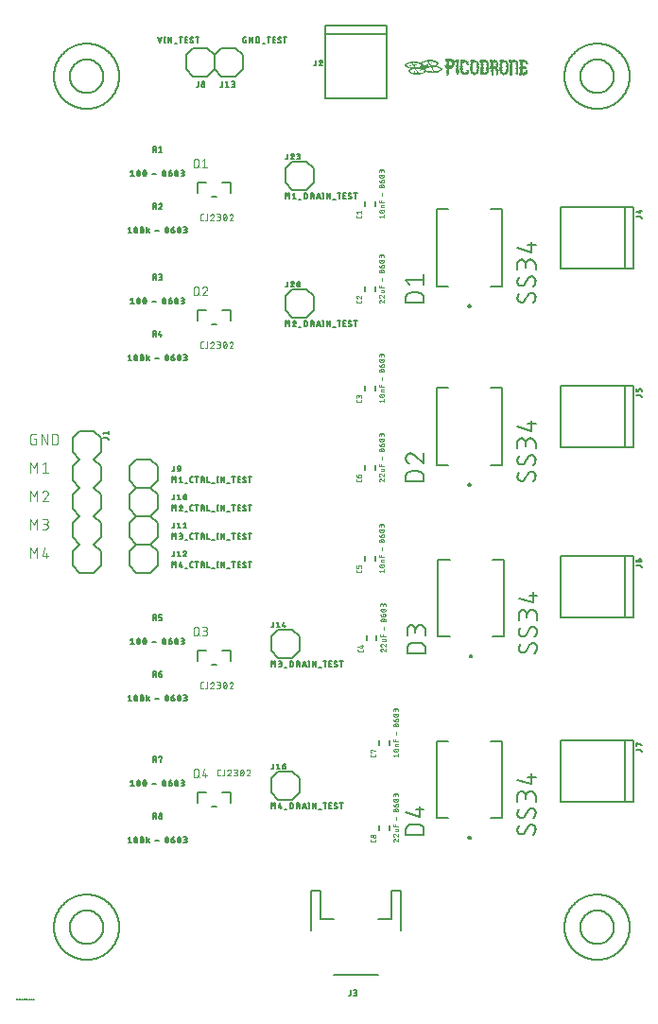
<source format=gbr>
G04 EAGLE Gerber RS-274X export*
G75*
%MOMM*%
%FSLAX34Y34*%
%LPD*%
%INSilkscreen Top*%
%IPPOS*%
%AMOC8*
5,1,8,0,0,1.08239X$1,22.5*%
G01*
%ADD10C,0.076200*%
%ADD11R,0.101600X0.025400*%
%ADD12R,0.050800X0.025400*%
%ADD13R,0.177800X0.025400*%
%ADD14R,0.025400X0.025400*%
%ADD15R,0.584200X0.025400*%
%ADD16R,0.203200X0.025400*%
%ADD17R,0.076200X0.025400*%
%ADD18R,0.254000X0.025400*%
%ADD19R,0.304800X0.025400*%
%ADD20R,0.457200X0.025400*%
%ADD21R,0.152400X0.025400*%
%ADD22R,0.279400X0.025400*%
%ADD23R,0.355600X0.025400*%
%ADD24R,0.508000X0.025400*%
%ADD25R,0.127000X0.025400*%
%ADD26R,0.609600X0.025400*%
%ADD27R,0.228600X0.025400*%
%ADD28R,0.533400X0.025400*%
%ADD29R,0.990600X0.025400*%
%ADD30R,0.558800X0.025400*%
%ADD31R,1.016000X0.025400*%
%ADD32R,0.482600X0.025400*%
%ADD33R,0.660400X0.025400*%
%ADD34R,0.685800X0.025400*%
%ADD35R,0.711200X0.025400*%
%ADD36R,0.431800X0.025400*%
%ADD37R,0.330200X0.025400*%
%ADD38R,0.736600X0.025400*%
%ADD39R,1.143000X0.025400*%
%ADD40R,1.168400X0.025400*%
%ADD41R,0.381000X0.025400*%
%ADD42R,0.635000X0.025400*%
%ADD43R,0.406400X0.025400*%
%ADD44C,0.000000*%
%ADD45C,0.127000*%
%ADD46C,0.050800*%
%ADD47C,0.200000*%
%ADD48C,0.152400*%
%ADD49C,0.203200*%
%ADD50C,0.101600*%


D10*
X16736Y500902D02*
X18302Y500902D01*
X18302Y495681D01*
X15169Y495681D01*
X15080Y495683D01*
X14992Y495689D01*
X14904Y495698D01*
X14816Y495711D01*
X14729Y495728D01*
X14643Y495748D01*
X14558Y495773D01*
X14473Y495800D01*
X14390Y495832D01*
X14309Y495866D01*
X14229Y495905D01*
X14151Y495946D01*
X14074Y495991D01*
X14000Y496039D01*
X13927Y496090D01*
X13857Y496144D01*
X13790Y496202D01*
X13724Y496262D01*
X13662Y496324D01*
X13602Y496390D01*
X13544Y496457D01*
X13490Y496527D01*
X13439Y496600D01*
X13391Y496674D01*
X13346Y496751D01*
X13305Y496829D01*
X13266Y496909D01*
X13232Y496990D01*
X13200Y497073D01*
X13173Y497158D01*
X13148Y497243D01*
X13128Y497329D01*
X13111Y497416D01*
X13098Y497504D01*
X13089Y497592D01*
X13083Y497680D01*
X13081Y497769D01*
X13081Y502991D01*
X13083Y503082D01*
X13089Y503173D01*
X13099Y503264D01*
X13113Y503354D01*
X13130Y503443D01*
X13152Y503531D01*
X13178Y503619D01*
X13207Y503705D01*
X13240Y503790D01*
X13277Y503873D01*
X13317Y503955D01*
X13361Y504035D01*
X13408Y504113D01*
X13459Y504189D01*
X13512Y504262D01*
X13569Y504333D01*
X13630Y504402D01*
X13693Y504467D01*
X13758Y504530D01*
X13827Y504590D01*
X13898Y504648D01*
X13971Y504701D01*
X14047Y504752D01*
X14125Y504799D01*
X14205Y504843D01*
X14287Y504883D01*
X14370Y504920D01*
X14455Y504953D01*
X14541Y504982D01*
X14629Y505008D01*
X14717Y505030D01*
X14806Y505047D01*
X14896Y505061D01*
X14987Y505071D01*
X15078Y505077D01*
X15169Y505079D01*
X18302Y505079D01*
X22835Y505079D02*
X22835Y495681D01*
X28056Y495681D02*
X22835Y505079D01*
X28056Y505079D02*
X28056Y495681D01*
X32588Y495681D02*
X32588Y505079D01*
X35199Y505079D01*
X35299Y505077D01*
X35399Y505071D01*
X35498Y505062D01*
X35598Y505048D01*
X35696Y505031D01*
X35794Y505010D01*
X35891Y504986D01*
X35987Y504957D01*
X36082Y504925D01*
X36175Y504890D01*
X36267Y504851D01*
X36358Y504808D01*
X36446Y504762D01*
X36533Y504712D01*
X36618Y504660D01*
X36701Y504604D01*
X36782Y504545D01*
X36860Y504482D01*
X36936Y504417D01*
X37010Y504349D01*
X37080Y504279D01*
X37148Y504205D01*
X37213Y504129D01*
X37276Y504051D01*
X37335Y503970D01*
X37391Y503887D01*
X37443Y503802D01*
X37493Y503715D01*
X37539Y503627D01*
X37582Y503536D01*
X37621Y503444D01*
X37656Y503351D01*
X37688Y503256D01*
X37717Y503160D01*
X37741Y503063D01*
X37762Y502965D01*
X37779Y502867D01*
X37793Y502767D01*
X37802Y502668D01*
X37808Y502568D01*
X37810Y502468D01*
X37809Y502468D02*
X37809Y498292D01*
X37810Y498292D02*
X37808Y498192D01*
X37802Y498092D01*
X37793Y497993D01*
X37779Y497893D01*
X37762Y497795D01*
X37741Y497697D01*
X37717Y497600D01*
X37688Y497504D01*
X37656Y497409D01*
X37621Y497316D01*
X37582Y497224D01*
X37539Y497133D01*
X37493Y497045D01*
X37443Y496958D01*
X37391Y496873D01*
X37335Y496790D01*
X37276Y496709D01*
X37213Y496631D01*
X37148Y496555D01*
X37080Y496481D01*
X37010Y496411D01*
X36936Y496343D01*
X36860Y496278D01*
X36782Y496215D01*
X36701Y496156D01*
X36618Y496100D01*
X36533Y496048D01*
X36446Y495998D01*
X36358Y495952D01*
X36267Y495909D01*
X36175Y495870D01*
X36082Y495835D01*
X35987Y495803D01*
X35891Y495774D01*
X35794Y495750D01*
X35696Y495729D01*
X35598Y495712D01*
X35498Y495698D01*
X35399Y495689D01*
X35299Y495683D01*
X35199Y495681D01*
X32588Y495681D01*
X13081Y479679D02*
X13081Y470281D01*
X16214Y474458D02*
X13081Y479679D01*
X16214Y474458D02*
X19346Y479679D01*
X19346Y470281D01*
X23661Y477591D02*
X26272Y479679D01*
X26272Y470281D01*
X23661Y470281D02*
X28883Y470281D01*
X13081Y454279D02*
X13081Y444881D01*
X16214Y449058D02*
X13081Y454279D01*
X16214Y449058D02*
X19346Y454279D01*
X19346Y444881D01*
X26533Y454280D02*
X26628Y454278D01*
X26722Y454272D01*
X26816Y454263D01*
X26910Y454250D01*
X27003Y454233D01*
X27095Y454212D01*
X27187Y454187D01*
X27277Y454159D01*
X27366Y454127D01*
X27454Y454092D01*
X27540Y454053D01*
X27625Y454011D01*
X27708Y453965D01*
X27789Y453916D01*
X27868Y453864D01*
X27945Y453809D01*
X28019Y453750D01*
X28091Y453689D01*
X28161Y453625D01*
X28228Y453558D01*
X28292Y453488D01*
X28353Y453416D01*
X28412Y453342D01*
X28467Y453265D01*
X28519Y453186D01*
X28568Y453105D01*
X28614Y453022D01*
X28656Y452937D01*
X28695Y452851D01*
X28730Y452763D01*
X28762Y452674D01*
X28790Y452584D01*
X28815Y452492D01*
X28836Y452400D01*
X28853Y452307D01*
X28866Y452213D01*
X28875Y452119D01*
X28881Y452025D01*
X28883Y451930D01*
X26533Y454279D02*
X26425Y454277D01*
X26316Y454271D01*
X26208Y454261D01*
X26101Y454248D01*
X25994Y454230D01*
X25887Y454209D01*
X25782Y454184D01*
X25677Y454155D01*
X25574Y454123D01*
X25472Y454086D01*
X25371Y454046D01*
X25272Y454003D01*
X25174Y453956D01*
X25078Y453905D01*
X24984Y453851D01*
X24892Y453794D01*
X24802Y453733D01*
X24714Y453669D01*
X24629Y453603D01*
X24546Y453533D01*
X24466Y453460D01*
X24388Y453384D01*
X24313Y453306D01*
X24241Y453225D01*
X24172Y453141D01*
X24106Y453055D01*
X24043Y452967D01*
X23984Y452876D01*
X23927Y452784D01*
X23874Y452689D01*
X23825Y452593D01*
X23779Y452494D01*
X23736Y452395D01*
X23697Y452293D01*
X23662Y452191D01*
X28100Y450102D02*
X28169Y450171D01*
X28235Y450242D01*
X28299Y450315D01*
X28360Y450391D01*
X28418Y450470D01*
X28472Y450550D01*
X28524Y450633D01*
X28572Y450717D01*
X28618Y450803D01*
X28659Y450891D01*
X28698Y450981D01*
X28733Y451072D01*
X28764Y451164D01*
X28792Y451257D01*
X28816Y451351D01*
X28836Y451446D01*
X28853Y451542D01*
X28866Y451639D01*
X28875Y451736D01*
X28881Y451833D01*
X28883Y451930D01*
X28099Y450102D02*
X23661Y444881D01*
X28883Y444881D01*
X13081Y428879D02*
X13081Y419481D01*
X16214Y423658D02*
X13081Y428879D01*
X16214Y423658D02*
X19346Y428879D01*
X19346Y419481D01*
X23661Y419481D02*
X26272Y419481D01*
X26373Y419483D01*
X26474Y419489D01*
X26575Y419499D01*
X26675Y419512D01*
X26775Y419530D01*
X26874Y419551D01*
X26972Y419577D01*
X27069Y419606D01*
X27165Y419638D01*
X27259Y419675D01*
X27352Y419715D01*
X27444Y419759D01*
X27533Y419806D01*
X27621Y419857D01*
X27707Y419911D01*
X27790Y419968D01*
X27872Y420028D01*
X27950Y420092D01*
X28027Y420158D01*
X28100Y420228D01*
X28171Y420300D01*
X28239Y420375D01*
X28304Y420453D01*
X28366Y420533D01*
X28425Y420615D01*
X28481Y420700D01*
X28533Y420787D01*
X28582Y420875D01*
X28628Y420966D01*
X28669Y421058D01*
X28708Y421152D01*
X28742Y421247D01*
X28773Y421343D01*
X28800Y421441D01*
X28824Y421539D01*
X28843Y421639D01*
X28859Y421739D01*
X28871Y421839D01*
X28879Y421940D01*
X28883Y422041D01*
X28883Y422143D01*
X28879Y422244D01*
X28871Y422345D01*
X28859Y422445D01*
X28843Y422545D01*
X28824Y422645D01*
X28800Y422743D01*
X28773Y422841D01*
X28742Y422937D01*
X28708Y423032D01*
X28669Y423126D01*
X28628Y423218D01*
X28582Y423309D01*
X28533Y423397D01*
X28481Y423484D01*
X28425Y423569D01*
X28366Y423651D01*
X28304Y423731D01*
X28239Y423809D01*
X28171Y423884D01*
X28100Y423956D01*
X28027Y424026D01*
X27950Y424092D01*
X27872Y424156D01*
X27790Y424216D01*
X27707Y424273D01*
X27621Y424327D01*
X27533Y424378D01*
X27444Y424425D01*
X27352Y424469D01*
X27259Y424509D01*
X27165Y424546D01*
X27069Y424578D01*
X26972Y424607D01*
X26874Y424633D01*
X26775Y424654D01*
X26675Y424672D01*
X26575Y424685D01*
X26474Y424695D01*
X26373Y424701D01*
X26272Y424703D01*
X26794Y428879D02*
X23661Y428879D01*
X26794Y428879D02*
X26884Y428877D01*
X26973Y428871D01*
X27063Y428862D01*
X27152Y428848D01*
X27240Y428831D01*
X27327Y428810D01*
X27414Y428785D01*
X27499Y428756D01*
X27583Y428724D01*
X27665Y428689D01*
X27746Y428649D01*
X27825Y428607D01*
X27902Y428561D01*
X27977Y428511D01*
X28050Y428459D01*
X28121Y428403D01*
X28189Y428345D01*
X28254Y428283D01*
X28317Y428219D01*
X28377Y428152D01*
X28434Y428083D01*
X28488Y428011D01*
X28539Y427937D01*
X28587Y427861D01*
X28631Y427783D01*
X28672Y427703D01*
X28710Y427621D01*
X28744Y427538D01*
X28774Y427453D01*
X28801Y427367D01*
X28824Y427281D01*
X28843Y427193D01*
X28858Y427104D01*
X28870Y427015D01*
X28878Y426926D01*
X28882Y426836D01*
X28882Y426746D01*
X28878Y426656D01*
X28870Y426567D01*
X28858Y426478D01*
X28843Y426389D01*
X28824Y426301D01*
X28801Y426215D01*
X28774Y426129D01*
X28744Y426044D01*
X28710Y425961D01*
X28672Y425879D01*
X28631Y425799D01*
X28587Y425721D01*
X28539Y425645D01*
X28488Y425571D01*
X28434Y425499D01*
X28377Y425430D01*
X28317Y425363D01*
X28254Y425299D01*
X28189Y425237D01*
X28121Y425179D01*
X28050Y425123D01*
X27977Y425071D01*
X27902Y425021D01*
X27825Y424975D01*
X27746Y424933D01*
X27665Y424893D01*
X27583Y424858D01*
X27499Y424826D01*
X27414Y424797D01*
X27327Y424772D01*
X27240Y424751D01*
X27152Y424734D01*
X27063Y424720D01*
X26973Y424711D01*
X26884Y424705D01*
X26794Y424703D01*
X26794Y424702D02*
X24706Y424702D01*
X13081Y403479D02*
X13081Y394081D01*
X16214Y398258D02*
X13081Y403479D01*
X16214Y398258D02*
X19346Y403479D01*
X19346Y394081D01*
X23661Y396169D02*
X25750Y403479D01*
X23661Y396169D02*
X28883Y396169D01*
X27316Y394081D02*
X27316Y398258D01*
D11*
X386461Y826262D03*
D12*
X411099Y826262D03*
D13*
X426720Y826262D03*
D12*
X431673Y826262D03*
X437515Y826262D03*
D11*
X443357Y826262D03*
D14*
X444754Y826262D03*
D11*
X451993Y826262D03*
D14*
X453644Y826262D03*
D11*
X454787Y826262D03*
D15*
X359664Y826516D03*
D16*
X386969Y826516D03*
D12*
X395605Y826516D03*
D17*
X396494Y826516D03*
D18*
X402209Y826516D03*
D19*
X411099Y826516D03*
D20*
X418973Y826516D03*
D13*
X426720Y826516D03*
D21*
X431419Y826516D03*
D22*
X437642Y826516D03*
D14*
X442976Y826516D03*
D11*
X444373Y826516D03*
D13*
X449326Y826516D03*
D23*
X453263Y826516D03*
D11*
X455803Y826516D03*
D15*
X359664Y826770D03*
D16*
X386969Y826770D03*
D13*
X395986Y826770D03*
D19*
X402463Y826770D03*
D13*
X410210Y826770D03*
D12*
X411861Y826770D03*
D17*
X412750Y826770D03*
D24*
X419227Y826770D03*
D13*
X426720Y826770D03*
D12*
X430911Y826770D03*
D17*
X431800Y826770D03*
D16*
X436753Y826770D03*
D12*
X438277Y826770D03*
D17*
X439166Y826770D03*
D25*
X443484Y826770D03*
D14*
X444754Y826770D03*
D21*
X449453Y826770D03*
D16*
X452755Y826770D03*
D19*
X455549Y826770D03*
D26*
X359537Y827024D03*
D16*
X386969Y827024D03*
D13*
X395986Y827024D03*
D20*
X402209Y827024D03*
D27*
X409956Y827024D03*
D17*
X411988Y827024D03*
X413004Y827024D03*
D28*
X419354Y827024D03*
D13*
X426720Y827024D03*
D21*
X431419Y827024D03*
D16*
X436499Y827024D03*
D17*
X438404Y827024D03*
X439420Y827024D03*
D16*
X443865Y827024D03*
D21*
X449199Y827024D03*
D12*
X451739Y827024D03*
D24*
X454787Y827024D03*
D29*
X359664Y827278D03*
D12*
X386207Y827278D03*
D25*
X387350Y827278D03*
D13*
X395986Y827278D03*
D24*
X402209Y827278D03*
D18*
X409829Y827278D03*
D13*
X412496Y827278D03*
D30*
X419481Y827278D03*
D21*
X426847Y827278D03*
X431419Y827278D03*
D27*
X436372Y827278D03*
X439166Y827278D03*
D12*
X443103Y827278D03*
X444627Y827278D03*
D21*
X449199Y827278D03*
D13*
X452374Y827278D03*
D16*
X454787Y827278D03*
D12*
X456311Y827278D03*
X457327Y827278D03*
D31*
X359537Y827532D03*
D16*
X386969Y827532D03*
D13*
X395986Y827532D03*
D30*
X402209Y827532D03*
D22*
X409702Y827532D03*
D27*
X412750Y827532D03*
D15*
X419608Y827532D03*
D13*
X426720Y827532D03*
D12*
X430911Y827532D03*
X431927Y827532D03*
D22*
X436118Y827532D03*
D27*
X439166Y827532D03*
D14*
X442976Y827532D03*
D12*
X443611Y827532D03*
X444627Y827532D03*
D14*
X448564Y827532D03*
D11*
X449453Y827532D03*
D16*
X452501Y827532D03*
D11*
X454279Y827532D03*
D18*
X456565Y827532D03*
D27*
X354838Y827786D03*
D17*
X361188Y827786D03*
D27*
X364490Y827786D03*
D16*
X386969Y827786D03*
D25*
X395732Y827786D03*
D26*
X402209Y827786D03*
D15*
X411226Y827786D03*
D32*
X419100Y827786D03*
D11*
X422275Y827786D03*
D13*
X426720Y827786D03*
D21*
X431419Y827786D03*
D15*
X437642Y827786D03*
D13*
X443738Y827786D03*
D21*
X449199Y827786D03*
D11*
X451993Y827786D03*
D23*
X454787Y827786D03*
D25*
X457454Y827786D03*
D27*
X354584Y828040D03*
D17*
X361188Y828040D03*
D27*
X364490Y828040D03*
D16*
X386969Y828040D03*
D13*
X395986Y828040D03*
D33*
X402209Y828040D03*
D12*
X408559Y828040D03*
D24*
X411861Y828040D03*
D17*
X417068Y828040D03*
D20*
X419989Y828040D03*
D14*
X422910Y828040D03*
D13*
X426720Y828040D03*
D25*
X431292Y828040D03*
D12*
X434975Y828040D03*
D32*
X438404Y828040D03*
D11*
X443357Y828040D03*
D17*
X448818Y828040D03*
X449834Y828040D03*
D25*
X452120Y828040D03*
D28*
X455676Y828040D03*
D25*
X353822Y828294D03*
D12*
X361061Y828294D03*
D13*
X365760Y828294D03*
D34*
X373888Y828294D03*
D16*
X386969Y828294D03*
D13*
X395986Y828294D03*
D22*
X400304Y828294D03*
X404114Y828294D03*
X409194Y828294D03*
D25*
X412750Y828294D03*
D17*
X414020Y828294D03*
X417068Y828294D03*
D11*
X418211Y828294D03*
D22*
X421894Y828294D03*
D13*
X426720Y828294D03*
D21*
X431419Y828294D03*
D18*
X435737Y828294D03*
D25*
X439166Y828294D03*
D17*
X440436Y828294D03*
D12*
X443103Y828294D03*
D11*
X444119Y828294D03*
D21*
X449199Y828294D03*
X453263Y828294D03*
D14*
X456184Y828294D03*
D11*
X457327Y828294D03*
D25*
X353568Y828548D03*
D12*
X360807Y828548D03*
D16*
X365887Y828548D03*
D35*
X374015Y828548D03*
D16*
X386969Y828548D03*
D14*
X395224Y828548D03*
D25*
X396240Y828548D03*
D27*
X400050Y828548D03*
D18*
X404495Y828548D03*
D16*
X408813Y828548D03*
D25*
X413004Y828548D03*
D17*
X414274Y828548D03*
D16*
X417703Y828548D03*
D21*
X421767Y828548D03*
D14*
X423164Y828548D03*
D13*
X426720Y828548D03*
D21*
X431419Y828548D03*
D16*
X435229Y828548D03*
D11*
X439547Y828548D03*
D17*
X440690Y828548D03*
D14*
X442976Y828548D03*
X443738Y828548D03*
X444246Y828548D03*
X444754Y828548D03*
D13*
X449326Y828548D03*
D12*
X452501Y828548D03*
D11*
X453517Y828548D03*
D17*
X456946Y828548D03*
D12*
X458343Y828548D03*
D17*
X353060Y828802D03*
X357632Y828802D03*
D12*
X360553Y828802D03*
D25*
X366522Y828802D03*
D32*
X370840Y828802D03*
D36*
X376682Y828802D03*
D25*
X386588Y828802D03*
D14*
X387858Y828802D03*
D21*
X395859Y828802D03*
D27*
X399796Y828802D03*
D16*
X404749Y828802D03*
D17*
X408178Y828802D03*
X409448Y828802D03*
D11*
X413385Y828802D03*
D12*
X414401Y828802D03*
D13*
X417576Y828802D03*
X422402Y828802D03*
X426720Y828802D03*
X431546Y828802D03*
D17*
X434594Y828802D03*
X435864Y828802D03*
D11*
X439801Y828802D03*
D12*
X440817Y828802D03*
X443103Y828802D03*
D17*
X444500Y828802D03*
D13*
X449326Y828802D03*
D17*
X453644Y828802D03*
D14*
X456946Y828802D03*
D17*
X458216Y828802D03*
X352806Y829056D03*
D12*
X357759Y829056D03*
X360299Y829056D03*
D25*
X366522Y829056D03*
D20*
X370713Y829056D03*
X376809Y829056D03*
D13*
X386842Y829056D03*
D12*
X395351Y829056D03*
D11*
X396367Y829056D03*
D16*
X399669Y829056D03*
D13*
X404876Y829056D03*
D25*
X408178Y829056D03*
D14*
X409448Y829056D03*
D25*
X413512Y829056D03*
D14*
X414528Y829056D03*
D25*
X417322Y829056D03*
D12*
X418465Y829056D03*
D16*
X422529Y829056D03*
D13*
X426720Y829056D03*
D17*
X431038Y829056D03*
X432054Y829056D03*
D11*
X434721Y829056D03*
D14*
X435864Y829056D03*
D25*
X439928Y829056D03*
D14*
X440944Y829056D03*
D17*
X443992Y829056D03*
D13*
X449326Y829056D03*
D14*
X452628Y829056D03*
D17*
X453644Y829056D03*
D25*
X457454Y829056D03*
D14*
X458470Y829056D03*
D11*
X352679Y829310D03*
D17*
X360172Y829310D03*
D37*
X368046Y829310D03*
D12*
X374777Y829310D03*
D13*
X378968Y829310D03*
D17*
X386334Y829310D03*
D11*
X387477Y829310D03*
D14*
X395224Y829310D03*
D25*
X396240Y829310D03*
D13*
X399542Y829310D03*
D16*
X405003Y829310D03*
X408559Y829310D03*
D12*
X413385Y829310D03*
D17*
X414274Y829310D03*
D13*
X417576Y829310D03*
X422656Y829310D03*
D14*
X426466Y829310D03*
D17*
X427228Y829310D03*
X431038Y829310D03*
D14*
X432054Y829310D03*
D16*
X434975Y829310D03*
D12*
X439801Y829310D03*
D17*
X440690Y829310D03*
D14*
X442976Y829310D03*
D11*
X443865Y829310D03*
D13*
X449326Y829310D03*
D17*
X452628Y829310D03*
D12*
X453771Y829310D03*
D11*
X457581Y829310D03*
D14*
X458724Y829310D03*
D11*
X352679Y829564D03*
D17*
X360172Y829564D03*
D37*
X368046Y829564D03*
D12*
X374523Y829564D03*
D13*
X379222Y829564D03*
D16*
X386969Y829564D03*
D21*
X396113Y829564D03*
D13*
X399542Y829564D03*
D16*
X405003Y829564D03*
D13*
X408432Y829564D03*
D21*
X413893Y829564D03*
D17*
X417068Y829564D03*
X418338Y829564D03*
D13*
X422656Y829564D03*
X426720Y829564D03*
D21*
X431419Y829564D03*
D16*
X434975Y829564D03*
D13*
X440436Y829564D03*
X443738Y829564D03*
X449326Y829564D03*
X453136Y829564D03*
X457962Y829564D03*
D11*
X352679Y829818D03*
D13*
X367284Y829818D03*
D12*
X374523Y829818D03*
D13*
X379984Y829818D03*
D16*
X386969Y829818D03*
D11*
X396367Y829818D03*
D13*
X399542Y829818D03*
X405130Y829818D03*
D14*
X407670Y829818D03*
X408432Y829818D03*
X409194Y829818D03*
D13*
X414020Y829818D03*
D14*
X416814Y829818D03*
D11*
X418211Y829818D03*
D21*
X422783Y829818D03*
D11*
X426339Y829818D03*
D12*
X427355Y829818D03*
D25*
X431546Y829818D03*
D12*
X434213Y829818D03*
D14*
X434848Y829818D03*
D12*
X435737Y829818D03*
D13*
X440436Y829818D03*
D12*
X443103Y829818D03*
D11*
X444373Y829818D03*
D21*
X449199Y829818D03*
X453263Y829818D03*
D13*
X457962Y829818D03*
D11*
X352679Y830072D03*
D13*
X367284Y830072D03*
D12*
X374523Y830072D03*
D21*
X380111Y830072D03*
D16*
X386969Y830072D03*
D17*
X395478Y830072D03*
D12*
X396621Y830072D03*
D13*
X399542Y830072D03*
D14*
X404368Y830072D03*
D12*
X405003Y830072D03*
D14*
X405892Y830072D03*
X407670Y830072D03*
D11*
X408813Y830072D03*
D17*
X413512Y830072D03*
D14*
X414782Y830072D03*
D12*
X416941Y830072D03*
X418211Y830072D03*
D25*
X422656Y830072D03*
D21*
X426847Y830072D03*
D14*
X430784Y830072D03*
D25*
X431800Y830072D03*
D14*
X434086Y830072D03*
D11*
X435229Y830072D03*
D17*
X439928Y830072D03*
D14*
X441198Y830072D03*
X443230Y830072D03*
D17*
X444500Y830072D03*
D21*
X449199Y830072D03*
D12*
X453771Y830072D03*
D17*
X352806Y830326D03*
D12*
X359283Y830326D03*
X362331Y830326D03*
D16*
X366903Y830326D03*
D14*
X374396Y830326D03*
D17*
X380492Y830326D03*
D16*
X386969Y830326D03*
D12*
X395351Y830326D03*
D11*
X396367Y830326D03*
D13*
X399542Y830326D03*
D21*
X408305Y830326D03*
D17*
X413512Y830326D03*
X414528Y830326D03*
X417068Y830326D03*
D14*
X418084Y830326D03*
X418592Y830326D03*
D12*
X422275Y830326D03*
X423545Y830326D03*
D14*
X425958Y830326D03*
D25*
X426974Y830326D03*
D21*
X431419Y830326D03*
X434721Y830326D03*
D17*
X439928Y830326D03*
D12*
X441071Y830326D03*
D25*
X443484Y830326D03*
D12*
X444627Y830326D03*
D21*
X449199Y830326D03*
D12*
X452755Y830326D03*
D17*
X453644Y830326D03*
X353060Y830580D03*
X359156Y830580D03*
D12*
X362585Y830580D03*
D16*
X366649Y830580D03*
D17*
X380746Y830580D03*
D12*
X386207Y830580D03*
X386969Y830580D03*
D14*
X395224Y830580D03*
X395986Y830580D03*
X396748Y830580D03*
D16*
X399415Y830580D03*
D12*
X407797Y830580D03*
D17*
X408686Y830580D03*
D11*
X413639Y830580D03*
D14*
X414528Y830580D03*
D12*
X416941Y830580D03*
D25*
X418084Y830580D03*
D21*
X422783Y830580D03*
D13*
X426720Y830580D03*
X431292Y830580D03*
D21*
X434721Y830580D03*
D11*
X440055Y830580D03*
D12*
X441071Y830580D03*
X443103Y830580D03*
D14*
X444754Y830580D03*
D21*
X449199Y830580D03*
D14*
X452882Y830580D03*
X453898Y830580D03*
D21*
X353441Y830834D03*
D14*
X358902Y830834D03*
D12*
X363855Y830834D03*
D13*
X366268Y830834D03*
D25*
X381000Y830834D03*
D16*
X386969Y830834D03*
D14*
X395224Y830834D03*
D17*
X395986Y830834D03*
D16*
X399415Y830834D03*
D14*
X407670Y830834D03*
D12*
X408559Y830834D03*
D14*
X409194Y830834D03*
D17*
X413512Y830834D03*
D14*
X414528Y830834D03*
D17*
X417068Y830834D03*
X418338Y830834D03*
D14*
X422148Y830834D03*
D12*
X422783Y830834D03*
X423545Y830834D03*
D13*
X426720Y830834D03*
D11*
X431419Y830834D03*
D14*
X434086Y830834D03*
D12*
X434975Y830834D03*
X435737Y830834D03*
D17*
X439928Y830834D03*
D14*
X440944Y830834D03*
X442976Y830834D03*
D11*
X443865Y830834D03*
D17*
X448818Y830834D03*
D12*
X449707Y830834D03*
D17*
X452628Y830834D03*
D12*
X453771Y830834D03*
D13*
X353568Y831088D03*
D12*
X358775Y831088D03*
X364109Y831088D03*
D13*
X366268Y831088D03*
D25*
X381000Y831088D03*
D16*
X386969Y831088D03*
D21*
X396113Y831088D03*
D12*
X398653Y831088D03*
D25*
X399796Y831088D03*
D14*
X407670Y831088D03*
D11*
X408559Y831088D03*
D14*
X413512Y831088D03*
X414020Y831088D03*
D17*
X417068Y831088D03*
X418338Y831088D03*
D25*
X422656Y831088D03*
D21*
X426847Y831088D03*
D16*
X431165Y831088D03*
D14*
X434086Y831088D03*
D17*
X435102Y831088D03*
D14*
X439928Y831088D03*
X440436Y831088D03*
D21*
X443611Y831088D03*
D13*
X449072Y831088D03*
X453136Y831088D03*
X354330Y831342D03*
D17*
X358648Y831342D03*
D37*
X365506Y831342D03*
D14*
X373634Y831342D03*
D25*
X381000Y831342D03*
D16*
X386969Y831342D03*
D12*
X395351Y831342D03*
D17*
X396494Y831342D03*
D16*
X399415Y831342D03*
D14*
X408178Y831342D03*
X413258Y831342D03*
X414020Y831342D03*
X414782Y831342D03*
D16*
X417703Y831342D03*
D17*
X422402Y831342D03*
D14*
X423672Y831342D03*
D13*
X426720Y831342D03*
D11*
X430403Y831342D03*
D12*
X431673Y831342D03*
D14*
X434594Y831342D03*
X435356Y831342D03*
X435864Y831342D03*
X439674Y831342D03*
X440436Y831342D03*
X441198Y831342D03*
D12*
X443103Y831342D03*
D14*
X444246Y831342D03*
X444754Y831342D03*
D13*
X449072Y831342D03*
D12*
X452501Y831342D03*
D14*
X453136Y831342D03*
D12*
X453771Y831342D03*
D13*
X354584Y831596D03*
D11*
X358521Y831596D03*
D37*
X365506Y831596D03*
D14*
X373634Y831596D03*
D25*
X381000Y831596D03*
D16*
X386969Y831596D03*
D12*
X395351Y831596D03*
X396621Y831596D03*
D21*
X399161Y831596D03*
D14*
X400304Y831596D03*
D12*
X407797Y831596D03*
D14*
X408432Y831596D03*
D12*
X409067Y831596D03*
D13*
X414020Y831596D03*
D12*
X416941Y831596D03*
D11*
X418211Y831596D03*
D13*
X422910Y831596D03*
D11*
X425577Y831596D03*
X427101Y831596D03*
D25*
X430276Y831596D03*
D12*
X431673Y831596D03*
X434213Y831596D03*
X435483Y831596D03*
D13*
X440436Y831596D03*
D16*
X443865Y831596D03*
D21*
X449199Y831596D03*
D17*
X452628Y831596D03*
D14*
X453644Y831596D03*
D15*
X356616Y831850D03*
D35*
X364109Y831850D03*
D12*
X373507Y831850D03*
D17*
X380746Y831850D03*
D16*
X386969Y831850D03*
D11*
X395859Y831850D03*
D14*
X396748Y831850D03*
X398526Y831850D03*
D25*
X399796Y831850D03*
D12*
X407797Y831850D03*
X408559Y831850D03*
D14*
X409194Y831850D03*
D13*
X414020Y831850D03*
D17*
X416814Y831850D03*
D11*
X418211Y831850D03*
D17*
X422402Y831850D03*
X423418Y831850D03*
D14*
X425196Y831850D03*
D12*
X425831Y831850D03*
D17*
X426974Y831850D03*
X427990Y831850D03*
D14*
X428752Y831850D03*
X429514Y831850D03*
D11*
X430403Y831850D03*
D12*
X431419Y831850D03*
X434213Y831850D03*
X434975Y831850D03*
D14*
X435610Y831850D03*
D13*
X440436Y831850D03*
D21*
X444119Y831850D03*
D12*
X448437Y831850D03*
X449707Y831850D03*
D14*
X451612Y831850D03*
D11*
X452501Y831850D03*
X453771Y831850D03*
D18*
X455803Y831850D03*
D26*
X356489Y832104D03*
D38*
X363982Y832104D03*
D12*
X373507Y832104D03*
D17*
X380492Y832104D03*
D20*
X387731Y832104D03*
D14*
X395224Y832104D03*
X395986Y832104D03*
D17*
X398780Y832104D03*
D11*
X399923Y832104D03*
D14*
X407670Y832104D03*
D25*
X408686Y832104D03*
D11*
X414147Y832104D03*
D16*
X417703Y832104D03*
D14*
X421894Y832104D03*
D11*
X423291Y832104D03*
D17*
X425704Y832104D03*
X426720Y832104D03*
D13*
X428752Y832104D03*
D14*
X430530Y832104D03*
D13*
X434848Y832104D03*
D25*
X440690Y832104D03*
D17*
X443484Y832104D03*
D12*
X444627Y832104D03*
D25*
X448818Y832104D03*
D16*
X452501Y832104D03*
D14*
X453898Y832104D03*
X454660Y832104D03*
D16*
X456311Y832104D03*
D39*
X357378Y832358D03*
D32*
X366268Y832358D03*
D14*
X373380Y832358D03*
D25*
X379984Y832358D03*
D11*
X385699Y832358D03*
D20*
X388747Y832358D03*
D13*
X395986Y832358D03*
D16*
X399415Y832358D03*
D14*
X407924Y832358D03*
D11*
X408813Y832358D03*
D17*
X413766Y832358D03*
D21*
X417449Y832358D03*
D16*
X422783Y832358D03*
D17*
X425958Y832358D03*
D14*
X426974Y832358D03*
X427736Y832358D03*
D17*
X428498Y832358D03*
D21*
X430403Y832358D03*
D14*
X434340Y832358D03*
D11*
X435229Y832358D03*
D17*
X440436Y832358D03*
D14*
X441198Y832358D03*
D12*
X443103Y832358D03*
D14*
X443992Y832358D03*
X444754Y832358D03*
D13*
X449072Y832358D03*
D25*
X452120Y832358D03*
D11*
X453517Y832358D03*
D22*
X455930Y832358D03*
D40*
X357251Y832612D03*
D32*
X366268Y832612D03*
D25*
X379730Y832612D03*
D17*
X385572Y832612D03*
D23*
X388747Y832612D03*
D14*
X390906Y832612D03*
D13*
X395986Y832612D03*
D16*
X399415Y832612D03*
D14*
X407670Y832612D03*
D17*
X408940Y832612D03*
D12*
X414147Y832612D03*
D17*
X417068Y832612D03*
D11*
X418211Y832612D03*
D14*
X421894Y832612D03*
D25*
X423164Y832612D03*
D11*
X426847Y832612D03*
D21*
X428371Y832612D03*
D12*
X429641Y832612D03*
X430911Y832612D03*
D14*
X434086Y832612D03*
D12*
X435483Y832612D03*
X440563Y832612D03*
D16*
X443865Y832612D03*
D21*
X449199Y832612D03*
D12*
X451739Y832612D03*
X452755Y832612D03*
D17*
X453898Y832612D03*
D22*
X455930Y832612D03*
D27*
X351790Y832866D03*
D11*
X357505Y832866D03*
D22*
X361696Y832866D03*
X365252Y832866D03*
X368808Y832866D03*
D27*
X378968Y832866D03*
D11*
X385445Y832866D03*
D13*
X387350Y832866D03*
D14*
X388874Y832866D03*
D17*
X389890Y832866D03*
D14*
X390906Y832866D03*
D11*
X395605Y832866D03*
D13*
X399542Y832866D03*
D17*
X407924Y832866D03*
D14*
X408940Y832866D03*
D11*
X414147Y832866D03*
D16*
X417703Y832866D03*
D14*
X422148Y832866D03*
D17*
X423164Y832866D03*
X425450Y832866D03*
X426466Y832866D03*
D14*
X427482Y832866D03*
D12*
X428371Y832866D03*
D27*
X430276Y832866D03*
D17*
X434340Y832866D03*
D14*
X435356Y832866D03*
D11*
X440563Y832866D03*
D13*
X443738Y832866D03*
D17*
X448818Y832866D03*
X449834Y832866D03*
D12*
X451739Y832866D03*
D17*
X452882Y832866D03*
D41*
X455422Y832866D03*
D27*
X351536Y833120D03*
D12*
X357505Y833120D03*
D22*
X361696Y833120D03*
X365252Y833120D03*
X368808Y833120D03*
D12*
X373253Y833120D03*
D27*
X378714Y833120D03*
D25*
X385572Y833120D03*
D22*
X387858Y833120D03*
D16*
X390779Y833120D03*
D14*
X395478Y833120D03*
D12*
X396113Y833120D03*
D14*
X396748Y833120D03*
D13*
X399542Y833120D03*
D17*
X407924Y833120D03*
D12*
X409067Y833120D03*
D21*
X413893Y833120D03*
D16*
X417703Y833120D03*
D21*
X422783Y833120D03*
D17*
X425450Y833120D03*
D12*
X426339Y833120D03*
D11*
X427863Y833120D03*
D17*
X429260Y833120D03*
D13*
X430784Y833120D03*
D17*
X434340Y833120D03*
D12*
X435483Y833120D03*
D21*
X440309Y833120D03*
D17*
X443230Y833120D03*
D12*
X444627Y833120D03*
D13*
X449326Y833120D03*
D15*
X454406Y833120D03*
D25*
X350774Y833374D03*
D12*
X357505Y833374D03*
D32*
X364236Y833374D03*
D40*
X373253Y833374D03*
D16*
X385953Y833374D03*
D37*
X389636Y833374D03*
D13*
X395986Y833374D03*
D14*
X398526Y833374D03*
D21*
X399669Y833374D03*
D17*
X407924Y833374D03*
X408940Y833374D03*
D14*
X413258Y833374D03*
D11*
X414147Y833374D03*
D13*
X417576Y833374D03*
D21*
X422783Y833374D03*
D25*
X425704Y833374D03*
D14*
X426974Y833374D03*
D11*
X427863Y833374D03*
D17*
X429260Y833374D03*
D11*
X431165Y833374D03*
D17*
X434340Y833374D03*
X435356Y833374D03*
D14*
X439674Y833374D03*
D25*
X440690Y833374D03*
D17*
X443230Y833374D03*
D12*
X444627Y833374D03*
X448691Y833374D03*
D17*
X449580Y833374D03*
D19*
X453009Y833374D03*
D27*
X456184Y833374D03*
D25*
X350520Y833628D03*
D12*
X357505Y833628D03*
D32*
X364236Y833628D03*
D39*
X373126Y833628D03*
D27*
X386334Y833628D03*
D32*
X390144Y833628D03*
D11*
X395605Y833628D03*
D12*
X396621Y833628D03*
D16*
X399415Y833628D03*
D13*
X408432Y833628D03*
D14*
X413766Y833628D03*
X414528Y833628D03*
D13*
X417576Y833628D03*
D21*
X422783Y833628D03*
D17*
X425958Y833628D03*
D14*
X427482Y833628D03*
D13*
X430530Y833628D03*
D14*
X431800Y833628D03*
D13*
X434848Y833628D03*
D14*
X440182Y833628D03*
D12*
X441071Y833628D03*
D25*
X443484Y833628D03*
D14*
X444500Y833628D03*
D21*
X449199Y833628D03*
D27*
X452628Y833628D03*
D17*
X350012Y833882D03*
D14*
X351028Y833882D03*
X357378Y833882D03*
D38*
X366522Y833882D03*
D26*
X374015Y833882D03*
D16*
X385953Y833882D03*
D37*
X389128Y833882D03*
D21*
X391795Y833882D03*
D14*
X395224Y833882D03*
X396748Y833882D03*
D13*
X399288Y833882D03*
X408432Y833882D03*
D11*
X413893Y833882D03*
D13*
X417576Y833882D03*
D21*
X422783Y833882D03*
D12*
X426085Y833882D03*
X426847Y833882D03*
D14*
X430022Y833882D03*
X431038Y833882D03*
D13*
X434848Y833882D03*
D11*
X440563Y833882D03*
D14*
X442976Y833882D03*
D12*
X444373Y833882D03*
D21*
X449199Y833882D03*
D14*
X452374Y833882D03*
D17*
X453644Y833882D03*
X349758Y834136D03*
D14*
X351282Y834136D03*
X357124Y834136D03*
D35*
X366395Y834136D03*
D15*
X373888Y834136D03*
D14*
X385064Y834136D03*
D12*
X385953Y834136D03*
D17*
X387096Y834136D03*
D23*
X389509Y834136D03*
D12*
X391795Y834136D03*
D14*
X392684Y834136D03*
X395224Y834136D03*
D12*
X396113Y834136D03*
D14*
X396748Y834136D03*
D25*
X399034Y834136D03*
D12*
X400177Y834136D03*
D13*
X408432Y834136D03*
D25*
X413766Y834136D03*
D16*
X417703Y834136D03*
D25*
X422910Y834136D03*
D21*
X426847Y834136D03*
X431419Y834136D03*
D13*
X434848Y834136D03*
D25*
X440182Y834136D03*
D14*
X442976Y834136D03*
X443738Y834136D03*
D17*
X444500Y834136D03*
D21*
X449199Y834136D03*
D13*
X453136Y834136D03*
D25*
X349504Y834390D03*
X353568Y834390D03*
D17*
X357124Y834390D03*
D37*
X364998Y834390D03*
D12*
X372237Y834390D03*
D13*
X375920Y834390D03*
D16*
X386969Y834390D03*
D17*
X390906Y834390D03*
X392176Y834390D03*
D13*
X395986Y834390D03*
D17*
X398780Y834390D03*
D14*
X399542Y834390D03*
X400304Y834390D03*
D13*
X408432Y834390D03*
D11*
X413639Y834390D03*
D16*
X417703Y834390D03*
D21*
X422783Y834390D03*
D12*
X426085Y834390D03*
D17*
X427228Y834390D03*
D13*
X431292Y834390D03*
X434848Y834390D03*
D25*
X440182Y834390D03*
D14*
X442976Y834390D03*
D11*
X444119Y834390D03*
D13*
X449326Y834390D03*
X453136Y834390D03*
D25*
X349504Y834644D03*
X353822Y834644D03*
D11*
X356997Y834644D03*
D37*
X364998Y834644D03*
D13*
X376174Y834644D03*
D17*
X386334Y834644D03*
D11*
X387477Y834644D03*
D12*
X391287Y834644D03*
D17*
X392176Y834644D03*
D13*
X395986Y834644D03*
D25*
X399034Y834644D03*
D14*
X400304Y834644D03*
D13*
X408432Y834644D03*
D11*
X413893Y834644D03*
D13*
X417576Y834644D03*
D11*
X423037Y834644D03*
D13*
X426720Y834644D03*
X431292Y834644D03*
X434848Y834644D03*
D11*
X440309Y834644D03*
D16*
X443865Y834644D03*
X449199Y834644D03*
D13*
X453136Y834644D03*
D25*
X349504Y834898D03*
D11*
X356489Y834898D03*
X358521Y834898D03*
D13*
X364236Y834898D03*
X376936Y834898D03*
D14*
X386080Y834898D03*
X386588Y834898D03*
D11*
X387477Y834898D03*
D12*
X391287Y834898D03*
D11*
X392557Y834898D03*
D13*
X395986Y834898D03*
D25*
X399034Y834898D03*
D12*
X400177Y834898D03*
D21*
X405003Y834898D03*
D12*
X407797Y834898D03*
D11*
X408813Y834898D03*
D25*
X414020Y834898D03*
D16*
X417703Y834898D03*
D14*
X422148Y834898D03*
D17*
X423164Y834898D03*
D13*
X426720Y834898D03*
D14*
X430784Y834898D03*
D17*
X431800Y834898D03*
D12*
X434213Y834898D03*
D17*
X435356Y834898D03*
D25*
X440436Y834898D03*
D21*
X443611Y834898D03*
X448945Y834898D03*
D13*
X453136Y834898D03*
D25*
X349504Y835152D03*
D17*
X356616Y835152D03*
D25*
X358902Y835152D03*
D13*
X364236Y835152D03*
D12*
X371983Y835152D03*
D21*
X377063Y835152D03*
D16*
X386969Y835152D03*
D12*
X391287Y835152D03*
D17*
X392684Y835152D03*
X395478Y835152D03*
X396494Y835152D03*
D16*
X399415Y835152D03*
D13*
X405130Y835152D03*
D12*
X409067Y835152D03*
D21*
X413893Y835152D03*
D12*
X416941Y835152D03*
D11*
X418211Y835152D03*
D21*
X422783Y835152D03*
X426593Y835152D03*
X431419Y835152D03*
D12*
X435483Y835152D03*
D21*
X440309Y835152D03*
D12*
X443103Y835152D03*
D11*
X444373Y835152D03*
D16*
X449199Y835152D03*
D13*
X453136Y835152D03*
D17*
X349758Y835406D03*
D12*
X356489Y835406D03*
D16*
X363855Y835406D03*
D17*
X368300Y835406D03*
D12*
X371729Y835406D03*
D17*
X377444Y835406D03*
D16*
X386969Y835406D03*
D12*
X391795Y835406D03*
X392811Y835406D03*
D17*
X395478Y835406D03*
X396494Y835406D03*
D16*
X399415Y835406D03*
D13*
X405130Y835406D03*
D17*
X407924Y835406D03*
D12*
X409067Y835406D03*
D21*
X413893Y835406D03*
D17*
X416814Y835406D03*
D11*
X418211Y835406D03*
D14*
X421894Y835406D03*
D11*
X423037Y835406D03*
D17*
X426212Y835406D03*
D14*
X427228Y835406D03*
X431038Y835406D03*
X431800Y835406D03*
D17*
X434340Y835406D03*
D12*
X435483Y835406D03*
D21*
X440309Y835406D03*
D14*
X442976Y835406D03*
D25*
X444246Y835406D03*
D21*
X449199Y835406D03*
D13*
X453136Y835406D03*
D17*
X350012Y835660D03*
D14*
X356362Y835660D03*
D16*
X363601Y835660D03*
D11*
X368427Y835660D03*
D12*
X371475Y835660D03*
D17*
X377698Y835660D03*
D13*
X387096Y835660D03*
X392430Y835660D03*
X395986Y835660D03*
X399288Y835660D03*
X405130Y835660D03*
X408432Y835660D03*
D21*
X413893Y835660D03*
D14*
X416814Y835660D03*
X418338Y835660D03*
X421894Y835660D03*
D11*
X423037Y835660D03*
D13*
X426720Y835660D03*
D17*
X431038Y835660D03*
D12*
X431927Y835660D03*
D13*
X434848Y835660D03*
D21*
X440309Y835660D03*
D12*
X443103Y835660D03*
D11*
X444373Y835660D03*
D13*
X449326Y835660D03*
D14*
X452374Y835660D03*
X452882Y835660D03*
D12*
X453771Y835660D03*
D21*
X350393Y835914D03*
D13*
X363220Y835914D03*
D12*
X371221Y835914D03*
D11*
X377825Y835914D03*
D16*
X386969Y835914D03*
D17*
X391922Y835914D03*
D14*
X393192Y835914D03*
D13*
X395986Y835914D03*
X399288Y835914D03*
D25*
X404876Y835914D03*
D13*
X408432Y835914D03*
D25*
X414020Y835914D03*
D13*
X417576Y835914D03*
X422656Y835914D03*
X426720Y835914D03*
D21*
X431419Y835914D03*
X434975Y835914D03*
D25*
X440436Y835914D03*
D16*
X443865Y835914D03*
D25*
X449326Y835914D03*
D13*
X453136Y835914D03*
D21*
X457835Y835914D03*
D13*
X350520Y836168D03*
D14*
X356108Y836168D03*
D13*
X363220Y836168D03*
D12*
X370967Y836168D03*
D11*
X377825Y836168D03*
D16*
X386969Y836168D03*
D17*
X392430Y836168D03*
D13*
X395986Y836168D03*
X399542Y836168D03*
D21*
X405003Y836168D03*
D13*
X408432Y836168D03*
D21*
X413893Y836168D03*
D13*
X417576Y836168D03*
X422656Y836168D03*
D17*
X426212Y836168D03*
X427228Y836168D03*
D21*
X431419Y836168D03*
D25*
X434848Y836168D03*
D14*
X435864Y836168D03*
D21*
X440309Y836168D03*
D12*
X444373Y836168D03*
D25*
X449326Y836168D03*
D17*
X452628Y836168D03*
D12*
X453771Y836168D03*
D21*
X457835Y836168D03*
D13*
X351282Y836422D03*
D12*
X355981Y836422D03*
D37*
X362458Y836422D03*
D12*
X370713Y836422D03*
D11*
X377825Y836422D03*
D25*
X386588Y836422D03*
D14*
X387858Y836422D03*
D11*
X392557Y836422D03*
D13*
X395986Y836422D03*
D17*
X399034Y836422D03*
X400050Y836422D03*
D25*
X404622Y836422D03*
D14*
X405638Y836422D03*
D13*
X408686Y836422D03*
X413766Y836422D03*
X417576Y836422D03*
X422656Y836422D03*
D21*
X426847Y836422D03*
D25*
X431038Y836422D03*
D13*
X435102Y836422D03*
X440182Y836422D03*
X443992Y836422D03*
D14*
X448310Y836422D03*
D11*
X449453Y836422D03*
D12*
X452755Y836422D03*
D17*
X453644Y836422D03*
D14*
X457200Y836422D03*
D11*
X458089Y836422D03*
D13*
X351536Y836676D03*
D12*
X355727Y836676D03*
D37*
X362458Y836676D03*
D12*
X370459Y836676D03*
D11*
X377825Y836676D03*
D16*
X386969Y836676D03*
D17*
X392176Y836676D03*
D13*
X395986Y836676D03*
D11*
X399161Y836676D03*
D12*
X400431Y836676D03*
X404241Y836676D03*
D17*
X405384Y836676D03*
D11*
X408305Y836676D03*
D14*
X409194Y836676D03*
D13*
X413512Y836676D03*
X417576Y836676D03*
D21*
X422783Y836676D03*
X426847Y836676D03*
X430911Y836676D03*
D11*
X434721Y836676D03*
D14*
X436118Y836676D03*
D21*
X440055Y836676D03*
X443611Y836676D03*
D14*
X444754Y836676D03*
D13*
X449072Y836676D03*
X453136Y836676D03*
X457708Y836676D03*
D36*
X353568Y836930D03*
X359918Y836930D03*
D25*
X363982Y836930D03*
D17*
X370332Y836930D03*
D14*
X373126Y836930D03*
D17*
X377698Y836930D03*
D16*
X386969Y836930D03*
D17*
X392176Y836930D03*
D14*
X392938Y836930D03*
D25*
X395732Y836930D03*
D14*
X396748Y836930D03*
D11*
X399161Y836930D03*
D12*
X400431Y836930D03*
X403987Y836930D03*
X405257Y836930D03*
D25*
X408432Y836930D03*
D14*
X409448Y836930D03*
D13*
X413512Y836930D03*
D16*
X417449Y836930D03*
D21*
X422021Y836930D03*
D14*
X423164Y836930D03*
D11*
X426339Y836930D03*
D14*
X427482Y836930D03*
D16*
X430911Y836930D03*
D25*
X434848Y836930D03*
D14*
X435864Y836930D03*
D16*
X440055Y836930D03*
D17*
X443484Y836930D03*
D12*
X444627Y836930D03*
D16*
X448945Y836930D03*
D11*
X452755Y836930D03*
D12*
X453771Y836930D03*
D21*
X457581Y836930D03*
D36*
X353822Y837184D03*
D32*
X359664Y837184D03*
D25*
X363982Y837184D03*
D17*
X370332Y837184D03*
D12*
X373253Y837184D03*
D17*
X377444Y837184D03*
D16*
X386969Y837184D03*
D14*
X391414Y837184D03*
X392176Y837184D03*
D12*
X393065Y837184D03*
D13*
X395986Y837184D03*
D17*
X399288Y837184D03*
D25*
X400558Y837184D03*
D17*
X403860Y837184D03*
D12*
X404749Y837184D03*
D25*
X408432Y837184D03*
D17*
X409956Y837184D03*
D16*
X413385Y837184D03*
D14*
X416814Y837184D03*
D11*
X417957Y837184D03*
D27*
X422148Y837184D03*
D11*
X426339Y837184D03*
D14*
X427228Y837184D03*
X429514Y837184D03*
D16*
X430911Y837184D03*
D25*
X434848Y837184D03*
D12*
X436499Y837184D03*
D16*
X439801Y837184D03*
D12*
X443103Y837184D03*
D25*
X444246Y837184D03*
D16*
X448691Y837184D03*
D21*
X453263Y837184D03*
D16*
X457327Y837184D03*
D35*
X356489Y837438D03*
D16*
X364617Y837438D03*
D12*
X370205Y837438D03*
D14*
X374650Y837438D03*
D25*
X376936Y837438D03*
D11*
X386461Y837438D03*
D17*
X387604Y837438D03*
D11*
X391795Y837438D03*
D12*
X392811Y837438D03*
D14*
X393954Y837438D03*
D16*
X395859Y837438D03*
D11*
X399415Y837438D03*
D21*
X400939Y837438D03*
D12*
X402971Y837438D03*
D14*
X403606Y837438D03*
D25*
X404876Y837438D03*
D33*
X410845Y837438D03*
D25*
X416306Y837438D03*
D14*
X417322Y837438D03*
D23*
X419481Y837438D03*
D13*
X422402Y837438D03*
D11*
X425577Y837438D03*
D12*
X426593Y837438D03*
D22*
X429260Y837438D03*
D17*
X431292Y837438D03*
D34*
X437388Y837438D03*
D16*
X443865Y837438D03*
D22*
X448056Y837438D03*
D21*
X452247Y837438D03*
D17*
X453644Y837438D03*
D18*
X457073Y837438D03*
D34*
X356616Y837692D03*
D13*
X364744Y837692D03*
D12*
X369951Y837692D03*
D14*
X374904Y837692D03*
D25*
X376682Y837692D03*
D16*
X386969Y837692D03*
X392049Y837692D03*
D21*
X394589Y837692D03*
D12*
X396113Y837692D03*
D14*
X396748Y837692D03*
D23*
X400177Y837692D03*
D21*
X403225Y837692D03*
D11*
X404749Y837692D03*
X408051Y837692D03*
D41*
X410718Y837692D03*
D12*
X413131Y837692D03*
X413893Y837692D03*
X415925Y837692D03*
D14*
X416560Y837692D03*
D12*
X417195Y837692D03*
D37*
X419608Y837692D03*
D12*
X421767Y837692D03*
X422783Y837692D03*
D25*
X425704Y837692D03*
D21*
X427355Y837692D03*
D22*
X430022Y837692D03*
D28*
X436626Y837692D03*
D14*
X439674Y837692D03*
D12*
X440309Y837692D03*
D21*
X442595Y837692D03*
X445389Y837692D03*
D14*
X446532Y837692D03*
D18*
X448183Y837692D03*
D25*
X452120Y837692D03*
D32*
X455676Y837692D03*
D16*
X365887Y837946D03*
D17*
X369824Y837946D03*
D27*
X375920Y837946D03*
D16*
X386969Y837946D03*
D14*
X390906Y837946D03*
D13*
X392176Y837946D03*
D19*
X395351Y837946D03*
D30*
X401193Y837946D03*
D17*
X404622Y837946D03*
D25*
X408178Y837946D03*
X409702Y837946D03*
D19*
X412369Y837946D03*
D21*
X416433Y837946D03*
D19*
X419227Y837946D03*
D21*
X421767Y837946D03*
D17*
X425450Y837946D03*
D25*
X426974Y837946D03*
D23*
X429641Y837946D03*
D25*
X434594Y837946D03*
D21*
X436245Y837946D03*
D19*
X438785Y837946D03*
D13*
X442722Y837946D03*
D12*
X444119Y837946D03*
D14*
X444754Y837946D03*
D41*
X447294Y837946D03*
D42*
X454660Y837946D03*
D27*
X366014Y838200D03*
D17*
X369824Y838200D03*
D27*
X375666Y838200D03*
D16*
X386969Y838200D03*
D12*
X390779Y838200D03*
X392049Y838200D03*
D18*
X395097Y838200D03*
D25*
X399034Y838200D03*
D27*
X401574Y838200D03*
D13*
X403860Y838200D03*
D19*
X409067Y838200D03*
D14*
X410972Y838200D03*
D16*
X412623Y838200D03*
D12*
X415925Y838200D03*
D11*
X417195Y838200D03*
D27*
X419608Y838200D03*
D25*
X421894Y838200D03*
D11*
X425577Y838200D03*
X427101Y838200D03*
D12*
X428117Y838200D03*
D18*
X429895Y838200D03*
D19*
X435483Y838200D03*
D14*
X437388Y838200D03*
D16*
X439039Y838200D03*
D42*
X445008Y838200D03*
D12*
X448691Y838200D03*
D13*
X452882Y838200D03*
D14*
X454152Y838200D03*
D22*
X456184Y838200D03*
D31*
X370967Y838454D03*
D25*
X385826Y838454D03*
D16*
X387985Y838454D03*
D37*
X391160Y838454D03*
D14*
X394208Y838454D03*
D17*
X395224Y838454D03*
X396240Y838454D03*
D27*
X399542Y838454D03*
D22*
X402336Y838454D03*
D12*
X404241Y838454D03*
D14*
X407670Y838454D03*
D43*
X410337Y838454D03*
D17*
X413004Y838454D03*
D12*
X415925Y838454D03*
D13*
X417322Y838454D03*
D14*
X418846Y838454D03*
D22*
X420878Y838454D03*
D25*
X425704Y838454D03*
D12*
X426847Y838454D03*
D13*
X428244Y838454D03*
D21*
X430149Y838454D03*
D14*
X434086Y838454D03*
D43*
X436753Y838454D03*
D17*
X439420Y838454D03*
D16*
X442849Y838454D03*
D12*
X444627Y838454D03*
D19*
X447167Y838454D03*
D22*
X452882Y838454D03*
D12*
X455041Y838454D03*
D21*
X456565Y838454D03*
D29*
X370840Y838708D03*
D11*
X385699Y838708D03*
D21*
X387223Y838708D03*
D43*
X390525Y838708D03*
D16*
X395097Y838708D03*
D14*
X396748Y838708D03*
D37*
X400050Y838708D03*
D27*
X403098Y838708D03*
D28*
X410210Y838708D03*
D25*
X416306Y838708D03*
D32*
X419608Y838708D03*
D28*
X427990Y838708D03*
D30*
X436753Y838708D03*
D23*
X443611Y838708D03*
D18*
X447167Y838708D03*
D43*
X453517Y838708D03*
D25*
X456438Y838708D03*
D26*
X370967Y838962D03*
D41*
X387096Y838962D03*
D21*
X390271Y838962D03*
D12*
X392049Y838962D03*
D21*
X395351Y838962D03*
D14*
X396748Y838962D03*
D28*
X401066Y838962D03*
D32*
X409956Y838962D03*
D16*
X416687Y838962D03*
D23*
X419735Y838962D03*
D17*
X425450Y838962D03*
D21*
X426847Y838962D03*
D27*
X429006Y838962D03*
D17*
X434340Y838962D03*
D41*
X436880Y838962D03*
D26*
X444881Y838962D03*
D24*
X454025Y838962D03*
D15*
X370840Y839216D03*
D11*
X385699Y839216D03*
D12*
X386715Y839216D03*
D37*
X388874Y839216D03*
D17*
X391160Y839216D03*
D12*
X392049Y839216D03*
D22*
X395478Y839216D03*
D18*
X399669Y839216D03*
D11*
X401701Y839216D03*
D22*
X408940Y839216D03*
D28*
X418338Y839216D03*
D18*
X426339Y839216D03*
D25*
X428498Y839216D03*
D22*
X435356Y839216D03*
D18*
X443103Y839216D03*
X446151Y839216D03*
D36*
X453644Y839216D03*
D15*
X370840Y839470D03*
D14*
X385318Y839470D03*
D21*
X386461Y839470D03*
D18*
X388747Y839470D03*
D16*
X386207Y839724D03*
X388493Y839724D03*
D14*
X390144Y839724D03*
D17*
X391160Y839724D03*
D23*
X386969Y839978D03*
D13*
X390144Y839978D03*
D24*
X387731Y840232D03*
D25*
X385826Y840486D03*
D44*
X226Y-1270D02*
X113Y-1270D01*
X93Y-1268D01*
X74Y-1263D01*
X56Y-1255D01*
X40Y-1244D01*
X26Y-1230D01*
X15Y-1214D01*
X7Y-1196D01*
X2Y-1177D01*
X0Y-1157D01*
X0Y-875D01*
X2Y-855D01*
X7Y-836D01*
X15Y-819D01*
X26Y-802D01*
X40Y-788D01*
X56Y-777D01*
X74Y-769D01*
X93Y-764D01*
X113Y-762D01*
X226Y-762D01*
X387Y-1199D02*
X387Y-1228D01*
X387Y-1199D02*
X415Y-1199D01*
X415Y-1228D01*
X387Y-1228D01*
X387Y-1002D02*
X387Y-974D01*
X415Y-974D01*
X415Y-1002D01*
X387Y-1002D01*
X578Y-1326D02*
X803Y-706D01*
X976Y-762D02*
X976Y-1129D01*
X978Y-1151D01*
X983Y-1173D01*
X991Y-1193D01*
X1003Y-1212D01*
X1017Y-1229D01*
X1034Y-1243D01*
X1053Y-1255D01*
X1073Y-1263D01*
X1095Y-1268D01*
X1117Y-1270D01*
X1139Y-1268D01*
X1161Y-1263D01*
X1181Y-1255D01*
X1200Y-1243D01*
X1217Y-1229D01*
X1231Y-1212D01*
X1243Y-1193D01*
X1251Y-1173D01*
X1256Y-1151D01*
X1258Y-1129D01*
X1258Y-762D01*
X1488Y-1072D02*
X1630Y-1129D01*
X1489Y-1073D02*
X1474Y-1065D01*
X1461Y-1054D01*
X1452Y-1040D01*
X1446Y-1024D01*
X1443Y-1007D01*
X1444Y-991D01*
X1450Y-975D01*
X1458Y-960D01*
X1470Y-948D01*
X1484Y-939D01*
X1500Y-934D01*
X1517Y-932D01*
X1516Y-932D02*
X1549Y-934D01*
X1581Y-940D01*
X1613Y-948D01*
X1643Y-960D01*
X1629Y-1129D02*
X1644Y-1137D01*
X1657Y-1148D01*
X1666Y-1162D01*
X1672Y-1178D01*
X1675Y-1195D01*
X1674Y-1211D01*
X1668Y-1227D01*
X1660Y-1242D01*
X1648Y-1254D01*
X1634Y-1263D01*
X1618Y-1268D01*
X1601Y-1270D01*
X1562Y-1268D01*
X1522Y-1262D01*
X1484Y-1254D01*
X1446Y-1242D01*
X1927Y-1270D02*
X2068Y-1270D01*
X1927Y-1270D02*
X1910Y-1268D01*
X1894Y-1264D01*
X1880Y-1256D01*
X1867Y-1245D01*
X1856Y-1232D01*
X1848Y-1218D01*
X1844Y-1202D01*
X1842Y-1185D01*
X1842Y-1044D01*
X1844Y-1024D01*
X1849Y-1005D01*
X1857Y-987D01*
X1868Y-971D01*
X1882Y-957D01*
X1899Y-946D01*
X1916Y-938D01*
X1935Y-933D01*
X1955Y-931D01*
X1975Y-933D01*
X1994Y-938D01*
X2012Y-946D01*
X2028Y-957D01*
X2042Y-971D01*
X2053Y-988D01*
X2061Y-1005D01*
X2066Y-1024D01*
X2068Y-1044D01*
X2068Y-1101D01*
X1842Y-1101D01*
X2255Y-1270D02*
X2255Y-931D01*
X2424Y-931D01*
X2424Y-988D01*
X2601Y-1072D02*
X2742Y-1129D01*
X2601Y-1073D02*
X2586Y-1065D01*
X2573Y-1054D01*
X2564Y-1040D01*
X2558Y-1024D01*
X2555Y-1007D01*
X2556Y-991D01*
X2562Y-975D01*
X2570Y-960D01*
X2582Y-948D01*
X2596Y-939D01*
X2612Y-934D01*
X2629Y-932D01*
X2662Y-934D01*
X2694Y-940D01*
X2726Y-948D01*
X2756Y-960D01*
X2742Y-1129D02*
X2757Y-1137D01*
X2770Y-1148D01*
X2779Y-1162D01*
X2785Y-1178D01*
X2788Y-1195D01*
X2787Y-1211D01*
X2781Y-1227D01*
X2773Y-1242D01*
X2761Y-1254D01*
X2747Y-1263D01*
X2731Y-1268D01*
X2714Y-1270D01*
X2675Y-1268D01*
X2635Y-1262D01*
X2597Y-1254D01*
X2559Y-1242D01*
X2940Y-1326D02*
X3165Y-706D01*
X3405Y-1270D02*
X3518Y-1270D01*
X3405Y-1270D02*
X3388Y-1268D01*
X3372Y-1264D01*
X3358Y-1256D01*
X3345Y-1245D01*
X3334Y-1232D01*
X3326Y-1218D01*
X3322Y-1202D01*
X3320Y-1185D01*
X3321Y-1185D02*
X3321Y-1016D01*
X3320Y-1016D02*
X3322Y-999D01*
X3326Y-983D01*
X3334Y-969D01*
X3345Y-956D01*
X3358Y-945D01*
X3372Y-937D01*
X3388Y-933D01*
X3405Y-931D01*
X3518Y-931D01*
X3687Y-762D02*
X3687Y-1270D01*
X3829Y-1270D01*
X3846Y-1268D01*
X3862Y-1264D01*
X3876Y-1256D01*
X3889Y-1245D01*
X3900Y-1232D01*
X3908Y-1218D01*
X3912Y-1202D01*
X3914Y-1185D01*
X3913Y-1185D02*
X3913Y-1016D01*
X3914Y-1016D02*
X3912Y-999D01*
X3908Y-983D01*
X3900Y-969D01*
X3889Y-956D01*
X3876Y-945D01*
X3862Y-937D01*
X3846Y-933D01*
X3829Y-931D01*
X3687Y-931D01*
X4180Y-1072D02*
X4307Y-1072D01*
X4180Y-1072D02*
X4162Y-1074D01*
X4144Y-1079D01*
X4128Y-1087D01*
X4113Y-1098D01*
X4101Y-1111D01*
X4091Y-1127D01*
X4085Y-1144D01*
X4081Y-1162D01*
X4081Y-1180D01*
X4085Y-1198D01*
X4091Y-1215D01*
X4101Y-1231D01*
X4113Y-1244D01*
X4128Y-1255D01*
X4144Y-1263D01*
X4162Y-1268D01*
X4180Y-1270D01*
X4307Y-1270D01*
X4307Y-1016D01*
X4305Y-999D01*
X4301Y-983D01*
X4293Y-969D01*
X4282Y-956D01*
X4269Y-945D01*
X4255Y-937D01*
X4239Y-933D01*
X4222Y-931D01*
X4110Y-931D01*
X4511Y-931D02*
X4511Y-1270D01*
X4511Y-931D02*
X4680Y-931D01*
X4680Y-988D01*
X4814Y-1044D02*
X4814Y-1157D01*
X4814Y-1044D02*
X4816Y-1024D01*
X4821Y-1005D01*
X4829Y-987D01*
X4840Y-971D01*
X4854Y-957D01*
X4871Y-946D01*
X4888Y-938D01*
X4907Y-933D01*
X4927Y-931D01*
X4947Y-933D01*
X4966Y-938D01*
X4984Y-946D01*
X5000Y-957D01*
X5014Y-971D01*
X5025Y-988D01*
X5033Y-1005D01*
X5038Y-1024D01*
X5040Y-1044D01*
X5040Y-1157D01*
X5038Y-1177D01*
X5033Y-1196D01*
X5025Y-1214D01*
X5014Y-1230D01*
X5000Y-1244D01*
X4984Y-1255D01*
X4966Y-1263D01*
X4947Y-1268D01*
X4927Y-1270D01*
X4907Y-1268D01*
X4888Y-1263D01*
X4871Y-1255D01*
X4854Y-1244D01*
X4840Y-1230D01*
X4829Y-1214D01*
X4821Y-1196D01*
X4816Y-1177D01*
X4814Y-1157D01*
X5195Y-1326D02*
X5421Y-706D01*
X5578Y-903D02*
X5578Y-1129D01*
X5578Y-903D02*
X5580Y-881D01*
X5585Y-859D01*
X5593Y-839D01*
X5605Y-820D01*
X5619Y-803D01*
X5636Y-789D01*
X5655Y-777D01*
X5675Y-769D01*
X5697Y-764D01*
X5719Y-762D01*
X5741Y-764D01*
X5763Y-769D01*
X5783Y-777D01*
X5802Y-789D01*
X5819Y-803D01*
X5833Y-820D01*
X5845Y-839D01*
X5853Y-859D01*
X5858Y-881D01*
X5860Y-903D01*
X5861Y-903D02*
X5861Y-1129D01*
X5860Y-1129D02*
X5858Y-1151D01*
X5853Y-1173D01*
X5845Y-1193D01*
X5833Y-1212D01*
X5819Y-1229D01*
X5802Y-1243D01*
X5783Y-1255D01*
X5763Y-1263D01*
X5741Y-1268D01*
X5719Y-1270D01*
X5697Y-1268D01*
X5675Y-1263D01*
X5655Y-1255D01*
X5636Y-1243D01*
X5619Y-1229D01*
X5605Y-1212D01*
X5593Y-1193D01*
X5585Y-1173D01*
X5580Y-1151D01*
X5578Y-1129D01*
X6048Y-1270D02*
X6048Y-931D01*
X6190Y-931D01*
X6207Y-933D01*
X6223Y-937D01*
X6237Y-945D01*
X6250Y-956D01*
X6261Y-969D01*
X6269Y-983D01*
X6273Y-999D01*
X6275Y-1016D01*
X6274Y-1016D02*
X6274Y-1270D01*
X6545Y-1270D02*
X6686Y-1270D01*
X6545Y-1270D02*
X6528Y-1268D01*
X6512Y-1264D01*
X6498Y-1256D01*
X6485Y-1245D01*
X6474Y-1232D01*
X6466Y-1218D01*
X6462Y-1202D01*
X6460Y-1185D01*
X6460Y-1044D01*
X6462Y-1024D01*
X6467Y-1005D01*
X6475Y-987D01*
X6486Y-971D01*
X6500Y-957D01*
X6517Y-946D01*
X6534Y-938D01*
X6553Y-933D01*
X6573Y-931D01*
X6593Y-933D01*
X6612Y-938D01*
X6630Y-946D01*
X6646Y-957D01*
X6660Y-971D01*
X6671Y-988D01*
X6679Y-1005D01*
X6684Y-1024D01*
X6686Y-1044D01*
X6686Y-1101D01*
X6460Y-1101D01*
X6874Y-1270D02*
X6874Y-762D01*
X7015Y-762D01*
X7037Y-764D01*
X7059Y-769D01*
X7079Y-777D01*
X7098Y-789D01*
X7115Y-803D01*
X7129Y-820D01*
X7141Y-839D01*
X7149Y-859D01*
X7154Y-881D01*
X7156Y-903D01*
X7156Y-1129D01*
X7154Y-1151D01*
X7149Y-1173D01*
X7141Y-1193D01*
X7129Y-1212D01*
X7115Y-1229D01*
X7098Y-1243D01*
X7079Y-1255D01*
X7059Y-1263D01*
X7037Y-1268D01*
X7015Y-1270D01*
X6874Y-1270D01*
X7360Y-1270D02*
X7360Y-931D01*
X7530Y-931D01*
X7530Y-988D01*
X7670Y-931D02*
X7670Y-1270D01*
X7656Y-790D02*
X7656Y-762D01*
X7684Y-762D01*
X7684Y-790D01*
X7656Y-790D01*
X7831Y-931D02*
X7944Y-1270D01*
X8057Y-931D01*
X8297Y-1270D02*
X8438Y-1270D01*
X8297Y-1270D02*
X8280Y-1268D01*
X8264Y-1264D01*
X8250Y-1256D01*
X8237Y-1245D01*
X8226Y-1232D01*
X8218Y-1218D01*
X8214Y-1202D01*
X8212Y-1185D01*
X8212Y-1044D01*
X8214Y-1024D01*
X8219Y-1005D01*
X8227Y-987D01*
X8238Y-971D01*
X8252Y-957D01*
X8269Y-946D01*
X8286Y-938D01*
X8305Y-933D01*
X8325Y-931D01*
X8345Y-933D01*
X8364Y-938D01*
X8382Y-946D01*
X8398Y-957D01*
X8412Y-971D01*
X8423Y-988D01*
X8431Y-1005D01*
X8436Y-1024D01*
X8438Y-1044D01*
X8438Y-1101D01*
X8212Y-1101D01*
X8593Y-1326D02*
X8819Y-706D01*
X8995Y-762D02*
X8995Y-1270D01*
X8995Y-762D02*
X9136Y-762D01*
X9158Y-764D01*
X9180Y-769D01*
X9200Y-777D01*
X9219Y-789D01*
X9236Y-803D01*
X9250Y-820D01*
X9262Y-839D01*
X9270Y-859D01*
X9275Y-881D01*
X9277Y-903D01*
X9275Y-925D01*
X9270Y-947D01*
X9262Y-967D01*
X9250Y-986D01*
X9236Y-1003D01*
X9219Y-1017D01*
X9200Y-1029D01*
X9180Y-1037D01*
X9158Y-1042D01*
X9136Y-1044D01*
X8995Y-1044D01*
X9438Y-931D02*
X9438Y-1270D01*
X9424Y-790D02*
X9424Y-762D01*
X9452Y-762D01*
X9452Y-790D01*
X9424Y-790D01*
X9699Y-1270D02*
X9812Y-1270D01*
X9699Y-1270D02*
X9682Y-1268D01*
X9666Y-1264D01*
X9652Y-1256D01*
X9639Y-1245D01*
X9628Y-1232D01*
X9620Y-1218D01*
X9616Y-1202D01*
X9614Y-1185D01*
X9615Y-1185D02*
X9615Y-1016D01*
X9614Y-1016D02*
X9616Y-999D01*
X9620Y-983D01*
X9628Y-969D01*
X9639Y-956D01*
X9652Y-945D01*
X9666Y-937D01*
X9682Y-933D01*
X9699Y-931D01*
X9812Y-931D01*
X9930Y-931D02*
X10100Y-931D01*
X9987Y-762D02*
X9987Y-1185D01*
X9986Y-1185D02*
X9988Y-1202D01*
X9992Y-1218D01*
X10000Y-1232D01*
X10011Y-1245D01*
X10024Y-1256D01*
X10038Y-1264D01*
X10054Y-1268D01*
X10071Y-1270D01*
X10072Y-1270D02*
X10100Y-1270D01*
X10270Y-1185D02*
X10270Y-931D01*
X10269Y-1185D02*
X10271Y-1202D01*
X10275Y-1218D01*
X10283Y-1232D01*
X10294Y-1245D01*
X10307Y-1256D01*
X10321Y-1264D01*
X10337Y-1268D01*
X10354Y-1270D01*
X10496Y-1270D01*
X10496Y-931D01*
X10698Y-931D02*
X10698Y-1270D01*
X10698Y-931D02*
X10867Y-931D01*
X10867Y-988D01*
X11086Y-1270D02*
X11227Y-1270D01*
X11086Y-1270D02*
X11069Y-1268D01*
X11053Y-1264D01*
X11039Y-1256D01*
X11026Y-1245D01*
X11015Y-1232D01*
X11007Y-1218D01*
X11003Y-1202D01*
X11001Y-1185D01*
X11001Y-1044D01*
X11003Y-1024D01*
X11008Y-1005D01*
X11016Y-987D01*
X11027Y-971D01*
X11041Y-957D01*
X11058Y-946D01*
X11075Y-938D01*
X11094Y-933D01*
X11114Y-931D01*
X11134Y-933D01*
X11153Y-938D01*
X11171Y-946D01*
X11187Y-957D01*
X11201Y-971D01*
X11212Y-988D01*
X11220Y-1005D01*
X11225Y-1024D01*
X11227Y-1044D01*
X11227Y-1101D01*
X11001Y-1101D01*
X11440Y-1072D02*
X11581Y-1129D01*
X11440Y-1073D02*
X11425Y-1065D01*
X11412Y-1054D01*
X11403Y-1040D01*
X11397Y-1024D01*
X11394Y-1007D01*
X11395Y-991D01*
X11401Y-975D01*
X11409Y-960D01*
X11421Y-948D01*
X11435Y-939D01*
X11451Y-934D01*
X11468Y-932D01*
X11501Y-934D01*
X11533Y-940D01*
X11565Y-948D01*
X11595Y-960D01*
X11581Y-1129D02*
X11596Y-1137D01*
X11609Y-1148D01*
X11618Y-1162D01*
X11624Y-1178D01*
X11627Y-1195D01*
X11626Y-1211D01*
X11620Y-1227D01*
X11612Y-1242D01*
X11600Y-1254D01*
X11586Y-1263D01*
X11570Y-1268D01*
X11553Y-1270D01*
X11514Y-1268D01*
X11474Y-1262D01*
X11436Y-1254D01*
X11398Y-1242D01*
X11778Y-1326D02*
X12004Y-706D01*
X12176Y-931D02*
X12176Y-1439D01*
X12176Y-931D02*
X12317Y-931D01*
X12334Y-933D01*
X12350Y-937D01*
X12364Y-945D01*
X12377Y-956D01*
X12388Y-969D01*
X12396Y-983D01*
X12400Y-999D01*
X12402Y-1016D01*
X12402Y-1185D01*
X12400Y-1202D01*
X12396Y-1218D01*
X12388Y-1232D01*
X12377Y-1245D01*
X12364Y-1256D01*
X12350Y-1264D01*
X12334Y-1268D01*
X12317Y-1270D01*
X12176Y-1270D01*
X12577Y-1270D02*
X12577Y-931D01*
X12563Y-790D02*
X12563Y-762D01*
X12591Y-762D01*
X12591Y-790D01*
X12563Y-790D01*
X12839Y-1270D02*
X12952Y-1270D01*
X12839Y-1270D02*
X12822Y-1268D01*
X12806Y-1264D01*
X12792Y-1256D01*
X12779Y-1245D01*
X12768Y-1232D01*
X12760Y-1218D01*
X12756Y-1202D01*
X12754Y-1185D01*
X12754Y-1016D01*
X12756Y-999D01*
X12760Y-983D01*
X12768Y-969D01*
X12779Y-956D01*
X12792Y-945D01*
X12806Y-937D01*
X12822Y-933D01*
X12839Y-931D01*
X12952Y-931D01*
X13104Y-1044D02*
X13104Y-1157D01*
X13104Y-1044D02*
X13106Y-1024D01*
X13111Y-1005D01*
X13119Y-987D01*
X13130Y-971D01*
X13144Y-957D01*
X13161Y-946D01*
X13178Y-938D01*
X13197Y-933D01*
X13217Y-931D01*
X13237Y-933D01*
X13256Y-938D01*
X13274Y-946D01*
X13290Y-957D01*
X13304Y-971D01*
X13315Y-988D01*
X13323Y-1005D01*
X13328Y-1024D01*
X13330Y-1044D01*
X13330Y-1157D01*
X13328Y-1177D01*
X13323Y-1196D01*
X13315Y-1214D01*
X13304Y-1230D01*
X13290Y-1244D01*
X13274Y-1255D01*
X13256Y-1263D01*
X13237Y-1268D01*
X13217Y-1270D01*
X13197Y-1268D01*
X13178Y-1263D01*
X13161Y-1255D01*
X13144Y-1244D01*
X13130Y-1230D01*
X13119Y-1214D01*
X13111Y-1196D01*
X13106Y-1177D01*
X13104Y-1157D01*
X13725Y-1270D02*
X13725Y-762D01*
X13725Y-1270D02*
X13584Y-1270D01*
X13567Y-1268D01*
X13551Y-1264D01*
X13537Y-1256D01*
X13524Y-1245D01*
X13513Y-1232D01*
X13505Y-1218D01*
X13501Y-1202D01*
X13499Y-1185D01*
X13499Y-1016D01*
X13501Y-999D01*
X13505Y-983D01*
X13513Y-969D01*
X13524Y-956D01*
X13537Y-945D01*
X13551Y-937D01*
X13567Y-933D01*
X13584Y-931D01*
X13725Y-931D01*
X13929Y-931D02*
X13929Y-1270D01*
X13929Y-931D02*
X14098Y-931D01*
X14098Y-988D01*
X14232Y-1044D02*
X14232Y-1157D01*
X14232Y-1044D02*
X14234Y-1024D01*
X14239Y-1005D01*
X14247Y-987D01*
X14258Y-971D01*
X14272Y-957D01*
X14289Y-946D01*
X14306Y-938D01*
X14325Y-933D01*
X14345Y-931D01*
X14365Y-933D01*
X14384Y-938D01*
X14402Y-946D01*
X14418Y-957D01*
X14432Y-971D01*
X14443Y-988D01*
X14451Y-1005D01*
X14456Y-1024D01*
X14458Y-1044D01*
X14458Y-1157D01*
X14456Y-1177D01*
X14451Y-1196D01*
X14443Y-1214D01*
X14432Y-1230D01*
X14418Y-1244D01*
X14402Y-1255D01*
X14384Y-1263D01*
X14365Y-1268D01*
X14345Y-1270D01*
X14325Y-1268D01*
X14306Y-1263D01*
X14289Y-1255D01*
X14272Y-1244D01*
X14258Y-1230D01*
X14247Y-1214D01*
X14239Y-1196D01*
X14234Y-1177D01*
X14232Y-1157D01*
X14643Y-1270D02*
X14643Y-931D01*
X14785Y-931D01*
X14802Y-933D01*
X14818Y-937D01*
X14832Y-945D01*
X14845Y-956D01*
X14856Y-969D01*
X14864Y-983D01*
X14868Y-999D01*
X14870Y-1016D01*
X14869Y-1016D02*
X14869Y-1270D01*
X15140Y-1270D02*
X15281Y-1270D01*
X15140Y-1270D02*
X15123Y-1268D01*
X15107Y-1264D01*
X15093Y-1256D01*
X15080Y-1245D01*
X15069Y-1232D01*
X15061Y-1218D01*
X15057Y-1202D01*
X15055Y-1185D01*
X15055Y-1044D01*
X15057Y-1024D01*
X15062Y-1005D01*
X15070Y-987D01*
X15081Y-971D01*
X15095Y-957D01*
X15112Y-946D01*
X15129Y-938D01*
X15148Y-933D01*
X15168Y-931D01*
X15188Y-933D01*
X15207Y-938D01*
X15225Y-946D01*
X15241Y-957D01*
X15255Y-971D01*
X15266Y-988D01*
X15274Y-1005D01*
X15279Y-1024D01*
X15281Y-1044D01*
X15281Y-1101D01*
X15055Y-1101D01*
X15443Y-1242D02*
X15443Y-1270D01*
X15443Y-1242D02*
X15471Y-1242D01*
X15471Y-1270D01*
X15443Y-1270D01*
X15650Y-1270D02*
X15650Y-762D01*
X15650Y-1270D02*
X15792Y-1270D01*
X15809Y-1268D01*
X15825Y-1264D01*
X15839Y-1256D01*
X15852Y-1245D01*
X15863Y-1232D01*
X15871Y-1218D01*
X15875Y-1202D01*
X15877Y-1185D01*
X15876Y-1185D02*
X15876Y-1016D01*
X15877Y-1016D02*
X15875Y-999D01*
X15871Y-983D01*
X15863Y-969D01*
X15852Y-956D01*
X15839Y-945D01*
X15825Y-937D01*
X15809Y-933D01*
X15792Y-931D01*
X15650Y-931D01*
X16065Y-931D02*
X16065Y-1270D01*
X16065Y-931D02*
X16319Y-931D01*
X16336Y-933D01*
X16352Y-937D01*
X16366Y-945D01*
X16379Y-956D01*
X16390Y-969D01*
X16398Y-983D01*
X16402Y-999D01*
X16404Y-1016D01*
X16404Y-1270D01*
X16235Y-1270D02*
X16235Y-931D01*
X16611Y-931D02*
X16611Y-1439D01*
X16611Y-931D02*
X16752Y-931D01*
X16769Y-933D01*
X16785Y-937D01*
X16799Y-945D01*
X16812Y-956D01*
X16823Y-969D01*
X16831Y-983D01*
X16835Y-999D01*
X16837Y-1016D01*
X16836Y-1016D02*
X16836Y-1185D01*
X16837Y-1185D02*
X16835Y-1202D01*
X16831Y-1218D01*
X16823Y-1232D01*
X16812Y-1245D01*
X16799Y-1256D01*
X16785Y-1264D01*
X16769Y-1268D01*
X16752Y-1270D01*
X16611Y-1270D01*
D45*
X313000Y709000D02*
X313000Y713300D01*
X322000Y713500D02*
X322000Y709200D01*
D46*
X309626Y700750D02*
X309626Y699752D01*
X309624Y699689D01*
X309618Y699627D01*
X309608Y699565D01*
X309595Y699504D01*
X309577Y699444D01*
X309556Y699385D01*
X309531Y699327D01*
X309503Y699271D01*
X309471Y699217D01*
X309435Y699165D01*
X309397Y699116D01*
X309356Y699069D01*
X309311Y699025D01*
X309264Y698983D01*
X309215Y698945D01*
X309163Y698909D01*
X309109Y698877D01*
X309053Y698849D01*
X308995Y698824D01*
X308936Y698803D01*
X308876Y698785D01*
X308815Y698772D01*
X308753Y698762D01*
X308691Y698756D01*
X308628Y698754D01*
X306132Y698754D01*
X306069Y698756D01*
X306007Y698762D01*
X305945Y698772D01*
X305884Y698785D01*
X305824Y698803D01*
X305765Y698824D01*
X305707Y698849D01*
X305651Y698877D01*
X305597Y698909D01*
X305545Y698945D01*
X305496Y698983D01*
X305449Y699024D01*
X305405Y699069D01*
X305363Y699116D01*
X305325Y699165D01*
X305289Y699217D01*
X305257Y699271D01*
X305229Y699327D01*
X305204Y699385D01*
X305183Y699444D01*
X305165Y699504D01*
X305152Y699565D01*
X305142Y699627D01*
X305136Y699689D01*
X305134Y699752D01*
X305134Y700750D01*
X306132Y702519D02*
X305134Y703767D01*
X309626Y703767D01*
X309626Y705014D02*
X309626Y702519D01*
X325454Y700002D02*
X326452Y698754D01*
X325454Y700002D02*
X329946Y700002D01*
X329946Y698754D02*
X329946Y701250D01*
X327700Y703254D02*
X327580Y703256D01*
X327460Y703262D01*
X327341Y703271D01*
X327222Y703285D01*
X327103Y703302D01*
X326985Y703324D01*
X326868Y703349D01*
X326751Y703378D01*
X326636Y703410D01*
X326521Y703447D01*
X326408Y703487D01*
X326297Y703530D01*
X326187Y703578D01*
X326078Y703628D01*
X326078Y703629D02*
X326021Y703650D01*
X325967Y703675D01*
X325913Y703704D01*
X325862Y703736D01*
X325814Y703771D01*
X325767Y703809D01*
X325723Y703851D01*
X325682Y703895D01*
X325644Y703941D01*
X325609Y703990D01*
X325577Y704042D01*
X325549Y704095D01*
X325524Y704150D01*
X325503Y704206D01*
X325485Y704264D01*
X325472Y704322D01*
X325462Y704382D01*
X325456Y704442D01*
X325454Y704502D01*
X325456Y704562D01*
X325462Y704622D01*
X325472Y704682D01*
X325485Y704740D01*
X325503Y704798D01*
X325524Y704854D01*
X325549Y704909D01*
X325577Y704962D01*
X325609Y705014D01*
X325644Y705063D01*
X325682Y705109D01*
X325723Y705153D01*
X325767Y705195D01*
X325813Y705233D01*
X325862Y705268D01*
X325913Y705300D01*
X325967Y705329D01*
X326021Y705354D01*
X326078Y705375D01*
X326078Y705376D02*
X326187Y705426D01*
X326297Y705474D01*
X326408Y705517D01*
X326521Y705557D01*
X326636Y705594D01*
X326751Y705626D01*
X326868Y705655D01*
X326985Y705680D01*
X327103Y705702D01*
X327222Y705719D01*
X327341Y705733D01*
X327460Y705742D01*
X327580Y705748D01*
X327700Y705750D01*
X327700Y703254D02*
X327820Y703256D01*
X327940Y703262D01*
X328059Y703271D01*
X328178Y703285D01*
X328297Y703302D01*
X328415Y703324D01*
X328532Y703349D01*
X328649Y703378D01*
X328764Y703410D01*
X328878Y703447D01*
X328992Y703487D01*
X329103Y703530D01*
X329213Y703578D01*
X329322Y703628D01*
X329322Y703629D02*
X329379Y703650D01*
X329433Y703675D01*
X329487Y703704D01*
X329538Y703736D01*
X329587Y703771D01*
X329633Y703809D01*
X329677Y703851D01*
X329718Y703895D01*
X329756Y703941D01*
X329791Y703990D01*
X329823Y704042D01*
X329851Y704095D01*
X329876Y704150D01*
X329897Y704206D01*
X329915Y704264D01*
X329928Y704322D01*
X329938Y704382D01*
X329944Y704442D01*
X329946Y704502D01*
X329322Y705376D02*
X329213Y705426D01*
X329103Y705474D01*
X328992Y705517D01*
X328878Y705557D01*
X328764Y705594D01*
X328649Y705626D01*
X328532Y705655D01*
X328415Y705680D01*
X328297Y705702D01*
X328178Y705719D01*
X328059Y705733D01*
X327940Y705742D01*
X327820Y705748D01*
X327700Y705750D01*
X329322Y705375D02*
X329379Y705354D01*
X329434Y705329D01*
X329487Y705300D01*
X329538Y705268D01*
X329587Y705233D01*
X329633Y705195D01*
X329677Y705153D01*
X329718Y705109D01*
X329756Y705063D01*
X329791Y705014D01*
X329823Y704962D01*
X329851Y704909D01*
X329876Y704854D01*
X329897Y704798D01*
X329915Y704740D01*
X329928Y704682D01*
X329938Y704622D01*
X329944Y704562D01*
X329946Y704502D01*
X328948Y703504D02*
X326452Y705500D01*
X326951Y707854D02*
X329946Y707854D01*
X326951Y707854D02*
X326951Y709101D01*
X326953Y709154D01*
X326959Y709208D01*
X326968Y709260D01*
X326981Y709312D01*
X326998Y709363D01*
X327019Y709412D01*
X327043Y709460D01*
X327070Y709506D01*
X327100Y709550D01*
X327134Y709591D01*
X327170Y709631D01*
X327209Y709667D01*
X327251Y709701D01*
X327295Y709731D01*
X327341Y709758D01*
X327389Y709782D01*
X327438Y709803D01*
X327489Y709820D01*
X327541Y709833D01*
X327593Y709842D01*
X327647Y709848D01*
X327700Y709850D01*
X329946Y709850D01*
X329946Y712114D02*
X325454Y712114D01*
X325454Y714110D01*
X327450Y714110D02*
X327450Y712114D01*
X328199Y718304D02*
X328199Y721299D01*
X327700Y725754D02*
X327580Y725756D01*
X327460Y725762D01*
X327341Y725771D01*
X327222Y725785D01*
X327103Y725802D01*
X326985Y725824D01*
X326868Y725849D01*
X326751Y725878D01*
X326636Y725910D01*
X326521Y725947D01*
X326408Y725987D01*
X326297Y726030D01*
X326187Y726078D01*
X326078Y726128D01*
X326078Y726129D02*
X326021Y726150D01*
X325967Y726175D01*
X325913Y726204D01*
X325862Y726236D01*
X325814Y726271D01*
X325767Y726309D01*
X325723Y726351D01*
X325682Y726395D01*
X325644Y726441D01*
X325609Y726490D01*
X325577Y726542D01*
X325549Y726595D01*
X325524Y726650D01*
X325503Y726706D01*
X325485Y726764D01*
X325472Y726822D01*
X325462Y726882D01*
X325456Y726942D01*
X325454Y727002D01*
X325456Y727062D01*
X325462Y727122D01*
X325472Y727182D01*
X325485Y727240D01*
X325503Y727298D01*
X325524Y727354D01*
X325549Y727409D01*
X325577Y727462D01*
X325609Y727514D01*
X325644Y727563D01*
X325682Y727609D01*
X325723Y727653D01*
X325767Y727695D01*
X325813Y727733D01*
X325862Y727768D01*
X325913Y727800D01*
X325967Y727829D01*
X326021Y727854D01*
X326078Y727875D01*
X326078Y727876D02*
X326187Y727926D01*
X326297Y727974D01*
X326408Y728017D01*
X326521Y728057D01*
X326636Y728094D01*
X326751Y728126D01*
X326868Y728155D01*
X326985Y728180D01*
X327103Y728202D01*
X327222Y728219D01*
X327341Y728233D01*
X327460Y728242D01*
X327580Y728248D01*
X327700Y728250D01*
X327700Y725754D02*
X327820Y725756D01*
X327940Y725762D01*
X328059Y725771D01*
X328178Y725785D01*
X328297Y725802D01*
X328415Y725824D01*
X328532Y725849D01*
X328649Y725878D01*
X328764Y725910D01*
X328878Y725947D01*
X328992Y725987D01*
X329103Y726030D01*
X329213Y726078D01*
X329322Y726128D01*
X329322Y726129D02*
X329379Y726150D01*
X329433Y726175D01*
X329487Y726204D01*
X329538Y726236D01*
X329587Y726271D01*
X329633Y726309D01*
X329677Y726351D01*
X329718Y726395D01*
X329756Y726441D01*
X329791Y726490D01*
X329823Y726542D01*
X329851Y726595D01*
X329876Y726650D01*
X329897Y726706D01*
X329915Y726764D01*
X329928Y726822D01*
X329938Y726882D01*
X329944Y726942D01*
X329946Y727002D01*
X329322Y727875D02*
X329213Y727925D01*
X329103Y727973D01*
X328992Y728016D01*
X328878Y728056D01*
X328764Y728093D01*
X328649Y728125D01*
X328532Y728154D01*
X328415Y728179D01*
X328297Y728201D01*
X328178Y728218D01*
X328059Y728232D01*
X327940Y728241D01*
X327820Y728247D01*
X327700Y728249D01*
X329322Y727875D02*
X329379Y727854D01*
X329434Y727829D01*
X329487Y727800D01*
X329538Y727768D01*
X329587Y727733D01*
X329633Y727695D01*
X329677Y727653D01*
X329718Y727609D01*
X329756Y727563D01*
X329791Y727514D01*
X329823Y727462D01*
X329851Y727409D01*
X329876Y727354D01*
X329897Y727298D01*
X329915Y727240D01*
X329928Y727182D01*
X329938Y727122D01*
X329944Y727062D01*
X329946Y727002D01*
X328948Y726003D02*
X326452Y728000D01*
X327450Y730254D02*
X327450Y731751D01*
X327451Y731751D02*
X327453Y731811D01*
X327458Y731871D01*
X327467Y731931D01*
X327480Y731990D01*
X327496Y732048D01*
X327516Y732105D01*
X327539Y732161D01*
X327565Y732215D01*
X327595Y732267D01*
X327628Y732318D01*
X327663Y732366D01*
X327702Y732413D01*
X327743Y732457D01*
X327787Y732498D01*
X327834Y732537D01*
X327882Y732572D01*
X327933Y732605D01*
X327985Y732635D01*
X328039Y732661D01*
X328095Y732684D01*
X328152Y732704D01*
X328210Y732720D01*
X328269Y732733D01*
X328329Y732742D01*
X328389Y732747D01*
X328449Y732749D01*
X328698Y732749D01*
X328698Y732750D02*
X328767Y732748D01*
X328835Y732742D01*
X328903Y732733D01*
X328971Y732720D01*
X329038Y732703D01*
X329103Y732682D01*
X329168Y732658D01*
X329231Y732631D01*
X329292Y732600D01*
X329352Y732565D01*
X329409Y732528D01*
X329465Y732487D01*
X329518Y732443D01*
X329568Y732397D01*
X329616Y732347D01*
X329661Y732295D01*
X329704Y732241D01*
X329743Y732185D01*
X329779Y732126D01*
X329812Y732066D01*
X329841Y732003D01*
X329867Y731940D01*
X329889Y731875D01*
X329908Y731808D01*
X329923Y731741D01*
X329934Y731673D01*
X329942Y731605D01*
X329946Y731536D01*
X329946Y731468D01*
X329942Y731399D01*
X329934Y731331D01*
X329923Y731263D01*
X329908Y731196D01*
X329889Y731129D01*
X329867Y731064D01*
X329841Y731001D01*
X329812Y730938D01*
X329779Y730878D01*
X329743Y730819D01*
X329704Y730763D01*
X329661Y730709D01*
X329616Y730657D01*
X329568Y730607D01*
X329518Y730561D01*
X329465Y730517D01*
X329409Y730476D01*
X329352Y730439D01*
X329292Y730404D01*
X329231Y730373D01*
X329168Y730346D01*
X329103Y730322D01*
X329038Y730301D01*
X328971Y730284D01*
X328903Y730271D01*
X328835Y730262D01*
X328767Y730256D01*
X328698Y730254D01*
X327450Y730254D01*
X327450Y730253D02*
X327363Y730255D01*
X327276Y730261D01*
X327189Y730270D01*
X327103Y730283D01*
X327018Y730300D01*
X326933Y730321D01*
X326850Y730345D01*
X326767Y730373D01*
X326686Y730405D01*
X326606Y730440D01*
X326528Y730479D01*
X326452Y730521D01*
X326377Y730566D01*
X326305Y730614D01*
X326234Y730666D01*
X326166Y730720D01*
X326101Y730778D01*
X326038Y730838D01*
X325978Y730901D01*
X325920Y730966D01*
X325866Y731034D01*
X325814Y731105D01*
X325766Y731177D01*
X325721Y731251D01*
X325679Y731328D01*
X325640Y731406D01*
X325605Y731486D01*
X325573Y731567D01*
X325545Y731649D01*
X325521Y731733D01*
X325500Y731818D01*
X325483Y731903D01*
X325470Y731989D01*
X325461Y732076D01*
X325455Y732163D01*
X325453Y732250D01*
X326078Y735128D02*
X326187Y735078D01*
X326297Y735030D01*
X326408Y734987D01*
X326521Y734947D01*
X326636Y734910D01*
X326751Y734878D01*
X326868Y734849D01*
X326985Y734824D01*
X327103Y734802D01*
X327222Y734785D01*
X327341Y734771D01*
X327460Y734762D01*
X327580Y734756D01*
X327700Y734754D01*
X326078Y735129D02*
X326021Y735150D01*
X325967Y735175D01*
X325913Y735204D01*
X325862Y735236D01*
X325814Y735271D01*
X325767Y735309D01*
X325723Y735351D01*
X325682Y735395D01*
X325644Y735441D01*
X325609Y735490D01*
X325577Y735542D01*
X325549Y735595D01*
X325524Y735650D01*
X325503Y735706D01*
X325485Y735764D01*
X325472Y735822D01*
X325462Y735882D01*
X325456Y735942D01*
X325454Y736002D01*
X325456Y736062D01*
X325462Y736122D01*
X325472Y736182D01*
X325485Y736240D01*
X325503Y736298D01*
X325524Y736354D01*
X325549Y736409D01*
X325577Y736462D01*
X325609Y736514D01*
X325644Y736563D01*
X325682Y736609D01*
X325723Y736653D01*
X325767Y736695D01*
X325813Y736733D01*
X325862Y736768D01*
X325913Y736800D01*
X325967Y736829D01*
X326021Y736854D01*
X326078Y736875D01*
X326187Y736925D01*
X326297Y736973D01*
X326408Y737016D01*
X326521Y737056D01*
X326636Y737093D01*
X326751Y737125D01*
X326868Y737154D01*
X326985Y737179D01*
X327103Y737201D01*
X327222Y737218D01*
X327341Y737232D01*
X327460Y737241D01*
X327580Y737247D01*
X327700Y737249D01*
X327700Y734754D02*
X327820Y734756D01*
X327940Y734762D01*
X328059Y734771D01*
X328178Y734785D01*
X328297Y734802D01*
X328415Y734824D01*
X328532Y734849D01*
X328649Y734878D01*
X328764Y734910D01*
X328878Y734947D01*
X328992Y734987D01*
X329103Y735030D01*
X329213Y735078D01*
X329322Y735128D01*
X329322Y735129D02*
X329379Y735150D01*
X329433Y735175D01*
X329487Y735204D01*
X329538Y735236D01*
X329587Y735271D01*
X329633Y735309D01*
X329677Y735351D01*
X329718Y735395D01*
X329756Y735441D01*
X329791Y735490D01*
X329823Y735542D01*
X329851Y735595D01*
X329876Y735650D01*
X329897Y735706D01*
X329915Y735764D01*
X329928Y735822D01*
X329938Y735882D01*
X329944Y735942D01*
X329946Y736002D01*
X329322Y736875D02*
X329213Y736925D01*
X329103Y736973D01*
X328992Y737016D01*
X328878Y737056D01*
X328764Y737093D01*
X328649Y737125D01*
X328532Y737154D01*
X328415Y737179D01*
X328297Y737201D01*
X328178Y737218D01*
X328059Y737232D01*
X327940Y737241D01*
X327820Y737247D01*
X327700Y737249D01*
X329322Y736875D02*
X329379Y736854D01*
X329434Y736829D01*
X329487Y736800D01*
X329538Y736768D01*
X329587Y736733D01*
X329633Y736695D01*
X329677Y736653D01*
X329718Y736609D01*
X329756Y736563D01*
X329791Y736514D01*
X329823Y736462D01*
X329851Y736409D01*
X329876Y736354D01*
X329897Y736298D01*
X329915Y736240D01*
X329928Y736182D01*
X329938Y736122D01*
X329944Y736062D01*
X329946Y736002D01*
X328948Y735003D02*
X326452Y737000D01*
X329946Y739254D02*
X329946Y740502D01*
X329944Y740571D01*
X329938Y740639D01*
X329929Y740707D01*
X329916Y740775D01*
X329899Y740842D01*
X329878Y740907D01*
X329854Y740972D01*
X329827Y741035D01*
X329796Y741096D01*
X329761Y741156D01*
X329724Y741213D01*
X329683Y741269D01*
X329639Y741322D01*
X329593Y741372D01*
X329543Y741420D01*
X329491Y741465D01*
X329437Y741508D01*
X329381Y741547D01*
X329322Y741583D01*
X329262Y741616D01*
X329199Y741645D01*
X329136Y741671D01*
X329071Y741693D01*
X329004Y741712D01*
X328937Y741727D01*
X328869Y741738D01*
X328801Y741746D01*
X328732Y741750D01*
X328664Y741750D01*
X328595Y741746D01*
X328527Y741738D01*
X328459Y741727D01*
X328392Y741712D01*
X328325Y741693D01*
X328260Y741671D01*
X328197Y741645D01*
X328134Y741616D01*
X328074Y741583D01*
X328015Y741547D01*
X327959Y741508D01*
X327905Y741465D01*
X327853Y741420D01*
X327803Y741372D01*
X327757Y741322D01*
X327713Y741269D01*
X327672Y741213D01*
X327635Y741156D01*
X327600Y741096D01*
X327569Y741035D01*
X327542Y740972D01*
X327518Y740907D01*
X327497Y740842D01*
X327480Y740775D01*
X327467Y740707D01*
X327458Y740639D01*
X327452Y740571D01*
X327450Y740502D01*
X325454Y740751D02*
X325454Y739254D01*
X325454Y740751D02*
X325456Y740812D01*
X325462Y740874D01*
X325471Y740934D01*
X325484Y740994D01*
X325501Y741054D01*
X325521Y741112D01*
X325545Y741168D01*
X325573Y741223D01*
X325603Y741276D01*
X325637Y741328D01*
X325674Y741377D01*
X325714Y741423D01*
X325757Y741467D01*
X325803Y741509D01*
X325851Y741547D01*
X325901Y741583D01*
X325953Y741615D01*
X326007Y741644D01*
X326063Y741670D01*
X326120Y741692D01*
X326179Y741711D01*
X326238Y741726D01*
X326299Y741737D01*
X326360Y741745D01*
X326421Y741749D01*
X326483Y741749D01*
X326544Y741745D01*
X326605Y741737D01*
X326666Y741726D01*
X326725Y741711D01*
X326784Y741692D01*
X326841Y741670D01*
X326897Y741644D01*
X326951Y741615D01*
X327003Y741583D01*
X327053Y741547D01*
X327101Y741509D01*
X327147Y741467D01*
X327190Y741423D01*
X327230Y741377D01*
X327267Y741328D01*
X327301Y741276D01*
X327331Y741223D01*
X327359Y741168D01*
X327383Y741112D01*
X327403Y741054D01*
X327420Y740994D01*
X327433Y740934D01*
X327442Y740874D01*
X327448Y740812D01*
X327450Y740751D01*
X327450Y739753D01*
D45*
X313000Y637100D02*
X313000Y632800D01*
X322000Y633000D02*
X322000Y637300D01*
D46*
X309626Y624550D02*
X309626Y623552D01*
X309624Y623489D01*
X309618Y623427D01*
X309608Y623365D01*
X309595Y623304D01*
X309577Y623244D01*
X309556Y623185D01*
X309531Y623127D01*
X309503Y623071D01*
X309471Y623017D01*
X309435Y622965D01*
X309397Y622916D01*
X309356Y622869D01*
X309311Y622825D01*
X309264Y622783D01*
X309215Y622745D01*
X309163Y622709D01*
X309109Y622677D01*
X309053Y622649D01*
X308995Y622624D01*
X308936Y622603D01*
X308876Y622585D01*
X308815Y622572D01*
X308753Y622562D01*
X308691Y622556D01*
X308628Y622554D01*
X306132Y622554D01*
X306069Y622556D01*
X306007Y622562D01*
X305945Y622572D01*
X305884Y622585D01*
X305824Y622603D01*
X305765Y622624D01*
X305707Y622649D01*
X305651Y622677D01*
X305597Y622709D01*
X305545Y622745D01*
X305496Y622783D01*
X305449Y622824D01*
X305405Y622869D01*
X305363Y622916D01*
X305325Y622965D01*
X305289Y623017D01*
X305257Y623071D01*
X305229Y623127D01*
X305204Y623185D01*
X305183Y623244D01*
X305165Y623304D01*
X305152Y623365D01*
X305142Y623427D01*
X305136Y623489D01*
X305134Y623552D01*
X305134Y624550D01*
X305134Y627691D02*
X305136Y627756D01*
X305142Y627821D01*
X305151Y627886D01*
X305164Y627950D01*
X305181Y628013D01*
X305202Y628075D01*
X305226Y628136D01*
X305253Y628195D01*
X305284Y628253D01*
X305319Y628308D01*
X305356Y628362D01*
X305397Y628413D01*
X305440Y628462D01*
X305486Y628508D01*
X305535Y628551D01*
X305586Y628592D01*
X305640Y628629D01*
X305696Y628664D01*
X305753Y628695D01*
X305812Y628722D01*
X305873Y628746D01*
X305935Y628767D01*
X305998Y628784D01*
X306062Y628797D01*
X306127Y628806D01*
X306192Y628812D01*
X306257Y628814D01*
X305134Y627691D02*
X305136Y627618D01*
X305141Y627546D01*
X305150Y627474D01*
X305163Y627403D01*
X305179Y627332D01*
X305199Y627262D01*
X305223Y627193D01*
X305249Y627126D01*
X305279Y627060D01*
X305313Y626995D01*
X305349Y626933D01*
X305389Y626872D01*
X305432Y626813D01*
X305477Y626757D01*
X305526Y626703D01*
X305577Y626651D01*
X305630Y626602D01*
X305686Y626556D01*
X305744Y626512D01*
X305805Y626472D01*
X305867Y626435D01*
X305931Y626401D01*
X305997Y626370D01*
X306064Y626342D01*
X306132Y626318D01*
X307130Y628440D02*
X307084Y628486D01*
X307036Y628529D01*
X306985Y628570D01*
X306932Y628608D01*
X306877Y628643D01*
X306820Y628674D01*
X306762Y628703D01*
X306702Y628729D01*
X306641Y628751D01*
X306579Y628770D01*
X306515Y628786D01*
X306451Y628798D01*
X306387Y628807D01*
X306322Y628812D01*
X306257Y628814D01*
X307130Y628440D02*
X309626Y626319D01*
X309626Y628814D01*
X325454Y623927D02*
X325456Y623992D01*
X325462Y624057D01*
X325471Y624122D01*
X325484Y624186D01*
X325501Y624249D01*
X325522Y624311D01*
X325546Y624372D01*
X325573Y624431D01*
X325604Y624489D01*
X325639Y624544D01*
X325676Y624598D01*
X325717Y624649D01*
X325760Y624698D01*
X325806Y624744D01*
X325855Y624787D01*
X325906Y624828D01*
X325960Y624865D01*
X326016Y624900D01*
X326073Y624931D01*
X326132Y624958D01*
X326193Y624982D01*
X326255Y625003D01*
X326318Y625020D01*
X326382Y625033D01*
X326447Y625042D01*
X326512Y625048D01*
X326577Y625050D01*
X325454Y623927D02*
X325456Y623854D01*
X325461Y623782D01*
X325470Y623710D01*
X325483Y623639D01*
X325499Y623568D01*
X325519Y623498D01*
X325543Y623429D01*
X325569Y623362D01*
X325599Y623296D01*
X325633Y623231D01*
X325669Y623169D01*
X325709Y623108D01*
X325752Y623049D01*
X325797Y622993D01*
X325846Y622939D01*
X325897Y622887D01*
X325950Y622838D01*
X326006Y622792D01*
X326064Y622748D01*
X326125Y622708D01*
X326187Y622671D01*
X326251Y622637D01*
X326317Y622606D01*
X326384Y622578D01*
X326452Y622554D01*
X327450Y624675D02*
X327404Y624721D01*
X327356Y624764D01*
X327305Y624805D01*
X327252Y624843D01*
X327197Y624878D01*
X327140Y624909D01*
X327082Y624938D01*
X327022Y624964D01*
X326961Y624986D01*
X326899Y625005D01*
X326835Y625021D01*
X326771Y625033D01*
X326707Y625042D01*
X326642Y625047D01*
X326577Y625049D01*
X327450Y624675D02*
X329946Y622554D01*
X329946Y625050D01*
X325454Y628427D02*
X325456Y628492D01*
X325462Y628557D01*
X325471Y628622D01*
X325484Y628686D01*
X325501Y628749D01*
X325522Y628811D01*
X325546Y628872D01*
X325573Y628931D01*
X325604Y628989D01*
X325639Y629044D01*
X325676Y629098D01*
X325717Y629149D01*
X325760Y629198D01*
X325806Y629244D01*
X325855Y629287D01*
X325906Y629328D01*
X325960Y629365D01*
X326016Y629400D01*
X326073Y629431D01*
X326132Y629458D01*
X326193Y629482D01*
X326255Y629503D01*
X326318Y629520D01*
X326382Y629533D01*
X326447Y629542D01*
X326512Y629548D01*
X326577Y629550D01*
X325454Y628427D02*
X325456Y628354D01*
X325461Y628282D01*
X325470Y628210D01*
X325483Y628139D01*
X325499Y628068D01*
X325519Y627998D01*
X325543Y627929D01*
X325569Y627862D01*
X325599Y627796D01*
X325633Y627731D01*
X325669Y627669D01*
X325709Y627608D01*
X325752Y627549D01*
X325797Y627493D01*
X325846Y627439D01*
X325897Y627387D01*
X325950Y627338D01*
X326006Y627292D01*
X326064Y627248D01*
X326125Y627208D01*
X326187Y627171D01*
X326251Y627137D01*
X326317Y627106D01*
X326384Y627078D01*
X326452Y627054D01*
X327450Y629175D02*
X327404Y629221D01*
X327356Y629264D01*
X327305Y629305D01*
X327252Y629343D01*
X327197Y629378D01*
X327140Y629409D01*
X327082Y629438D01*
X327022Y629464D01*
X326961Y629486D01*
X326899Y629505D01*
X326835Y629521D01*
X326771Y629533D01*
X326707Y629542D01*
X326642Y629547D01*
X326577Y629549D01*
X327450Y629175D02*
X329946Y627054D01*
X329946Y629550D01*
X329197Y631654D02*
X326951Y631654D01*
X329197Y631653D02*
X329250Y631655D01*
X329304Y631661D01*
X329356Y631670D01*
X329408Y631683D01*
X329459Y631700D01*
X329508Y631721D01*
X329556Y631745D01*
X329602Y631772D01*
X329646Y631802D01*
X329688Y631836D01*
X329727Y631872D01*
X329763Y631912D01*
X329797Y631953D01*
X329827Y631997D01*
X329854Y632043D01*
X329878Y632091D01*
X329899Y632140D01*
X329916Y632191D01*
X329929Y632243D01*
X329938Y632295D01*
X329944Y632349D01*
X329946Y632402D01*
X329946Y633650D01*
X326951Y633650D01*
X325454Y635914D02*
X329946Y635914D01*
X325454Y635914D02*
X325454Y637910D01*
X327450Y637910D02*
X327450Y635914D01*
X328199Y642104D02*
X328199Y645099D01*
X327700Y649554D02*
X327580Y649556D01*
X327460Y649562D01*
X327341Y649571D01*
X327222Y649585D01*
X327103Y649602D01*
X326985Y649624D01*
X326868Y649649D01*
X326751Y649678D01*
X326636Y649710D01*
X326521Y649747D01*
X326408Y649787D01*
X326297Y649830D01*
X326187Y649878D01*
X326078Y649928D01*
X326078Y649929D02*
X326021Y649950D01*
X325967Y649975D01*
X325913Y650004D01*
X325862Y650036D01*
X325814Y650071D01*
X325767Y650109D01*
X325723Y650151D01*
X325682Y650195D01*
X325644Y650241D01*
X325609Y650290D01*
X325577Y650342D01*
X325549Y650395D01*
X325524Y650450D01*
X325503Y650506D01*
X325485Y650564D01*
X325472Y650622D01*
X325462Y650682D01*
X325456Y650742D01*
X325454Y650802D01*
X325456Y650862D01*
X325462Y650922D01*
X325472Y650982D01*
X325485Y651040D01*
X325503Y651098D01*
X325524Y651154D01*
X325549Y651209D01*
X325577Y651262D01*
X325609Y651314D01*
X325644Y651363D01*
X325682Y651409D01*
X325723Y651453D01*
X325767Y651495D01*
X325813Y651533D01*
X325862Y651568D01*
X325913Y651600D01*
X325967Y651629D01*
X326021Y651654D01*
X326078Y651675D01*
X326078Y651676D02*
X326187Y651726D01*
X326297Y651774D01*
X326408Y651817D01*
X326521Y651857D01*
X326636Y651894D01*
X326751Y651926D01*
X326868Y651955D01*
X326985Y651980D01*
X327103Y652002D01*
X327222Y652019D01*
X327341Y652033D01*
X327460Y652042D01*
X327580Y652048D01*
X327700Y652050D01*
X327700Y649554D02*
X327820Y649556D01*
X327940Y649562D01*
X328059Y649571D01*
X328178Y649585D01*
X328297Y649602D01*
X328415Y649624D01*
X328532Y649649D01*
X328649Y649678D01*
X328764Y649710D01*
X328878Y649747D01*
X328992Y649787D01*
X329103Y649830D01*
X329213Y649878D01*
X329322Y649928D01*
X329322Y649929D02*
X329379Y649950D01*
X329433Y649975D01*
X329487Y650004D01*
X329538Y650036D01*
X329587Y650071D01*
X329633Y650109D01*
X329677Y650151D01*
X329718Y650195D01*
X329756Y650241D01*
X329791Y650290D01*
X329823Y650342D01*
X329851Y650395D01*
X329876Y650450D01*
X329897Y650506D01*
X329915Y650564D01*
X329928Y650622D01*
X329938Y650682D01*
X329944Y650742D01*
X329946Y650802D01*
X329322Y651675D02*
X329213Y651725D01*
X329103Y651773D01*
X328992Y651816D01*
X328878Y651856D01*
X328764Y651893D01*
X328649Y651925D01*
X328532Y651954D01*
X328415Y651979D01*
X328297Y652001D01*
X328178Y652018D01*
X328059Y652032D01*
X327940Y652041D01*
X327820Y652047D01*
X327700Y652049D01*
X329322Y651675D02*
X329379Y651654D01*
X329434Y651629D01*
X329487Y651600D01*
X329538Y651568D01*
X329587Y651533D01*
X329633Y651495D01*
X329677Y651453D01*
X329718Y651409D01*
X329756Y651363D01*
X329791Y651314D01*
X329823Y651262D01*
X329851Y651209D01*
X329876Y651154D01*
X329897Y651098D01*
X329915Y651040D01*
X329928Y650982D01*
X329938Y650922D01*
X329944Y650862D01*
X329946Y650802D01*
X328948Y649803D02*
X326452Y651800D01*
X327450Y654054D02*
X327450Y655551D01*
X327451Y655551D02*
X327453Y655611D01*
X327458Y655671D01*
X327467Y655731D01*
X327480Y655790D01*
X327496Y655848D01*
X327516Y655905D01*
X327539Y655961D01*
X327565Y656015D01*
X327595Y656067D01*
X327628Y656118D01*
X327663Y656166D01*
X327702Y656213D01*
X327743Y656257D01*
X327787Y656298D01*
X327834Y656337D01*
X327882Y656372D01*
X327933Y656405D01*
X327985Y656435D01*
X328039Y656461D01*
X328095Y656484D01*
X328152Y656504D01*
X328210Y656520D01*
X328269Y656533D01*
X328329Y656542D01*
X328389Y656547D01*
X328449Y656549D01*
X328698Y656549D01*
X328698Y656550D02*
X328767Y656548D01*
X328835Y656542D01*
X328903Y656533D01*
X328971Y656520D01*
X329038Y656503D01*
X329103Y656482D01*
X329168Y656458D01*
X329231Y656431D01*
X329292Y656400D01*
X329352Y656365D01*
X329409Y656328D01*
X329465Y656287D01*
X329518Y656243D01*
X329568Y656197D01*
X329616Y656147D01*
X329661Y656095D01*
X329704Y656041D01*
X329743Y655985D01*
X329779Y655926D01*
X329812Y655866D01*
X329841Y655803D01*
X329867Y655740D01*
X329889Y655675D01*
X329908Y655608D01*
X329923Y655541D01*
X329934Y655473D01*
X329942Y655405D01*
X329946Y655336D01*
X329946Y655268D01*
X329942Y655199D01*
X329934Y655131D01*
X329923Y655063D01*
X329908Y654996D01*
X329889Y654929D01*
X329867Y654864D01*
X329841Y654801D01*
X329812Y654738D01*
X329779Y654678D01*
X329743Y654619D01*
X329704Y654563D01*
X329661Y654509D01*
X329616Y654457D01*
X329568Y654407D01*
X329518Y654361D01*
X329465Y654317D01*
X329409Y654276D01*
X329352Y654239D01*
X329292Y654204D01*
X329231Y654173D01*
X329168Y654146D01*
X329103Y654122D01*
X329038Y654101D01*
X328971Y654084D01*
X328903Y654071D01*
X328835Y654062D01*
X328767Y654056D01*
X328698Y654054D01*
X327450Y654054D01*
X327450Y654053D02*
X327363Y654055D01*
X327276Y654061D01*
X327189Y654070D01*
X327103Y654083D01*
X327018Y654100D01*
X326933Y654121D01*
X326850Y654145D01*
X326767Y654173D01*
X326686Y654205D01*
X326606Y654240D01*
X326528Y654279D01*
X326452Y654321D01*
X326377Y654366D01*
X326305Y654414D01*
X326234Y654466D01*
X326166Y654520D01*
X326101Y654578D01*
X326038Y654638D01*
X325978Y654701D01*
X325920Y654766D01*
X325866Y654834D01*
X325814Y654905D01*
X325766Y654977D01*
X325721Y655051D01*
X325679Y655128D01*
X325640Y655206D01*
X325605Y655286D01*
X325573Y655367D01*
X325545Y655449D01*
X325521Y655533D01*
X325500Y655618D01*
X325483Y655703D01*
X325470Y655789D01*
X325461Y655876D01*
X325455Y655963D01*
X325453Y656050D01*
X326078Y658928D02*
X326187Y658878D01*
X326297Y658830D01*
X326408Y658787D01*
X326521Y658747D01*
X326636Y658710D01*
X326751Y658678D01*
X326868Y658649D01*
X326985Y658624D01*
X327103Y658602D01*
X327222Y658585D01*
X327341Y658571D01*
X327460Y658562D01*
X327580Y658556D01*
X327700Y658554D01*
X326078Y658929D02*
X326021Y658950D01*
X325967Y658975D01*
X325913Y659004D01*
X325862Y659036D01*
X325814Y659071D01*
X325767Y659109D01*
X325723Y659151D01*
X325682Y659195D01*
X325644Y659241D01*
X325609Y659290D01*
X325577Y659342D01*
X325549Y659395D01*
X325524Y659450D01*
X325503Y659506D01*
X325485Y659564D01*
X325472Y659622D01*
X325462Y659682D01*
X325456Y659742D01*
X325454Y659802D01*
X325456Y659862D01*
X325462Y659922D01*
X325472Y659982D01*
X325485Y660040D01*
X325503Y660098D01*
X325524Y660154D01*
X325549Y660209D01*
X325577Y660262D01*
X325609Y660314D01*
X325644Y660363D01*
X325682Y660409D01*
X325723Y660453D01*
X325767Y660495D01*
X325813Y660533D01*
X325862Y660568D01*
X325913Y660600D01*
X325967Y660629D01*
X326021Y660654D01*
X326078Y660675D01*
X326187Y660725D01*
X326297Y660773D01*
X326408Y660816D01*
X326521Y660856D01*
X326636Y660893D01*
X326751Y660925D01*
X326868Y660954D01*
X326985Y660979D01*
X327103Y661001D01*
X327222Y661018D01*
X327341Y661032D01*
X327460Y661041D01*
X327580Y661047D01*
X327700Y661049D01*
X327700Y658554D02*
X327820Y658556D01*
X327940Y658562D01*
X328059Y658571D01*
X328178Y658585D01*
X328297Y658602D01*
X328415Y658624D01*
X328532Y658649D01*
X328649Y658678D01*
X328764Y658710D01*
X328878Y658747D01*
X328992Y658787D01*
X329103Y658830D01*
X329213Y658878D01*
X329322Y658928D01*
X329322Y658929D02*
X329379Y658950D01*
X329433Y658975D01*
X329487Y659004D01*
X329538Y659036D01*
X329587Y659071D01*
X329633Y659109D01*
X329677Y659151D01*
X329718Y659195D01*
X329756Y659241D01*
X329791Y659290D01*
X329823Y659342D01*
X329851Y659395D01*
X329876Y659450D01*
X329897Y659506D01*
X329915Y659564D01*
X329928Y659622D01*
X329938Y659682D01*
X329944Y659742D01*
X329946Y659802D01*
X329322Y660675D02*
X329213Y660725D01*
X329103Y660773D01*
X328992Y660816D01*
X328878Y660856D01*
X328764Y660893D01*
X328649Y660925D01*
X328532Y660954D01*
X328415Y660979D01*
X328297Y661001D01*
X328178Y661018D01*
X328059Y661032D01*
X327940Y661041D01*
X327820Y661047D01*
X327700Y661049D01*
X329322Y660675D02*
X329379Y660654D01*
X329434Y660629D01*
X329487Y660600D01*
X329538Y660568D01*
X329587Y660533D01*
X329633Y660495D01*
X329677Y660453D01*
X329718Y660409D01*
X329756Y660363D01*
X329791Y660314D01*
X329823Y660262D01*
X329851Y660209D01*
X329876Y660154D01*
X329897Y660098D01*
X329915Y660040D01*
X329928Y659982D01*
X329938Y659922D01*
X329944Y659862D01*
X329946Y659802D01*
X328948Y658803D02*
X326452Y660800D01*
X329946Y663054D02*
X329946Y664302D01*
X329944Y664371D01*
X329938Y664439D01*
X329929Y664507D01*
X329916Y664575D01*
X329899Y664642D01*
X329878Y664707D01*
X329854Y664772D01*
X329827Y664835D01*
X329796Y664896D01*
X329761Y664956D01*
X329724Y665013D01*
X329683Y665069D01*
X329639Y665122D01*
X329593Y665172D01*
X329543Y665220D01*
X329491Y665265D01*
X329437Y665308D01*
X329381Y665347D01*
X329322Y665383D01*
X329262Y665416D01*
X329199Y665445D01*
X329136Y665471D01*
X329071Y665493D01*
X329004Y665512D01*
X328937Y665527D01*
X328869Y665538D01*
X328801Y665546D01*
X328732Y665550D01*
X328664Y665550D01*
X328595Y665546D01*
X328527Y665538D01*
X328459Y665527D01*
X328392Y665512D01*
X328325Y665493D01*
X328260Y665471D01*
X328197Y665445D01*
X328134Y665416D01*
X328074Y665383D01*
X328015Y665347D01*
X327959Y665308D01*
X327905Y665265D01*
X327853Y665220D01*
X327803Y665172D01*
X327757Y665122D01*
X327713Y665069D01*
X327672Y665013D01*
X327635Y664956D01*
X327600Y664896D01*
X327569Y664835D01*
X327542Y664772D01*
X327518Y664707D01*
X327497Y664642D01*
X327480Y664575D01*
X327467Y664507D01*
X327458Y664439D01*
X327452Y664371D01*
X327450Y664302D01*
X325454Y664551D02*
X325454Y663054D01*
X325454Y664551D02*
X325456Y664612D01*
X325462Y664674D01*
X325471Y664734D01*
X325484Y664794D01*
X325501Y664854D01*
X325521Y664912D01*
X325545Y664968D01*
X325573Y665023D01*
X325603Y665076D01*
X325637Y665128D01*
X325674Y665177D01*
X325714Y665223D01*
X325757Y665267D01*
X325803Y665309D01*
X325851Y665347D01*
X325901Y665383D01*
X325953Y665415D01*
X326007Y665444D01*
X326063Y665470D01*
X326120Y665492D01*
X326179Y665511D01*
X326238Y665526D01*
X326299Y665537D01*
X326360Y665545D01*
X326421Y665549D01*
X326483Y665549D01*
X326544Y665545D01*
X326605Y665537D01*
X326666Y665526D01*
X326725Y665511D01*
X326784Y665492D01*
X326841Y665470D01*
X326897Y665444D01*
X326951Y665415D01*
X327003Y665383D01*
X327053Y665347D01*
X327101Y665309D01*
X327147Y665267D01*
X327190Y665223D01*
X327230Y665177D01*
X327267Y665128D01*
X327301Y665076D01*
X327331Y665023D01*
X327359Y664968D01*
X327383Y664912D01*
X327403Y664854D01*
X327420Y664794D01*
X327433Y664734D01*
X327442Y664674D01*
X327448Y664612D01*
X327450Y664551D01*
X327450Y663553D01*
D45*
X313000Y548200D02*
X313000Y543900D01*
X322000Y544100D02*
X322000Y548400D01*
D46*
X309626Y535650D02*
X309626Y534652D01*
X309624Y534589D01*
X309618Y534527D01*
X309608Y534465D01*
X309595Y534404D01*
X309577Y534344D01*
X309556Y534285D01*
X309531Y534227D01*
X309503Y534171D01*
X309471Y534117D01*
X309435Y534065D01*
X309397Y534016D01*
X309356Y533969D01*
X309311Y533925D01*
X309264Y533883D01*
X309215Y533845D01*
X309163Y533809D01*
X309109Y533777D01*
X309053Y533749D01*
X308995Y533724D01*
X308936Y533703D01*
X308876Y533685D01*
X308815Y533672D01*
X308753Y533662D01*
X308691Y533656D01*
X308628Y533654D01*
X306132Y533654D01*
X306069Y533656D01*
X306007Y533662D01*
X305945Y533672D01*
X305884Y533685D01*
X305824Y533703D01*
X305765Y533724D01*
X305707Y533749D01*
X305651Y533777D01*
X305597Y533809D01*
X305545Y533845D01*
X305496Y533883D01*
X305449Y533924D01*
X305405Y533969D01*
X305363Y534016D01*
X305325Y534065D01*
X305289Y534117D01*
X305257Y534171D01*
X305229Y534227D01*
X305204Y534285D01*
X305183Y534344D01*
X305165Y534404D01*
X305152Y534465D01*
X305142Y534527D01*
X305136Y534589D01*
X305134Y534652D01*
X305134Y535650D01*
X309626Y537419D02*
X309626Y538667D01*
X309624Y538736D01*
X309618Y538804D01*
X309609Y538872D01*
X309596Y538940D01*
X309579Y539007D01*
X309558Y539072D01*
X309534Y539137D01*
X309507Y539200D01*
X309476Y539261D01*
X309441Y539321D01*
X309404Y539378D01*
X309363Y539434D01*
X309319Y539487D01*
X309273Y539537D01*
X309223Y539585D01*
X309171Y539630D01*
X309117Y539673D01*
X309061Y539712D01*
X309002Y539748D01*
X308942Y539781D01*
X308879Y539810D01*
X308816Y539836D01*
X308751Y539858D01*
X308684Y539877D01*
X308617Y539892D01*
X308549Y539903D01*
X308481Y539911D01*
X308412Y539915D01*
X308344Y539915D01*
X308275Y539911D01*
X308207Y539903D01*
X308139Y539892D01*
X308072Y539877D01*
X308005Y539858D01*
X307940Y539836D01*
X307877Y539810D01*
X307814Y539781D01*
X307754Y539748D01*
X307695Y539712D01*
X307639Y539673D01*
X307585Y539630D01*
X307533Y539585D01*
X307483Y539537D01*
X307437Y539487D01*
X307393Y539434D01*
X307352Y539378D01*
X307315Y539321D01*
X307280Y539261D01*
X307249Y539200D01*
X307222Y539137D01*
X307198Y539072D01*
X307177Y539007D01*
X307160Y538940D01*
X307147Y538872D01*
X307138Y538804D01*
X307132Y538736D01*
X307130Y538667D01*
X305134Y538916D02*
X305134Y537419D01*
X305134Y538916D02*
X305136Y538977D01*
X305142Y539039D01*
X305151Y539099D01*
X305164Y539159D01*
X305181Y539219D01*
X305201Y539277D01*
X305225Y539333D01*
X305253Y539388D01*
X305283Y539441D01*
X305317Y539493D01*
X305354Y539542D01*
X305394Y539588D01*
X305437Y539632D01*
X305483Y539674D01*
X305531Y539712D01*
X305581Y539748D01*
X305633Y539780D01*
X305687Y539809D01*
X305743Y539835D01*
X305800Y539857D01*
X305859Y539876D01*
X305918Y539891D01*
X305979Y539902D01*
X306040Y539910D01*
X306101Y539914D01*
X306163Y539914D01*
X306224Y539910D01*
X306285Y539902D01*
X306346Y539891D01*
X306405Y539876D01*
X306464Y539857D01*
X306521Y539835D01*
X306577Y539809D01*
X306631Y539780D01*
X306683Y539748D01*
X306733Y539712D01*
X306781Y539674D01*
X306827Y539632D01*
X306870Y539588D01*
X306910Y539542D01*
X306947Y539493D01*
X306981Y539441D01*
X307011Y539388D01*
X307039Y539333D01*
X307063Y539277D01*
X307083Y539219D01*
X307100Y539159D01*
X307113Y539099D01*
X307122Y539039D01*
X307128Y538977D01*
X307130Y538916D01*
X307130Y537918D01*
X325454Y534902D02*
X326452Y533654D01*
X325454Y534902D02*
X329946Y534902D01*
X329946Y533654D02*
X329946Y536150D01*
X327700Y538154D02*
X327580Y538156D01*
X327460Y538162D01*
X327341Y538171D01*
X327222Y538185D01*
X327103Y538202D01*
X326985Y538224D01*
X326868Y538249D01*
X326751Y538278D01*
X326636Y538310D01*
X326521Y538347D01*
X326408Y538387D01*
X326297Y538430D01*
X326187Y538478D01*
X326078Y538528D01*
X326078Y538529D02*
X326021Y538550D01*
X325967Y538575D01*
X325913Y538604D01*
X325862Y538636D01*
X325814Y538671D01*
X325767Y538709D01*
X325723Y538751D01*
X325682Y538795D01*
X325644Y538841D01*
X325609Y538890D01*
X325577Y538942D01*
X325549Y538995D01*
X325524Y539050D01*
X325503Y539106D01*
X325485Y539164D01*
X325472Y539222D01*
X325462Y539282D01*
X325456Y539342D01*
X325454Y539402D01*
X325456Y539462D01*
X325462Y539522D01*
X325472Y539582D01*
X325485Y539640D01*
X325503Y539698D01*
X325524Y539754D01*
X325549Y539809D01*
X325577Y539862D01*
X325609Y539914D01*
X325644Y539963D01*
X325682Y540009D01*
X325723Y540053D01*
X325767Y540095D01*
X325813Y540133D01*
X325862Y540168D01*
X325913Y540200D01*
X325967Y540229D01*
X326021Y540254D01*
X326078Y540275D01*
X326078Y540276D02*
X326187Y540326D01*
X326297Y540374D01*
X326408Y540417D01*
X326521Y540457D01*
X326636Y540494D01*
X326751Y540526D01*
X326868Y540555D01*
X326985Y540580D01*
X327103Y540602D01*
X327222Y540619D01*
X327341Y540633D01*
X327460Y540642D01*
X327580Y540648D01*
X327700Y540650D01*
X327700Y538154D02*
X327820Y538156D01*
X327940Y538162D01*
X328059Y538171D01*
X328178Y538185D01*
X328297Y538202D01*
X328415Y538224D01*
X328532Y538249D01*
X328649Y538278D01*
X328764Y538310D01*
X328878Y538347D01*
X328992Y538387D01*
X329103Y538430D01*
X329213Y538478D01*
X329322Y538528D01*
X329322Y538529D02*
X329379Y538550D01*
X329433Y538575D01*
X329487Y538604D01*
X329538Y538636D01*
X329587Y538671D01*
X329633Y538709D01*
X329677Y538751D01*
X329718Y538795D01*
X329756Y538841D01*
X329791Y538890D01*
X329823Y538942D01*
X329851Y538995D01*
X329876Y539050D01*
X329897Y539106D01*
X329915Y539164D01*
X329928Y539222D01*
X329938Y539282D01*
X329944Y539342D01*
X329946Y539402D01*
X329322Y540276D02*
X329213Y540326D01*
X329103Y540374D01*
X328992Y540417D01*
X328878Y540457D01*
X328764Y540494D01*
X328649Y540526D01*
X328532Y540555D01*
X328415Y540580D01*
X328297Y540602D01*
X328178Y540619D01*
X328059Y540633D01*
X327940Y540642D01*
X327820Y540648D01*
X327700Y540650D01*
X329322Y540275D02*
X329379Y540254D01*
X329434Y540229D01*
X329487Y540200D01*
X329538Y540168D01*
X329587Y540133D01*
X329633Y540095D01*
X329677Y540053D01*
X329718Y540009D01*
X329756Y539963D01*
X329791Y539914D01*
X329823Y539862D01*
X329851Y539809D01*
X329876Y539754D01*
X329897Y539698D01*
X329915Y539640D01*
X329928Y539582D01*
X329938Y539522D01*
X329944Y539462D01*
X329946Y539402D01*
X328948Y538404D02*
X326452Y540400D01*
X326951Y542754D02*
X329946Y542754D01*
X326951Y542754D02*
X326951Y544001D01*
X326953Y544054D01*
X326959Y544108D01*
X326968Y544160D01*
X326981Y544212D01*
X326998Y544263D01*
X327019Y544312D01*
X327043Y544360D01*
X327070Y544406D01*
X327100Y544450D01*
X327134Y544491D01*
X327170Y544531D01*
X327209Y544567D01*
X327251Y544601D01*
X327295Y544631D01*
X327341Y544658D01*
X327389Y544682D01*
X327438Y544703D01*
X327489Y544720D01*
X327541Y544733D01*
X327593Y544742D01*
X327647Y544748D01*
X327700Y544750D01*
X329946Y544750D01*
X329946Y547014D02*
X325454Y547014D01*
X325454Y549010D01*
X327450Y549010D02*
X327450Y547014D01*
X328199Y553204D02*
X328199Y556199D01*
X327700Y560654D02*
X327580Y560656D01*
X327460Y560662D01*
X327341Y560671D01*
X327222Y560685D01*
X327103Y560702D01*
X326985Y560724D01*
X326868Y560749D01*
X326751Y560778D01*
X326636Y560810D01*
X326521Y560847D01*
X326408Y560887D01*
X326297Y560930D01*
X326187Y560978D01*
X326078Y561028D01*
X326078Y561029D02*
X326021Y561050D01*
X325967Y561075D01*
X325913Y561104D01*
X325862Y561136D01*
X325814Y561171D01*
X325767Y561209D01*
X325723Y561251D01*
X325682Y561295D01*
X325644Y561341D01*
X325609Y561390D01*
X325577Y561442D01*
X325549Y561495D01*
X325524Y561550D01*
X325503Y561606D01*
X325485Y561664D01*
X325472Y561722D01*
X325462Y561782D01*
X325456Y561842D01*
X325454Y561902D01*
X325456Y561962D01*
X325462Y562022D01*
X325472Y562082D01*
X325485Y562140D01*
X325503Y562198D01*
X325524Y562254D01*
X325549Y562309D01*
X325577Y562362D01*
X325609Y562414D01*
X325644Y562463D01*
X325682Y562509D01*
X325723Y562553D01*
X325767Y562595D01*
X325813Y562633D01*
X325862Y562668D01*
X325913Y562700D01*
X325967Y562729D01*
X326021Y562754D01*
X326078Y562775D01*
X326078Y562776D02*
X326187Y562826D01*
X326297Y562874D01*
X326408Y562917D01*
X326521Y562957D01*
X326636Y562994D01*
X326751Y563026D01*
X326868Y563055D01*
X326985Y563080D01*
X327103Y563102D01*
X327222Y563119D01*
X327341Y563133D01*
X327460Y563142D01*
X327580Y563148D01*
X327700Y563150D01*
X327700Y560654D02*
X327820Y560656D01*
X327940Y560662D01*
X328059Y560671D01*
X328178Y560685D01*
X328297Y560702D01*
X328415Y560724D01*
X328532Y560749D01*
X328649Y560778D01*
X328764Y560810D01*
X328878Y560847D01*
X328992Y560887D01*
X329103Y560930D01*
X329213Y560978D01*
X329322Y561028D01*
X329322Y561029D02*
X329379Y561050D01*
X329433Y561075D01*
X329487Y561104D01*
X329538Y561136D01*
X329587Y561171D01*
X329633Y561209D01*
X329677Y561251D01*
X329718Y561295D01*
X329756Y561341D01*
X329791Y561390D01*
X329823Y561442D01*
X329851Y561495D01*
X329876Y561550D01*
X329897Y561606D01*
X329915Y561664D01*
X329928Y561722D01*
X329938Y561782D01*
X329944Y561842D01*
X329946Y561902D01*
X329322Y562775D02*
X329213Y562825D01*
X329103Y562873D01*
X328992Y562916D01*
X328878Y562956D01*
X328764Y562993D01*
X328649Y563025D01*
X328532Y563054D01*
X328415Y563079D01*
X328297Y563101D01*
X328178Y563118D01*
X328059Y563132D01*
X327940Y563141D01*
X327820Y563147D01*
X327700Y563149D01*
X329322Y562775D02*
X329379Y562754D01*
X329434Y562729D01*
X329487Y562700D01*
X329538Y562668D01*
X329587Y562633D01*
X329633Y562595D01*
X329677Y562553D01*
X329718Y562509D01*
X329756Y562463D01*
X329791Y562414D01*
X329823Y562362D01*
X329851Y562309D01*
X329876Y562254D01*
X329897Y562198D01*
X329915Y562140D01*
X329928Y562082D01*
X329938Y562022D01*
X329944Y561962D01*
X329946Y561902D01*
X328948Y560903D02*
X326452Y562900D01*
X327450Y565154D02*
X327450Y566651D01*
X327451Y566651D02*
X327453Y566711D01*
X327458Y566771D01*
X327467Y566831D01*
X327480Y566890D01*
X327496Y566948D01*
X327516Y567005D01*
X327539Y567061D01*
X327565Y567115D01*
X327595Y567167D01*
X327628Y567218D01*
X327663Y567266D01*
X327702Y567313D01*
X327743Y567357D01*
X327787Y567398D01*
X327834Y567437D01*
X327882Y567472D01*
X327933Y567505D01*
X327985Y567535D01*
X328039Y567561D01*
X328095Y567584D01*
X328152Y567604D01*
X328210Y567620D01*
X328269Y567633D01*
X328329Y567642D01*
X328389Y567647D01*
X328449Y567649D01*
X328698Y567649D01*
X328698Y567650D02*
X328767Y567648D01*
X328835Y567642D01*
X328903Y567633D01*
X328971Y567620D01*
X329038Y567603D01*
X329103Y567582D01*
X329168Y567558D01*
X329231Y567531D01*
X329292Y567500D01*
X329352Y567465D01*
X329409Y567428D01*
X329465Y567387D01*
X329518Y567343D01*
X329568Y567297D01*
X329616Y567247D01*
X329661Y567195D01*
X329704Y567141D01*
X329743Y567085D01*
X329779Y567026D01*
X329812Y566966D01*
X329841Y566903D01*
X329867Y566840D01*
X329889Y566775D01*
X329908Y566708D01*
X329923Y566641D01*
X329934Y566573D01*
X329942Y566505D01*
X329946Y566436D01*
X329946Y566368D01*
X329942Y566299D01*
X329934Y566231D01*
X329923Y566163D01*
X329908Y566096D01*
X329889Y566029D01*
X329867Y565964D01*
X329841Y565901D01*
X329812Y565838D01*
X329779Y565778D01*
X329743Y565719D01*
X329704Y565663D01*
X329661Y565609D01*
X329616Y565557D01*
X329568Y565507D01*
X329518Y565461D01*
X329465Y565417D01*
X329409Y565376D01*
X329352Y565339D01*
X329292Y565304D01*
X329231Y565273D01*
X329168Y565246D01*
X329103Y565222D01*
X329038Y565201D01*
X328971Y565184D01*
X328903Y565171D01*
X328835Y565162D01*
X328767Y565156D01*
X328698Y565154D01*
X327450Y565154D01*
X327450Y565153D02*
X327363Y565155D01*
X327276Y565161D01*
X327189Y565170D01*
X327103Y565183D01*
X327018Y565200D01*
X326933Y565221D01*
X326850Y565245D01*
X326767Y565273D01*
X326686Y565305D01*
X326606Y565340D01*
X326528Y565379D01*
X326452Y565421D01*
X326377Y565466D01*
X326305Y565514D01*
X326234Y565566D01*
X326166Y565620D01*
X326101Y565678D01*
X326038Y565738D01*
X325978Y565801D01*
X325920Y565866D01*
X325866Y565934D01*
X325814Y566005D01*
X325766Y566077D01*
X325721Y566151D01*
X325679Y566228D01*
X325640Y566306D01*
X325605Y566386D01*
X325573Y566467D01*
X325545Y566549D01*
X325521Y566633D01*
X325500Y566718D01*
X325483Y566803D01*
X325470Y566889D01*
X325461Y566976D01*
X325455Y567063D01*
X325453Y567150D01*
X326078Y570028D02*
X326187Y569978D01*
X326297Y569930D01*
X326408Y569887D01*
X326521Y569847D01*
X326636Y569810D01*
X326751Y569778D01*
X326868Y569749D01*
X326985Y569724D01*
X327103Y569702D01*
X327222Y569685D01*
X327341Y569671D01*
X327460Y569662D01*
X327580Y569656D01*
X327700Y569654D01*
X326078Y570029D02*
X326021Y570050D01*
X325967Y570075D01*
X325913Y570104D01*
X325862Y570136D01*
X325814Y570171D01*
X325767Y570209D01*
X325723Y570251D01*
X325682Y570295D01*
X325644Y570341D01*
X325609Y570390D01*
X325577Y570442D01*
X325549Y570495D01*
X325524Y570550D01*
X325503Y570606D01*
X325485Y570664D01*
X325472Y570722D01*
X325462Y570782D01*
X325456Y570842D01*
X325454Y570902D01*
X325456Y570962D01*
X325462Y571022D01*
X325472Y571082D01*
X325485Y571140D01*
X325503Y571198D01*
X325524Y571254D01*
X325549Y571309D01*
X325577Y571362D01*
X325609Y571414D01*
X325644Y571463D01*
X325682Y571509D01*
X325723Y571553D01*
X325767Y571595D01*
X325813Y571633D01*
X325862Y571668D01*
X325913Y571700D01*
X325967Y571729D01*
X326021Y571754D01*
X326078Y571775D01*
X326187Y571825D01*
X326297Y571873D01*
X326408Y571916D01*
X326521Y571956D01*
X326636Y571993D01*
X326751Y572025D01*
X326868Y572054D01*
X326985Y572079D01*
X327103Y572101D01*
X327222Y572118D01*
X327341Y572132D01*
X327460Y572141D01*
X327580Y572147D01*
X327700Y572149D01*
X327700Y569654D02*
X327820Y569656D01*
X327940Y569662D01*
X328059Y569671D01*
X328178Y569685D01*
X328297Y569702D01*
X328415Y569724D01*
X328532Y569749D01*
X328649Y569778D01*
X328764Y569810D01*
X328878Y569847D01*
X328992Y569887D01*
X329103Y569930D01*
X329213Y569978D01*
X329322Y570028D01*
X329322Y570029D02*
X329379Y570050D01*
X329433Y570075D01*
X329487Y570104D01*
X329538Y570136D01*
X329587Y570171D01*
X329633Y570209D01*
X329677Y570251D01*
X329718Y570295D01*
X329756Y570341D01*
X329791Y570390D01*
X329823Y570442D01*
X329851Y570495D01*
X329876Y570550D01*
X329897Y570606D01*
X329915Y570664D01*
X329928Y570722D01*
X329938Y570782D01*
X329944Y570842D01*
X329946Y570902D01*
X329322Y571775D02*
X329213Y571825D01*
X329103Y571873D01*
X328992Y571916D01*
X328878Y571956D01*
X328764Y571993D01*
X328649Y572025D01*
X328532Y572054D01*
X328415Y572079D01*
X328297Y572101D01*
X328178Y572118D01*
X328059Y572132D01*
X327940Y572141D01*
X327820Y572147D01*
X327700Y572149D01*
X329322Y571775D02*
X329379Y571754D01*
X329434Y571729D01*
X329487Y571700D01*
X329538Y571668D01*
X329587Y571633D01*
X329633Y571595D01*
X329677Y571553D01*
X329718Y571509D01*
X329756Y571463D01*
X329791Y571414D01*
X329823Y571362D01*
X329851Y571309D01*
X329876Y571254D01*
X329897Y571198D01*
X329915Y571140D01*
X329928Y571082D01*
X329938Y571022D01*
X329944Y570962D01*
X329946Y570902D01*
X328948Y569903D02*
X326452Y571900D01*
X329946Y574154D02*
X329946Y575402D01*
X329944Y575471D01*
X329938Y575539D01*
X329929Y575607D01*
X329916Y575675D01*
X329899Y575742D01*
X329878Y575807D01*
X329854Y575872D01*
X329827Y575935D01*
X329796Y575996D01*
X329761Y576056D01*
X329724Y576113D01*
X329683Y576169D01*
X329639Y576222D01*
X329593Y576272D01*
X329543Y576320D01*
X329491Y576365D01*
X329437Y576408D01*
X329381Y576447D01*
X329322Y576483D01*
X329262Y576516D01*
X329199Y576545D01*
X329136Y576571D01*
X329071Y576593D01*
X329004Y576612D01*
X328937Y576627D01*
X328869Y576638D01*
X328801Y576646D01*
X328732Y576650D01*
X328664Y576650D01*
X328595Y576646D01*
X328527Y576638D01*
X328459Y576627D01*
X328392Y576612D01*
X328325Y576593D01*
X328260Y576571D01*
X328197Y576545D01*
X328134Y576516D01*
X328074Y576483D01*
X328015Y576447D01*
X327959Y576408D01*
X327905Y576365D01*
X327853Y576320D01*
X327803Y576272D01*
X327757Y576222D01*
X327713Y576169D01*
X327672Y576113D01*
X327635Y576056D01*
X327600Y575996D01*
X327569Y575935D01*
X327542Y575872D01*
X327518Y575807D01*
X327497Y575742D01*
X327480Y575675D01*
X327467Y575607D01*
X327458Y575539D01*
X327452Y575471D01*
X327450Y575402D01*
X325454Y575651D02*
X325454Y574154D01*
X325454Y575651D02*
X325456Y575712D01*
X325462Y575774D01*
X325471Y575834D01*
X325484Y575894D01*
X325501Y575954D01*
X325521Y576012D01*
X325545Y576068D01*
X325573Y576123D01*
X325603Y576176D01*
X325637Y576228D01*
X325674Y576277D01*
X325714Y576323D01*
X325757Y576367D01*
X325803Y576409D01*
X325851Y576447D01*
X325901Y576483D01*
X325953Y576515D01*
X326007Y576544D01*
X326063Y576570D01*
X326120Y576592D01*
X326179Y576611D01*
X326238Y576626D01*
X326299Y576637D01*
X326360Y576645D01*
X326421Y576649D01*
X326483Y576649D01*
X326544Y576645D01*
X326605Y576637D01*
X326666Y576626D01*
X326725Y576611D01*
X326784Y576592D01*
X326841Y576570D01*
X326897Y576544D01*
X326951Y576515D01*
X327003Y576483D01*
X327053Y576447D01*
X327101Y576409D01*
X327147Y576367D01*
X327190Y576323D01*
X327230Y576277D01*
X327267Y576228D01*
X327301Y576176D01*
X327331Y576123D01*
X327359Y576068D01*
X327383Y576012D01*
X327403Y575954D01*
X327420Y575894D01*
X327433Y575834D01*
X327442Y575774D01*
X327448Y575712D01*
X327450Y575651D01*
X327450Y574653D01*
D45*
X314270Y324680D02*
X314270Y320380D01*
X323270Y320580D02*
X323270Y324880D01*
D46*
X310896Y312130D02*
X310896Y311132D01*
X310894Y311069D01*
X310888Y311007D01*
X310878Y310945D01*
X310865Y310884D01*
X310847Y310824D01*
X310826Y310765D01*
X310801Y310707D01*
X310773Y310651D01*
X310741Y310597D01*
X310705Y310545D01*
X310667Y310496D01*
X310626Y310449D01*
X310581Y310405D01*
X310534Y310363D01*
X310485Y310325D01*
X310433Y310289D01*
X310379Y310257D01*
X310323Y310229D01*
X310265Y310204D01*
X310206Y310183D01*
X310146Y310165D01*
X310085Y310152D01*
X310023Y310142D01*
X309961Y310136D01*
X309898Y310134D01*
X307402Y310134D01*
X307339Y310136D01*
X307277Y310142D01*
X307215Y310152D01*
X307154Y310165D01*
X307094Y310183D01*
X307035Y310204D01*
X306977Y310229D01*
X306921Y310257D01*
X306867Y310289D01*
X306815Y310325D01*
X306766Y310363D01*
X306719Y310404D01*
X306675Y310449D01*
X306633Y310496D01*
X306595Y310545D01*
X306559Y310597D01*
X306527Y310651D01*
X306499Y310707D01*
X306474Y310765D01*
X306453Y310824D01*
X306435Y310884D01*
X306422Y310945D01*
X306412Y311007D01*
X306406Y311069D01*
X306404Y311132D01*
X306404Y312130D01*
X306404Y314897D02*
X309898Y313899D01*
X309898Y316394D01*
X308900Y315646D02*
X310896Y315646D01*
X326724Y311507D02*
X326726Y311572D01*
X326732Y311637D01*
X326741Y311702D01*
X326754Y311766D01*
X326771Y311829D01*
X326792Y311891D01*
X326816Y311952D01*
X326843Y312011D01*
X326874Y312069D01*
X326909Y312124D01*
X326946Y312178D01*
X326987Y312229D01*
X327030Y312278D01*
X327076Y312324D01*
X327125Y312367D01*
X327176Y312408D01*
X327230Y312445D01*
X327286Y312480D01*
X327343Y312511D01*
X327402Y312538D01*
X327463Y312562D01*
X327525Y312583D01*
X327588Y312600D01*
X327652Y312613D01*
X327717Y312622D01*
X327782Y312628D01*
X327847Y312630D01*
X326724Y311507D02*
X326726Y311434D01*
X326731Y311362D01*
X326740Y311290D01*
X326753Y311219D01*
X326769Y311148D01*
X326789Y311078D01*
X326813Y311009D01*
X326839Y310942D01*
X326869Y310876D01*
X326903Y310811D01*
X326939Y310749D01*
X326979Y310688D01*
X327022Y310629D01*
X327067Y310573D01*
X327116Y310519D01*
X327167Y310467D01*
X327220Y310418D01*
X327276Y310372D01*
X327334Y310328D01*
X327395Y310288D01*
X327457Y310251D01*
X327521Y310217D01*
X327587Y310186D01*
X327654Y310158D01*
X327722Y310134D01*
X328720Y312255D02*
X328674Y312301D01*
X328626Y312344D01*
X328575Y312385D01*
X328522Y312423D01*
X328467Y312458D01*
X328410Y312489D01*
X328352Y312518D01*
X328292Y312544D01*
X328231Y312566D01*
X328169Y312585D01*
X328105Y312601D01*
X328041Y312613D01*
X327977Y312622D01*
X327912Y312627D01*
X327847Y312629D01*
X328720Y312255D02*
X331216Y310134D01*
X331216Y312630D01*
X326724Y316007D02*
X326726Y316072D01*
X326732Y316137D01*
X326741Y316202D01*
X326754Y316266D01*
X326771Y316329D01*
X326792Y316391D01*
X326816Y316452D01*
X326843Y316511D01*
X326874Y316569D01*
X326909Y316624D01*
X326946Y316678D01*
X326987Y316729D01*
X327030Y316778D01*
X327076Y316824D01*
X327125Y316867D01*
X327176Y316908D01*
X327230Y316945D01*
X327286Y316980D01*
X327343Y317011D01*
X327402Y317038D01*
X327463Y317062D01*
X327525Y317083D01*
X327588Y317100D01*
X327652Y317113D01*
X327717Y317122D01*
X327782Y317128D01*
X327847Y317130D01*
X326724Y316007D02*
X326726Y315934D01*
X326731Y315862D01*
X326740Y315790D01*
X326753Y315719D01*
X326769Y315648D01*
X326789Y315578D01*
X326813Y315509D01*
X326839Y315442D01*
X326869Y315376D01*
X326903Y315311D01*
X326939Y315249D01*
X326979Y315188D01*
X327022Y315129D01*
X327067Y315073D01*
X327116Y315019D01*
X327167Y314967D01*
X327220Y314918D01*
X327276Y314872D01*
X327334Y314828D01*
X327395Y314788D01*
X327457Y314751D01*
X327521Y314717D01*
X327587Y314686D01*
X327654Y314658D01*
X327722Y314634D01*
X328720Y316755D02*
X328674Y316801D01*
X328626Y316844D01*
X328575Y316885D01*
X328522Y316923D01*
X328467Y316958D01*
X328410Y316989D01*
X328352Y317018D01*
X328292Y317044D01*
X328231Y317066D01*
X328169Y317085D01*
X328105Y317101D01*
X328041Y317113D01*
X327977Y317122D01*
X327912Y317127D01*
X327847Y317129D01*
X328720Y316755D02*
X331216Y314634D01*
X331216Y317130D01*
X330467Y319234D02*
X328221Y319234D01*
X330467Y319233D02*
X330520Y319235D01*
X330574Y319241D01*
X330626Y319250D01*
X330678Y319263D01*
X330729Y319280D01*
X330778Y319301D01*
X330826Y319325D01*
X330872Y319352D01*
X330916Y319382D01*
X330958Y319416D01*
X330997Y319452D01*
X331033Y319492D01*
X331067Y319533D01*
X331097Y319577D01*
X331124Y319623D01*
X331148Y319671D01*
X331169Y319720D01*
X331186Y319771D01*
X331199Y319823D01*
X331208Y319875D01*
X331214Y319929D01*
X331216Y319982D01*
X331216Y321230D01*
X328221Y321230D01*
X326724Y323494D02*
X331216Y323494D01*
X326724Y323494D02*
X326724Y325490D01*
X328720Y325490D02*
X328720Y323494D01*
X329469Y329684D02*
X329469Y332679D01*
X328970Y337134D02*
X328850Y337136D01*
X328730Y337142D01*
X328611Y337151D01*
X328492Y337165D01*
X328373Y337182D01*
X328255Y337204D01*
X328138Y337229D01*
X328021Y337258D01*
X327906Y337290D01*
X327791Y337327D01*
X327678Y337367D01*
X327567Y337410D01*
X327457Y337458D01*
X327348Y337508D01*
X327348Y337509D02*
X327291Y337530D01*
X327237Y337555D01*
X327183Y337584D01*
X327132Y337616D01*
X327084Y337651D01*
X327037Y337689D01*
X326993Y337731D01*
X326952Y337775D01*
X326914Y337821D01*
X326879Y337870D01*
X326847Y337922D01*
X326819Y337975D01*
X326794Y338030D01*
X326773Y338086D01*
X326755Y338144D01*
X326742Y338202D01*
X326732Y338262D01*
X326726Y338322D01*
X326724Y338382D01*
X326726Y338442D01*
X326732Y338502D01*
X326742Y338562D01*
X326755Y338620D01*
X326773Y338678D01*
X326794Y338734D01*
X326819Y338789D01*
X326847Y338842D01*
X326879Y338894D01*
X326914Y338943D01*
X326952Y338989D01*
X326993Y339033D01*
X327037Y339075D01*
X327083Y339113D01*
X327132Y339148D01*
X327183Y339180D01*
X327237Y339209D01*
X327291Y339234D01*
X327348Y339255D01*
X327348Y339256D02*
X327457Y339306D01*
X327567Y339354D01*
X327678Y339397D01*
X327791Y339437D01*
X327906Y339474D01*
X328021Y339506D01*
X328138Y339535D01*
X328255Y339560D01*
X328373Y339582D01*
X328492Y339599D01*
X328611Y339613D01*
X328730Y339622D01*
X328850Y339628D01*
X328970Y339630D01*
X328970Y337134D02*
X329090Y337136D01*
X329210Y337142D01*
X329329Y337151D01*
X329448Y337165D01*
X329567Y337182D01*
X329685Y337204D01*
X329802Y337229D01*
X329919Y337258D01*
X330034Y337290D01*
X330148Y337327D01*
X330262Y337367D01*
X330373Y337410D01*
X330483Y337458D01*
X330592Y337508D01*
X330592Y337509D02*
X330649Y337530D01*
X330703Y337555D01*
X330757Y337584D01*
X330808Y337616D01*
X330857Y337651D01*
X330903Y337689D01*
X330947Y337731D01*
X330988Y337775D01*
X331026Y337821D01*
X331061Y337870D01*
X331093Y337922D01*
X331121Y337975D01*
X331146Y338030D01*
X331167Y338086D01*
X331185Y338144D01*
X331198Y338202D01*
X331208Y338262D01*
X331214Y338322D01*
X331216Y338382D01*
X330592Y339255D02*
X330483Y339305D01*
X330373Y339353D01*
X330262Y339396D01*
X330148Y339436D01*
X330034Y339473D01*
X329919Y339505D01*
X329802Y339534D01*
X329685Y339559D01*
X329567Y339581D01*
X329448Y339598D01*
X329329Y339612D01*
X329210Y339621D01*
X329090Y339627D01*
X328970Y339629D01*
X330592Y339255D02*
X330649Y339234D01*
X330704Y339209D01*
X330757Y339180D01*
X330808Y339148D01*
X330857Y339113D01*
X330903Y339075D01*
X330947Y339033D01*
X330988Y338989D01*
X331026Y338943D01*
X331061Y338894D01*
X331093Y338842D01*
X331121Y338789D01*
X331146Y338734D01*
X331167Y338678D01*
X331185Y338620D01*
X331198Y338562D01*
X331208Y338502D01*
X331214Y338442D01*
X331216Y338382D01*
X330218Y337383D02*
X327722Y339380D01*
X328720Y341634D02*
X328720Y343131D01*
X328721Y343131D02*
X328723Y343191D01*
X328728Y343251D01*
X328737Y343311D01*
X328750Y343370D01*
X328766Y343428D01*
X328786Y343485D01*
X328809Y343541D01*
X328835Y343595D01*
X328865Y343647D01*
X328898Y343698D01*
X328933Y343746D01*
X328972Y343793D01*
X329013Y343837D01*
X329057Y343878D01*
X329104Y343917D01*
X329152Y343952D01*
X329203Y343985D01*
X329255Y344015D01*
X329309Y344041D01*
X329365Y344064D01*
X329422Y344084D01*
X329480Y344100D01*
X329539Y344113D01*
X329599Y344122D01*
X329659Y344127D01*
X329719Y344129D01*
X329968Y344129D01*
X329968Y344130D02*
X330037Y344128D01*
X330105Y344122D01*
X330173Y344113D01*
X330241Y344100D01*
X330308Y344083D01*
X330373Y344062D01*
X330438Y344038D01*
X330501Y344011D01*
X330562Y343980D01*
X330622Y343945D01*
X330679Y343908D01*
X330735Y343867D01*
X330788Y343823D01*
X330838Y343777D01*
X330886Y343727D01*
X330931Y343675D01*
X330974Y343621D01*
X331013Y343565D01*
X331049Y343506D01*
X331082Y343446D01*
X331111Y343383D01*
X331137Y343320D01*
X331159Y343255D01*
X331178Y343188D01*
X331193Y343121D01*
X331204Y343053D01*
X331212Y342985D01*
X331216Y342916D01*
X331216Y342848D01*
X331212Y342779D01*
X331204Y342711D01*
X331193Y342643D01*
X331178Y342576D01*
X331159Y342509D01*
X331137Y342444D01*
X331111Y342381D01*
X331082Y342318D01*
X331049Y342258D01*
X331013Y342199D01*
X330974Y342143D01*
X330931Y342089D01*
X330886Y342037D01*
X330838Y341987D01*
X330788Y341941D01*
X330735Y341897D01*
X330679Y341856D01*
X330622Y341819D01*
X330562Y341784D01*
X330501Y341753D01*
X330438Y341726D01*
X330373Y341702D01*
X330308Y341681D01*
X330241Y341664D01*
X330173Y341651D01*
X330105Y341642D01*
X330037Y341636D01*
X329968Y341634D01*
X328720Y341634D01*
X328720Y341633D02*
X328633Y341635D01*
X328546Y341641D01*
X328459Y341650D01*
X328373Y341663D01*
X328288Y341680D01*
X328203Y341701D01*
X328120Y341725D01*
X328037Y341753D01*
X327956Y341785D01*
X327876Y341820D01*
X327798Y341859D01*
X327722Y341901D01*
X327647Y341946D01*
X327575Y341994D01*
X327504Y342046D01*
X327436Y342100D01*
X327371Y342158D01*
X327308Y342218D01*
X327248Y342281D01*
X327190Y342346D01*
X327136Y342414D01*
X327084Y342485D01*
X327036Y342557D01*
X326991Y342631D01*
X326949Y342708D01*
X326910Y342786D01*
X326875Y342866D01*
X326843Y342947D01*
X326815Y343029D01*
X326791Y343113D01*
X326770Y343198D01*
X326753Y343283D01*
X326740Y343369D01*
X326731Y343456D01*
X326725Y343543D01*
X326723Y343630D01*
X327348Y346508D02*
X327457Y346458D01*
X327567Y346410D01*
X327678Y346367D01*
X327791Y346327D01*
X327906Y346290D01*
X328021Y346258D01*
X328138Y346229D01*
X328255Y346204D01*
X328373Y346182D01*
X328492Y346165D01*
X328611Y346151D01*
X328730Y346142D01*
X328850Y346136D01*
X328970Y346134D01*
X327348Y346509D02*
X327291Y346530D01*
X327237Y346555D01*
X327183Y346584D01*
X327132Y346616D01*
X327084Y346651D01*
X327037Y346689D01*
X326993Y346731D01*
X326952Y346775D01*
X326914Y346821D01*
X326879Y346870D01*
X326847Y346922D01*
X326819Y346975D01*
X326794Y347030D01*
X326773Y347086D01*
X326755Y347144D01*
X326742Y347202D01*
X326732Y347262D01*
X326726Y347322D01*
X326724Y347382D01*
X326726Y347442D01*
X326732Y347502D01*
X326742Y347562D01*
X326755Y347620D01*
X326773Y347678D01*
X326794Y347734D01*
X326819Y347789D01*
X326847Y347842D01*
X326879Y347894D01*
X326914Y347943D01*
X326952Y347989D01*
X326993Y348033D01*
X327037Y348075D01*
X327083Y348113D01*
X327132Y348148D01*
X327183Y348180D01*
X327237Y348209D01*
X327291Y348234D01*
X327348Y348255D01*
X327457Y348305D01*
X327567Y348353D01*
X327678Y348396D01*
X327791Y348436D01*
X327906Y348473D01*
X328021Y348505D01*
X328138Y348534D01*
X328255Y348559D01*
X328373Y348581D01*
X328492Y348598D01*
X328611Y348612D01*
X328730Y348621D01*
X328850Y348627D01*
X328970Y348629D01*
X328970Y346134D02*
X329090Y346136D01*
X329210Y346142D01*
X329329Y346151D01*
X329448Y346165D01*
X329567Y346182D01*
X329685Y346204D01*
X329802Y346229D01*
X329919Y346258D01*
X330034Y346290D01*
X330148Y346327D01*
X330262Y346367D01*
X330373Y346410D01*
X330483Y346458D01*
X330592Y346508D01*
X330592Y346509D02*
X330649Y346530D01*
X330703Y346555D01*
X330757Y346584D01*
X330808Y346616D01*
X330857Y346651D01*
X330903Y346689D01*
X330947Y346731D01*
X330988Y346775D01*
X331026Y346821D01*
X331061Y346870D01*
X331093Y346922D01*
X331121Y346975D01*
X331146Y347030D01*
X331167Y347086D01*
X331185Y347144D01*
X331198Y347202D01*
X331208Y347262D01*
X331214Y347322D01*
X331216Y347382D01*
X330592Y348255D02*
X330483Y348305D01*
X330373Y348353D01*
X330262Y348396D01*
X330148Y348436D01*
X330034Y348473D01*
X329919Y348505D01*
X329802Y348534D01*
X329685Y348559D01*
X329567Y348581D01*
X329448Y348598D01*
X329329Y348612D01*
X329210Y348621D01*
X329090Y348627D01*
X328970Y348629D01*
X330592Y348255D02*
X330649Y348234D01*
X330704Y348209D01*
X330757Y348180D01*
X330808Y348148D01*
X330857Y348113D01*
X330903Y348075D01*
X330947Y348033D01*
X330988Y347989D01*
X331026Y347943D01*
X331061Y347894D01*
X331093Y347842D01*
X331121Y347789D01*
X331146Y347734D01*
X331167Y347678D01*
X331185Y347620D01*
X331198Y347562D01*
X331208Y347502D01*
X331214Y347442D01*
X331216Y347382D01*
X330218Y346383D02*
X327722Y348380D01*
X331216Y350634D02*
X331216Y351882D01*
X331214Y351951D01*
X331208Y352019D01*
X331199Y352087D01*
X331186Y352155D01*
X331169Y352222D01*
X331148Y352287D01*
X331124Y352352D01*
X331097Y352415D01*
X331066Y352476D01*
X331031Y352536D01*
X330994Y352593D01*
X330953Y352649D01*
X330909Y352702D01*
X330863Y352752D01*
X330813Y352800D01*
X330761Y352845D01*
X330707Y352888D01*
X330651Y352927D01*
X330592Y352963D01*
X330532Y352996D01*
X330469Y353025D01*
X330406Y353051D01*
X330341Y353073D01*
X330274Y353092D01*
X330207Y353107D01*
X330139Y353118D01*
X330071Y353126D01*
X330002Y353130D01*
X329934Y353130D01*
X329865Y353126D01*
X329797Y353118D01*
X329729Y353107D01*
X329662Y353092D01*
X329595Y353073D01*
X329530Y353051D01*
X329467Y353025D01*
X329404Y352996D01*
X329344Y352963D01*
X329285Y352927D01*
X329229Y352888D01*
X329175Y352845D01*
X329123Y352800D01*
X329073Y352752D01*
X329027Y352702D01*
X328983Y352649D01*
X328942Y352593D01*
X328905Y352536D01*
X328870Y352476D01*
X328839Y352415D01*
X328812Y352352D01*
X328788Y352287D01*
X328767Y352222D01*
X328750Y352155D01*
X328737Y352087D01*
X328728Y352019D01*
X328722Y351951D01*
X328720Y351882D01*
X326724Y352131D02*
X326724Y350634D01*
X326724Y352131D02*
X326726Y352192D01*
X326732Y352254D01*
X326741Y352314D01*
X326754Y352374D01*
X326771Y352434D01*
X326791Y352492D01*
X326815Y352548D01*
X326843Y352603D01*
X326873Y352656D01*
X326907Y352708D01*
X326944Y352757D01*
X326984Y352803D01*
X327027Y352847D01*
X327073Y352889D01*
X327121Y352927D01*
X327171Y352963D01*
X327223Y352995D01*
X327277Y353024D01*
X327333Y353050D01*
X327390Y353072D01*
X327449Y353091D01*
X327508Y353106D01*
X327569Y353117D01*
X327630Y353125D01*
X327691Y353129D01*
X327753Y353129D01*
X327814Y353125D01*
X327875Y353117D01*
X327936Y353106D01*
X327995Y353091D01*
X328054Y353072D01*
X328111Y353050D01*
X328167Y353024D01*
X328221Y352995D01*
X328273Y352963D01*
X328323Y352927D01*
X328371Y352889D01*
X328417Y352847D01*
X328460Y352803D01*
X328500Y352757D01*
X328537Y352708D01*
X328571Y352656D01*
X328601Y352603D01*
X328629Y352548D01*
X328653Y352492D01*
X328673Y352434D01*
X328690Y352374D01*
X328703Y352314D01*
X328712Y352254D01*
X328718Y352192D01*
X328720Y352131D01*
X328720Y351133D01*
D45*
X313000Y391500D02*
X313000Y395800D01*
X322000Y396000D02*
X322000Y391700D01*
D46*
X309626Y383250D02*
X309626Y382252D01*
X309624Y382189D01*
X309618Y382127D01*
X309608Y382065D01*
X309595Y382004D01*
X309577Y381944D01*
X309556Y381885D01*
X309531Y381827D01*
X309503Y381771D01*
X309471Y381717D01*
X309435Y381665D01*
X309397Y381616D01*
X309356Y381569D01*
X309311Y381525D01*
X309264Y381483D01*
X309215Y381445D01*
X309163Y381409D01*
X309109Y381377D01*
X309053Y381349D01*
X308995Y381324D01*
X308936Y381303D01*
X308876Y381285D01*
X308815Y381272D01*
X308753Y381262D01*
X308691Y381256D01*
X308628Y381254D01*
X306132Y381254D01*
X306069Y381256D01*
X306007Y381262D01*
X305945Y381272D01*
X305884Y381285D01*
X305824Y381303D01*
X305765Y381324D01*
X305707Y381349D01*
X305651Y381377D01*
X305597Y381409D01*
X305545Y381445D01*
X305496Y381483D01*
X305449Y381524D01*
X305405Y381569D01*
X305363Y381616D01*
X305325Y381665D01*
X305289Y381717D01*
X305257Y381771D01*
X305229Y381827D01*
X305204Y381885D01*
X305183Y381944D01*
X305165Y382004D01*
X305152Y382065D01*
X305142Y382127D01*
X305136Y382189D01*
X305134Y382252D01*
X305134Y383250D01*
X309626Y385019D02*
X309626Y386516D01*
X309624Y386576D01*
X309619Y386636D01*
X309610Y386696D01*
X309597Y386755D01*
X309581Y386813D01*
X309561Y386870D01*
X309538Y386926D01*
X309512Y386980D01*
X309482Y387032D01*
X309449Y387083D01*
X309414Y387131D01*
X309375Y387178D01*
X309334Y387222D01*
X309290Y387263D01*
X309243Y387302D01*
X309195Y387337D01*
X309144Y387370D01*
X309092Y387400D01*
X309038Y387426D01*
X308982Y387449D01*
X308925Y387469D01*
X308867Y387485D01*
X308808Y387498D01*
X308748Y387507D01*
X308688Y387512D01*
X308628Y387514D01*
X308129Y387514D01*
X308066Y387512D01*
X308004Y387506D01*
X307942Y387496D01*
X307881Y387483D01*
X307821Y387465D01*
X307762Y387444D01*
X307704Y387419D01*
X307648Y387391D01*
X307594Y387359D01*
X307542Y387323D01*
X307493Y387285D01*
X307446Y387244D01*
X307402Y387199D01*
X307360Y387152D01*
X307322Y387103D01*
X307286Y387051D01*
X307254Y386997D01*
X307226Y386941D01*
X307201Y386883D01*
X307180Y386824D01*
X307162Y386764D01*
X307149Y386703D01*
X307139Y386641D01*
X307133Y386579D01*
X307131Y386516D01*
X307130Y386516D02*
X307130Y385019D01*
X305134Y385019D01*
X305134Y387514D01*
X325454Y382502D02*
X326452Y381254D01*
X325454Y382502D02*
X329946Y382502D01*
X329946Y381254D02*
X329946Y383750D01*
X327700Y385754D02*
X327580Y385756D01*
X327460Y385762D01*
X327341Y385771D01*
X327222Y385785D01*
X327103Y385802D01*
X326985Y385824D01*
X326868Y385849D01*
X326751Y385878D01*
X326636Y385910D01*
X326521Y385947D01*
X326408Y385987D01*
X326297Y386030D01*
X326187Y386078D01*
X326078Y386128D01*
X326078Y386129D02*
X326021Y386150D01*
X325967Y386175D01*
X325913Y386204D01*
X325862Y386236D01*
X325814Y386271D01*
X325767Y386309D01*
X325723Y386351D01*
X325682Y386395D01*
X325644Y386441D01*
X325609Y386490D01*
X325577Y386542D01*
X325549Y386595D01*
X325524Y386650D01*
X325503Y386706D01*
X325485Y386764D01*
X325472Y386822D01*
X325462Y386882D01*
X325456Y386942D01*
X325454Y387002D01*
X325456Y387062D01*
X325462Y387122D01*
X325472Y387182D01*
X325485Y387240D01*
X325503Y387298D01*
X325524Y387354D01*
X325549Y387409D01*
X325577Y387462D01*
X325609Y387514D01*
X325644Y387563D01*
X325682Y387609D01*
X325723Y387653D01*
X325767Y387695D01*
X325813Y387733D01*
X325862Y387768D01*
X325913Y387800D01*
X325967Y387829D01*
X326021Y387854D01*
X326078Y387875D01*
X326078Y387876D02*
X326187Y387926D01*
X326297Y387974D01*
X326408Y388017D01*
X326521Y388057D01*
X326636Y388094D01*
X326751Y388126D01*
X326868Y388155D01*
X326985Y388180D01*
X327103Y388202D01*
X327222Y388219D01*
X327341Y388233D01*
X327460Y388242D01*
X327580Y388248D01*
X327700Y388250D01*
X327700Y385754D02*
X327820Y385756D01*
X327940Y385762D01*
X328059Y385771D01*
X328178Y385785D01*
X328297Y385802D01*
X328415Y385824D01*
X328532Y385849D01*
X328649Y385878D01*
X328764Y385910D01*
X328878Y385947D01*
X328992Y385987D01*
X329103Y386030D01*
X329213Y386078D01*
X329322Y386128D01*
X329322Y386129D02*
X329379Y386150D01*
X329433Y386175D01*
X329487Y386204D01*
X329538Y386236D01*
X329587Y386271D01*
X329633Y386309D01*
X329677Y386351D01*
X329718Y386395D01*
X329756Y386441D01*
X329791Y386490D01*
X329823Y386542D01*
X329851Y386595D01*
X329876Y386650D01*
X329897Y386706D01*
X329915Y386764D01*
X329928Y386822D01*
X329938Y386882D01*
X329944Y386942D01*
X329946Y387002D01*
X329322Y387876D02*
X329213Y387926D01*
X329103Y387974D01*
X328992Y388017D01*
X328878Y388057D01*
X328764Y388094D01*
X328649Y388126D01*
X328532Y388155D01*
X328415Y388180D01*
X328297Y388202D01*
X328178Y388219D01*
X328059Y388233D01*
X327940Y388242D01*
X327820Y388248D01*
X327700Y388250D01*
X329322Y387875D02*
X329379Y387854D01*
X329434Y387829D01*
X329487Y387800D01*
X329538Y387768D01*
X329587Y387733D01*
X329633Y387695D01*
X329677Y387653D01*
X329718Y387609D01*
X329756Y387563D01*
X329791Y387514D01*
X329823Y387462D01*
X329851Y387409D01*
X329876Y387354D01*
X329897Y387298D01*
X329915Y387240D01*
X329928Y387182D01*
X329938Y387122D01*
X329944Y387062D01*
X329946Y387002D01*
X328948Y386004D02*
X326452Y388000D01*
X326951Y390354D02*
X329946Y390354D01*
X326951Y390354D02*
X326951Y391601D01*
X326953Y391654D01*
X326959Y391708D01*
X326968Y391760D01*
X326981Y391812D01*
X326998Y391863D01*
X327019Y391912D01*
X327043Y391960D01*
X327070Y392006D01*
X327100Y392050D01*
X327134Y392091D01*
X327170Y392131D01*
X327209Y392167D01*
X327251Y392201D01*
X327295Y392231D01*
X327341Y392258D01*
X327389Y392282D01*
X327438Y392303D01*
X327489Y392320D01*
X327541Y392333D01*
X327593Y392342D01*
X327647Y392348D01*
X327700Y392350D01*
X329946Y392350D01*
X329946Y394614D02*
X325454Y394614D01*
X325454Y396610D01*
X327450Y396610D02*
X327450Y394614D01*
X328199Y400804D02*
X328199Y403799D01*
X327700Y408254D02*
X327580Y408256D01*
X327460Y408262D01*
X327341Y408271D01*
X327222Y408285D01*
X327103Y408302D01*
X326985Y408324D01*
X326868Y408349D01*
X326751Y408378D01*
X326636Y408410D01*
X326521Y408447D01*
X326408Y408487D01*
X326297Y408530D01*
X326187Y408578D01*
X326078Y408628D01*
X326078Y408629D02*
X326021Y408650D01*
X325967Y408675D01*
X325913Y408704D01*
X325862Y408736D01*
X325814Y408771D01*
X325767Y408809D01*
X325723Y408851D01*
X325682Y408895D01*
X325644Y408941D01*
X325609Y408990D01*
X325577Y409042D01*
X325549Y409095D01*
X325524Y409150D01*
X325503Y409206D01*
X325485Y409264D01*
X325472Y409322D01*
X325462Y409382D01*
X325456Y409442D01*
X325454Y409502D01*
X325456Y409562D01*
X325462Y409622D01*
X325472Y409682D01*
X325485Y409740D01*
X325503Y409798D01*
X325524Y409854D01*
X325549Y409909D01*
X325577Y409962D01*
X325609Y410014D01*
X325644Y410063D01*
X325682Y410109D01*
X325723Y410153D01*
X325767Y410195D01*
X325813Y410233D01*
X325862Y410268D01*
X325913Y410300D01*
X325967Y410329D01*
X326021Y410354D01*
X326078Y410375D01*
X326078Y410376D02*
X326187Y410426D01*
X326297Y410474D01*
X326408Y410517D01*
X326521Y410557D01*
X326636Y410594D01*
X326751Y410626D01*
X326868Y410655D01*
X326985Y410680D01*
X327103Y410702D01*
X327222Y410719D01*
X327341Y410733D01*
X327460Y410742D01*
X327580Y410748D01*
X327700Y410750D01*
X327700Y408254D02*
X327820Y408256D01*
X327940Y408262D01*
X328059Y408271D01*
X328178Y408285D01*
X328297Y408302D01*
X328415Y408324D01*
X328532Y408349D01*
X328649Y408378D01*
X328764Y408410D01*
X328878Y408447D01*
X328992Y408487D01*
X329103Y408530D01*
X329213Y408578D01*
X329322Y408628D01*
X329322Y408629D02*
X329379Y408650D01*
X329433Y408675D01*
X329487Y408704D01*
X329538Y408736D01*
X329587Y408771D01*
X329633Y408809D01*
X329677Y408851D01*
X329718Y408895D01*
X329756Y408941D01*
X329791Y408990D01*
X329823Y409042D01*
X329851Y409095D01*
X329876Y409150D01*
X329897Y409206D01*
X329915Y409264D01*
X329928Y409322D01*
X329938Y409382D01*
X329944Y409442D01*
X329946Y409502D01*
X329322Y410375D02*
X329213Y410425D01*
X329103Y410473D01*
X328992Y410516D01*
X328878Y410556D01*
X328764Y410593D01*
X328649Y410625D01*
X328532Y410654D01*
X328415Y410679D01*
X328297Y410701D01*
X328178Y410718D01*
X328059Y410732D01*
X327940Y410741D01*
X327820Y410747D01*
X327700Y410749D01*
X329322Y410375D02*
X329379Y410354D01*
X329434Y410329D01*
X329487Y410300D01*
X329538Y410268D01*
X329587Y410233D01*
X329633Y410195D01*
X329677Y410153D01*
X329718Y410109D01*
X329756Y410063D01*
X329791Y410014D01*
X329823Y409962D01*
X329851Y409909D01*
X329876Y409854D01*
X329897Y409798D01*
X329915Y409740D01*
X329928Y409682D01*
X329938Y409622D01*
X329944Y409562D01*
X329946Y409502D01*
X328948Y408503D02*
X326452Y410500D01*
X327450Y412754D02*
X327450Y414251D01*
X327451Y414251D02*
X327453Y414311D01*
X327458Y414371D01*
X327467Y414431D01*
X327480Y414490D01*
X327496Y414548D01*
X327516Y414605D01*
X327539Y414661D01*
X327565Y414715D01*
X327595Y414767D01*
X327628Y414818D01*
X327663Y414866D01*
X327702Y414913D01*
X327743Y414957D01*
X327787Y414998D01*
X327834Y415037D01*
X327882Y415072D01*
X327933Y415105D01*
X327985Y415135D01*
X328039Y415161D01*
X328095Y415184D01*
X328152Y415204D01*
X328210Y415220D01*
X328269Y415233D01*
X328329Y415242D01*
X328389Y415247D01*
X328449Y415249D01*
X328698Y415249D01*
X328698Y415250D02*
X328767Y415248D01*
X328835Y415242D01*
X328903Y415233D01*
X328971Y415220D01*
X329038Y415203D01*
X329103Y415182D01*
X329168Y415158D01*
X329231Y415131D01*
X329292Y415100D01*
X329352Y415065D01*
X329409Y415028D01*
X329465Y414987D01*
X329518Y414943D01*
X329568Y414897D01*
X329616Y414847D01*
X329661Y414795D01*
X329704Y414741D01*
X329743Y414685D01*
X329779Y414626D01*
X329812Y414566D01*
X329841Y414503D01*
X329867Y414440D01*
X329889Y414375D01*
X329908Y414308D01*
X329923Y414241D01*
X329934Y414173D01*
X329942Y414105D01*
X329946Y414036D01*
X329946Y413968D01*
X329942Y413899D01*
X329934Y413831D01*
X329923Y413763D01*
X329908Y413696D01*
X329889Y413629D01*
X329867Y413564D01*
X329841Y413501D01*
X329812Y413438D01*
X329779Y413378D01*
X329743Y413319D01*
X329704Y413263D01*
X329661Y413209D01*
X329616Y413157D01*
X329568Y413107D01*
X329518Y413061D01*
X329465Y413017D01*
X329409Y412976D01*
X329352Y412939D01*
X329292Y412904D01*
X329231Y412873D01*
X329168Y412846D01*
X329103Y412822D01*
X329038Y412801D01*
X328971Y412784D01*
X328903Y412771D01*
X328835Y412762D01*
X328767Y412756D01*
X328698Y412754D01*
X327450Y412754D01*
X327450Y412753D02*
X327363Y412755D01*
X327276Y412761D01*
X327189Y412770D01*
X327103Y412783D01*
X327018Y412800D01*
X326933Y412821D01*
X326850Y412845D01*
X326767Y412873D01*
X326686Y412905D01*
X326606Y412940D01*
X326528Y412979D01*
X326452Y413021D01*
X326377Y413066D01*
X326305Y413114D01*
X326234Y413166D01*
X326166Y413220D01*
X326101Y413278D01*
X326038Y413338D01*
X325978Y413401D01*
X325920Y413466D01*
X325866Y413534D01*
X325814Y413605D01*
X325766Y413677D01*
X325721Y413751D01*
X325679Y413828D01*
X325640Y413906D01*
X325605Y413986D01*
X325573Y414067D01*
X325545Y414149D01*
X325521Y414233D01*
X325500Y414318D01*
X325483Y414403D01*
X325470Y414489D01*
X325461Y414576D01*
X325455Y414663D01*
X325453Y414750D01*
X326078Y417628D02*
X326187Y417578D01*
X326297Y417530D01*
X326408Y417487D01*
X326521Y417447D01*
X326636Y417410D01*
X326751Y417378D01*
X326868Y417349D01*
X326985Y417324D01*
X327103Y417302D01*
X327222Y417285D01*
X327341Y417271D01*
X327460Y417262D01*
X327580Y417256D01*
X327700Y417254D01*
X326078Y417629D02*
X326021Y417650D01*
X325967Y417675D01*
X325913Y417704D01*
X325862Y417736D01*
X325814Y417771D01*
X325767Y417809D01*
X325723Y417851D01*
X325682Y417895D01*
X325644Y417941D01*
X325609Y417990D01*
X325577Y418042D01*
X325549Y418095D01*
X325524Y418150D01*
X325503Y418206D01*
X325485Y418264D01*
X325472Y418322D01*
X325462Y418382D01*
X325456Y418442D01*
X325454Y418502D01*
X325456Y418562D01*
X325462Y418622D01*
X325472Y418682D01*
X325485Y418740D01*
X325503Y418798D01*
X325524Y418854D01*
X325549Y418909D01*
X325577Y418962D01*
X325609Y419014D01*
X325644Y419063D01*
X325682Y419109D01*
X325723Y419153D01*
X325767Y419195D01*
X325813Y419233D01*
X325862Y419268D01*
X325913Y419300D01*
X325967Y419329D01*
X326021Y419354D01*
X326078Y419375D01*
X326187Y419425D01*
X326297Y419473D01*
X326408Y419516D01*
X326521Y419556D01*
X326636Y419593D01*
X326751Y419625D01*
X326868Y419654D01*
X326985Y419679D01*
X327103Y419701D01*
X327222Y419718D01*
X327341Y419732D01*
X327460Y419741D01*
X327580Y419747D01*
X327700Y419749D01*
X327700Y417254D02*
X327820Y417256D01*
X327940Y417262D01*
X328059Y417271D01*
X328178Y417285D01*
X328297Y417302D01*
X328415Y417324D01*
X328532Y417349D01*
X328649Y417378D01*
X328764Y417410D01*
X328878Y417447D01*
X328992Y417487D01*
X329103Y417530D01*
X329213Y417578D01*
X329322Y417628D01*
X329322Y417629D02*
X329379Y417650D01*
X329433Y417675D01*
X329487Y417704D01*
X329538Y417736D01*
X329587Y417771D01*
X329633Y417809D01*
X329677Y417851D01*
X329718Y417895D01*
X329756Y417941D01*
X329791Y417990D01*
X329823Y418042D01*
X329851Y418095D01*
X329876Y418150D01*
X329897Y418206D01*
X329915Y418264D01*
X329928Y418322D01*
X329938Y418382D01*
X329944Y418442D01*
X329946Y418502D01*
X329322Y419375D02*
X329213Y419425D01*
X329103Y419473D01*
X328992Y419516D01*
X328878Y419556D01*
X328764Y419593D01*
X328649Y419625D01*
X328532Y419654D01*
X328415Y419679D01*
X328297Y419701D01*
X328178Y419718D01*
X328059Y419732D01*
X327940Y419741D01*
X327820Y419747D01*
X327700Y419749D01*
X329322Y419375D02*
X329379Y419354D01*
X329434Y419329D01*
X329487Y419300D01*
X329538Y419268D01*
X329587Y419233D01*
X329633Y419195D01*
X329677Y419153D01*
X329718Y419109D01*
X329756Y419063D01*
X329791Y419014D01*
X329823Y418962D01*
X329851Y418909D01*
X329876Y418854D01*
X329897Y418798D01*
X329915Y418740D01*
X329928Y418682D01*
X329938Y418622D01*
X329944Y418562D01*
X329946Y418502D01*
X328948Y417503D02*
X326452Y419500D01*
X329946Y421754D02*
X329946Y423002D01*
X329944Y423071D01*
X329938Y423139D01*
X329929Y423207D01*
X329916Y423275D01*
X329899Y423342D01*
X329878Y423407D01*
X329854Y423472D01*
X329827Y423535D01*
X329796Y423596D01*
X329761Y423656D01*
X329724Y423713D01*
X329683Y423769D01*
X329639Y423822D01*
X329593Y423872D01*
X329543Y423920D01*
X329491Y423965D01*
X329437Y424008D01*
X329381Y424047D01*
X329322Y424083D01*
X329262Y424116D01*
X329199Y424145D01*
X329136Y424171D01*
X329071Y424193D01*
X329004Y424212D01*
X328937Y424227D01*
X328869Y424238D01*
X328801Y424246D01*
X328732Y424250D01*
X328664Y424250D01*
X328595Y424246D01*
X328527Y424238D01*
X328459Y424227D01*
X328392Y424212D01*
X328325Y424193D01*
X328260Y424171D01*
X328197Y424145D01*
X328134Y424116D01*
X328074Y424083D01*
X328015Y424047D01*
X327959Y424008D01*
X327905Y423965D01*
X327853Y423920D01*
X327803Y423872D01*
X327757Y423822D01*
X327713Y423769D01*
X327672Y423713D01*
X327635Y423656D01*
X327600Y423596D01*
X327569Y423535D01*
X327542Y423472D01*
X327518Y423407D01*
X327497Y423342D01*
X327480Y423275D01*
X327467Y423207D01*
X327458Y423139D01*
X327452Y423071D01*
X327450Y423002D01*
X325454Y423251D02*
X325454Y421754D01*
X325454Y423251D02*
X325456Y423312D01*
X325462Y423374D01*
X325471Y423434D01*
X325484Y423494D01*
X325501Y423554D01*
X325521Y423612D01*
X325545Y423668D01*
X325573Y423723D01*
X325603Y423776D01*
X325637Y423828D01*
X325674Y423877D01*
X325714Y423923D01*
X325757Y423967D01*
X325803Y424009D01*
X325851Y424047D01*
X325901Y424083D01*
X325953Y424115D01*
X326007Y424144D01*
X326063Y424170D01*
X326120Y424192D01*
X326179Y424211D01*
X326238Y424226D01*
X326299Y424237D01*
X326360Y424245D01*
X326421Y424249D01*
X326483Y424249D01*
X326544Y424245D01*
X326605Y424237D01*
X326666Y424226D01*
X326725Y424211D01*
X326784Y424192D01*
X326841Y424170D01*
X326897Y424144D01*
X326951Y424115D01*
X327003Y424083D01*
X327053Y424047D01*
X327101Y424009D01*
X327147Y423967D01*
X327190Y423923D01*
X327230Y423877D01*
X327267Y423828D01*
X327301Y423776D01*
X327331Y423723D01*
X327359Y423668D01*
X327383Y423612D01*
X327403Y423554D01*
X327420Y423494D01*
X327433Y423434D01*
X327442Y423374D01*
X327448Y423312D01*
X327450Y423251D01*
X327450Y422253D01*
D45*
X313000Y472780D02*
X313000Y477080D01*
X322000Y477280D02*
X322000Y472980D01*
D46*
X309626Y464530D02*
X309626Y463532D01*
X309624Y463469D01*
X309618Y463407D01*
X309608Y463345D01*
X309595Y463284D01*
X309577Y463224D01*
X309556Y463165D01*
X309531Y463107D01*
X309503Y463051D01*
X309471Y462997D01*
X309435Y462945D01*
X309397Y462896D01*
X309356Y462849D01*
X309311Y462805D01*
X309264Y462763D01*
X309215Y462725D01*
X309163Y462689D01*
X309109Y462657D01*
X309053Y462629D01*
X308995Y462604D01*
X308936Y462583D01*
X308876Y462565D01*
X308815Y462552D01*
X308753Y462542D01*
X308691Y462536D01*
X308628Y462534D01*
X306132Y462534D01*
X306069Y462536D01*
X306007Y462542D01*
X305945Y462552D01*
X305884Y462565D01*
X305824Y462583D01*
X305765Y462604D01*
X305707Y462629D01*
X305651Y462657D01*
X305597Y462689D01*
X305545Y462725D01*
X305496Y462763D01*
X305449Y462804D01*
X305405Y462849D01*
X305363Y462896D01*
X305325Y462945D01*
X305289Y462997D01*
X305257Y463051D01*
X305229Y463107D01*
X305204Y463165D01*
X305183Y463224D01*
X305165Y463284D01*
X305152Y463345D01*
X305142Y463407D01*
X305136Y463469D01*
X305134Y463532D01*
X305134Y464530D01*
X307130Y466299D02*
X307130Y467796D01*
X307131Y467796D02*
X307133Y467856D01*
X307138Y467916D01*
X307147Y467976D01*
X307160Y468035D01*
X307176Y468093D01*
X307196Y468150D01*
X307219Y468206D01*
X307245Y468260D01*
X307275Y468312D01*
X307308Y468363D01*
X307343Y468411D01*
X307382Y468458D01*
X307423Y468502D01*
X307467Y468543D01*
X307514Y468582D01*
X307562Y468617D01*
X307613Y468650D01*
X307665Y468680D01*
X307719Y468706D01*
X307775Y468729D01*
X307832Y468749D01*
X307890Y468765D01*
X307949Y468778D01*
X308009Y468787D01*
X308069Y468792D01*
X308129Y468794D01*
X308378Y468794D01*
X308378Y468795D02*
X308447Y468793D01*
X308515Y468787D01*
X308583Y468778D01*
X308651Y468765D01*
X308718Y468748D01*
X308783Y468727D01*
X308848Y468703D01*
X308911Y468676D01*
X308972Y468645D01*
X309032Y468610D01*
X309089Y468573D01*
X309145Y468532D01*
X309198Y468488D01*
X309248Y468442D01*
X309296Y468392D01*
X309341Y468340D01*
X309384Y468286D01*
X309423Y468230D01*
X309459Y468171D01*
X309492Y468111D01*
X309521Y468048D01*
X309547Y467985D01*
X309569Y467920D01*
X309588Y467853D01*
X309603Y467786D01*
X309614Y467718D01*
X309622Y467650D01*
X309626Y467581D01*
X309626Y467513D01*
X309622Y467444D01*
X309614Y467376D01*
X309603Y467308D01*
X309588Y467241D01*
X309569Y467174D01*
X309547Y467109D01*
X309521Y467046D01*
X309492Y466983D01*
X309459Y466923D01*
X309423Y466864D01*
X309384Y466808D01*
X309341Y466754D01*
X309296Y466702D01*
X309248Y466652D01*
X309198Y466606D01*
X309145Y466562D01*
X309089Y466521D01*
X309032Y466484D01*
X308972Y466449D01*
X308911Y466418D01*
X308848Y466391D01*
X308783Y466367D01*
X308718Y466346D01*
X308651Y466329D01*
X308583Y466316D01*
X308515Y466307D01*
X308447Y466301D01*
X308378Y466299D01*
X307130Y466299D01*
X307130Y466298D02*
X307043Y466300D01*
X306956Y466306D01*
X306869Y466315D01*
X306783Y466328D01*
X306698Y466345D01*
X306613Y466366D01*
X306530Y466390D01*
X306447Y466418D01*
X306366Y466450D01*
X306286Y466485D01*
X306208Y466524D01*
X306132Y466566D01*
X306057Y466611D01*
X305985Y466659D01*
X305914Y466711D01*
X305846Y466765D01*
X305781Y466823D01*
X305718Y466883D01*
X305658Y466946D01*
X305600Y467011D01*
X305546Y467079D01*
X305494Y467150D01*
X305446Y467222D01*
X305401Y467296D01*
X305359Y467373D01*
X305320Y467451D01*
X305285Y467531D01*
X305253Y467612D01*
X305225Y467694D01*
X305201Y467778D01*
X305180Y467863D01*
X305163Y467948D01*
X305150Y468034D01*
X305141Y468121D01*
X305135Y468208D01*
X305133Y468295D01*
X325454Y463907D02*
X325456Y463972D01*
X325462Y464037D01*
X325471Y464102D01*
X325484Y464166D01*
X325501Y464229D01*
X325522Y464291D01*
X325546Y464352D01*
X325573Y464411D01*
X325604Y464469D01*
X325639Y464524D01*
X325676Y464578D01*
X325717Y464629D01*
X325760Y464678D01*
X325806Y464724D01*
X325855Y464767D01*
X325906Y464808D01*
X325960Y464845D01*
X326016Y464880D01*
X326073Y464911D01*
X326132Y464938D01*
X326193Y464962D01*
X326255Y464983D01*
X326318Y465000D01*
X326382Y465013D01*
X326447Y465022D01*
X326512Y465028D01*
X326577Y465030D01*
X325454Y463907D02*
X325456Y463834D01*
X325461Y463762D01*
X325470Y463690D01*
X325483Y463619D01*
X325499Y463548D01*
X325519Y463478D01*
X325543Y463409D01*
X325569Y463342D01*
X325599Y463276D01*
X325633Y463211D01*
X325669Y463149D01*
X325709Y463088D01*
X325752Y463029D01*
X325797Y462973D01*
X325846Y462919D01*
X325897Y462867D01*
X325950Y462818D01*
X326006Y462772D01*
X326064Y462728D01*
X326125Y462688D01*
X326187Y462651D01*
X326251Y462617D01*
X326317Y462586D01*
X326384Y462558D01*
X326452Y462534D01*
X327450Y464655D02*
X327404Y464701D01*
X327356Y464744D01*
X327305Y464785D01*
X327252Y464823D01*
X327197Y464858D01*
X327140Y464889D01*
X327082Y464918D01*
X327022Y464944D01*
X326961Y464966D01*
X326899Y464985D01*
X326835Y465001D01*
X326771Y465013D01*
X326707Y465022D01*
X326642Y465027D01*
X326577Y465029D01*
X327450Y464655D02*
X329946Y462534D01*
X329946Y465030D01*
X325454Y468407D02*
X325456Y468472D01*
X325462Y468537D01*
X325471Y468602D01*
X325484Y468666D01*
X325501Y468729D01*
X325522Y468791D01*
X325546Y468852D01*
X325573Y468911D01*
X325604Y468969D01*
X325639Y469024D01*
X325676Y469078D01*
X325717Y469129D01*
X325760Y469178D01*
X325806Y469224D01*
X325855Y469267D01*
X325906Y469308D01*
X325960Y469345D01*
X326016Y469380D01*
X326073Y469411D01*
X326132Y469438D01*
X326193Y469462D01*
X326255Y469483D01*
X326318Y469500D01*
X326382Y469513D01*
X326447Y469522D01*
X326512Y469528D01*
X326577Y469530D01*
X325454Y468407D02*
X325456Y468334D01*
X325461Y468262D01*
X325470Y468190D01*
X325483Y468119D01*
X325499Y468048D01*
X325519Y467978D01*
X325543Y467909D01*
X325569Y467842D01*
X325599Y467776D01*
X325633Y467711D01*
X325669Y467649D01*
X325709Y467588D01*
X325752Y467529D01*
X325797Y467473D01*
X325846Y467419D01*
X325897Y467367D01*
X325950Y467318D01*
X326006Y467272D01*
X326064Y467228D01*
X326125Y467188D01*
X326187Y467151D01*
X326251Y467117D01*
X326317Y467086D01*
X326384Y467058D01*
X326452Y467034D01*
X327450Y469155D02*
X327404Y469201D01*
X327356Y469244D01*
X327305Y469285D01*
X327252Y469323D01*
X327197Y469358D01*
X327140Y469389D01*
X327082Y469418D01*
X327022Y469444D01*
X326961Y469466D01*
X326899Y469485D01*
X326835Y469501D01*
X326771Y469513D01*
X326707Y469522D01*
X326642Y469527D01*
X326577Y469529D01*
X327450Y469155D02*
X329946Y467034D01*
X329946Y469530D01*
X329197Y471634D02*
X326951Y471634D01*
X329197Y471633D02*
X329250Y471635D01*
X329304Y471641D01*
X329356Y471650D01*
X329408Y471663D01*
X329459Y471680D01*
X329508Y471701D01*
X329556Y471725D01*
X329602Y471752D01*
X329646Y471782D01*
X329688Y471816D01*
X329727Y471852D01*
X329763Y471892D01*
X329797Y471933D01*
X329827Y471977D01*
X329854Y472023D01*
X329878Y472071D01*
X329899Y472120D01*
X329916Y472171D01*
X329929Y472223D01*
X329938Y472275D01*
X329944Y472329D01*
X329946Y472382D01*
X329946Y473630D01*
X326951Y473630D01*
X325454Y475894D02*
X329946Y475894D01*
X325454Y475894D02*
X325454Y477890D01*
X327450Y477890D02*
X327450Y475894D01*
X328199Y482084D02*
X328199Y485079D01*
X327700Y489534D02*
X327580Y489536D01*
X327460Y489542D01*
X327341Y489551D01*
X327222Y489565D01*
X327103Y489582D01*
X326985Y489604D01*
X326868Y489629D01*
X326751Y489658D01*
X326636Y489690D01*
X326521Y489727D01*
X326408Y489767D01*
X326297Y489810D01*
X326187Y489858D01*
X326078Y489908D01*
X326078Y489909D02*
X326021Y489930D01*
X325967Y489955D01*
X325913Y489984D01*
X325862Y490016D01*
X325814Y490051D01*
X325767Y490089D01*
X325723Y490131D01*
X325682Y490175D01*
X325644Y490221D01*
X325609Y490270D01*
X325577Y490322D01*
X325549Y490375D01*
X325524Y490430D01*
X325503Y490486D01*
X325485Y490544D01*
X325472Y490602D01*
X325462Y490662D01*
X325456Y490722D01*
X325454Y490782D01*
X325456Y490842D01*
X325462Y490902D01*
X325472Y490962D01*
X325485Y491020D01*
X325503Y491078D01*
X325524Y491134D01*
X325549Y491189D01*
X325577Y491242D01*
X325609Y491294D01*
X325644Y491343D01*
X325682Y491389D01*
X325723Y491433D01*
X325767Y491475D01*
X325813Y491513D01*
X325862Y491548D01*
X325913Y491580D01*
X325967Y491609D01*
X326021Y491634D01*
X326078Y491655D01*
X326078Y491656D02*
X326187Y491706D01*
X326297Y491754D01*
X326408Y491797D01*
X326521Y491837D01*
X326636Y491874D01*
X326751Y491906D01*
X326868Y491935D01*
X326985Y491960D01*
X327103Y491982D01*
X327222Y491999D01*
X327341Y492013D01*
X327460Y492022D01*
X327580Y492028D01*
X327700Y492030D01*
X327700Y489534D02*
X327820Y489536D01*
X327940Y489542D01*
X328059Y489551D01*
X328178Y489565D01*
X328297Y489582D01*
X328415Y489604D01*
X328532Y489629D01*
X328649Y489658D01*
X328764Y489690D01*
X328878Y489727D01*
X328992Y489767D01*
X329103Y489810D01*
X329213Y489858D01*
X329322Y489908D01*
X329322Y489909D02*
X329379Y489930D01*
X329433Y489955D01*
X329487Y489984D01*
X329538Y490016D01*
X329587Y490051D01*
X329633Y490089D01*
X329677Y490131D01*
X329718Y490175D01*
X329756Y490221D01*
X329791Y490270D01*
X329823Y490322D01*
X329851Y490375D01*
X329876Y490430D01*
X329897Y490486D01*
X329915Y490544D01*
X329928Y490602D01*
X329938Y490662D01*
X329944Y490722D01*
X329946Y490782D01*
X329322Y491655D02*
X329213Y491705D01*
X329103Y491753D01*
X328992Y491796D01*
X328878Y491836D01*
X328764Y491873D01*
X328649Y491905D01*
X328532Y491934D01*
X328415Y491959D01*
X328297Y491981D01*
X328178Y491998D01*
X328059Y492012D01*
X327940Y492021D01*
X327820Y492027D01*
X327700Y492029D01*
X329322Y491655D02*
X329379Y491634D01*
X329434Y491609D01*
X329487Y491580D01*
X329538Y491548D01*
X329587Y491513D01*
X329633Y491475D01*
X329677Y491433D01*
X329718Y491389D01*
X329756Y491343D01*
X329791Y491294D01*
X329823Y491242D01*
X329851Y491189D01*
X329876Y491134D01*
X329897Y491078D01*
X329915Y491020D01*
X329928Y490962D01*
X329938Y490902D01*
X329944Y490842D01*
X329946Y490782D01*
X328948Y489783D02*
X326452Y491780D01*
X327450Y494034D02*
X327450Y495531D01*
X327451Y495531D02*
X327453Y495591D01*
X327458Y495651D01*
X327467Y495711D01*
X327480Y495770D01*
X327496Y495828D01*
X327516Y495885D01*
X327539Y495941D01*
X327565Y495995D01*
X327595Y496047D01*
X327628Y496098D01*
X327663Y496146D01*
X327702Y496193D01*
X327743Y496237D01*
X327787Y496278D01*
X327834Y496317D01*
X327882Y496352D01*
X327933Y496385D01*
X327985Y496415D01*
X328039Y496441D01*
X328095Y496464D01*
X328152Y496484D01*
X328210Y496500D01*
X328269Y496513D01*
X328329Y496522D01*
X328389Y496527D01*
X328449Y496529D01*
X328698Y496529D01*
X328698Y496530D02*
X328767Y496528D01*
X328835Y496522D01*
X328903Y496513D01*
X328971Y496500D01*
X329038Y496483D01*
X329103Y496462D01*
X329168Y496438D01*
X329231Y496411D01*
X329292Y496380D01*
X329352Y496345D01*
X329409Y496308D01*
X329465Y496267D01*
X329518Y496223D01*
X329568Y496177D01*
X329616Y496127D01*
X329661Y496075D01*
X329704Y496021D01*
X329743Y495965D01*
X329779Y495906D01*
X329812Y495846D01*
X329841Y495783D01*
X329867Y495720D01*
X329889Y495655D01*
X329908Y495588D01*
X329923Y495521D01*
X329934Y495453D01*
X329942Y495385D01*
X329946Y495316D01*
X329946Y495248D01*
X329942Y495179D01*
X329934Y495111D01*
X329923Y495043D01*
X329908Y494976D01*
X329889Y494909D01*
X329867Y494844D01*
X329841Y494781D01*
X329812Y494718D01*
X329779Y494658D01*
X329743Y494599D01*
X329704Y494543D01*
X329661Y494489D01*
X329616Y494437D01*
X329568Y494387D01*
X329518Y494341D01*
X329465Y494297D01*
X329409Y494256D01*
X329352Y494219D01*
X329292Y494184D01*
X329231Y494153D01*
X329168Y494126D01*
X329103Y494102D01*
X329038Y494081D01*
X328971Y494064D01*
X328903Y494051D01*
X328835Y494042D01*
X328767Y494036D01*
X328698Y494034D01*
X327450Y494034D01*
X327450Y494033D02*
X327363Y494035D01*
X327276Y494041D01*
X327189Y494050D01*
X327103Y494063D01*
X327018Y494080D01*
X326933Y494101D01*
X326850Y494125D01*
X326767Y494153D01*
X326686Y494185D01*
X326606Y494220D01*
X326528Y494259D01*
X326452Y494301D01*
X326377Y494346D01*
X326305Y494394D01*
X326234Y494446D01*
X326166Y494500D01*
X326101Y494558D01*
X326038Y494618D01*
X325978Y494681D01*
X325920Y494746D01*
X325866Y494814D01*
X325814Y494885D01*
X325766Y494957D01*
X325721Y495031D01*
X325679Y495108D01*
X325640Y495186D01*
X325605Y495266D01*
X325573Y495347D01*
X325545Y495429D01*
X325521Y495513D01*
X325500Y495598D01*
X325483Y495683D01*
X325470Y495769D01*
X325461Y495856D01*
X325455Y495943D01*
X325453Y496030D01*
X326078Y498908D02*
X326187Y498858D01*
X326297Y498810D01*
X326408Y498767D01*
X326521Y498727D01*
X326636Y498690D01*
X326751Y498658D01*
X326868Y498629D01*
X326985Y498604D01*
X327103Y498582D01*
X327222Y498565D01*
X327341Y498551D01*
X327460Y498542D01*
X327580Y498536D01*
X327700Y498534D01*
X326078Y498909D02*
X326021Y498930D01*
X325967Y498955D01*
X325913Y498984D01*
X325862Y499016D01*
X325814Y499051D01*
X325767Y499089D01*
X325723Y499131D01*
X325682Y499175D01*
X325644Y499221D01*
X325609Y499270D01*
X325577Y499322D01*
X325549Y499375D01*
X325524Y499430D01*
X325503Y499486D01*
X325485Y499544D01*
X325472Y499602D01*
X325462Y499662D01*
X325456Y499722D01*
X325454Y499782D01*
X325456Y499842D01*
X325462Y499902D01*
X325472Y499962D01*
X325485Y500020D01*
X325503Y500078D01*
X325524Y500134D01*
X325549Y500189D01*
X325577Y500242D01*
X325609Y500294D01*
X325644Y500343D01*
X325682Y500389D01*
X325723Y500433D01*
X325767Y500475D01*
X325813Y500513D01*
X325862Y500548D01*
X325913Y500580D01*
X325967Y500609D01*
X326021Y500634D01*
X326078Y500655D01*
X326187Y500705D01*
X326297Y500753D01*
X326408Y500796D01*
X326521Y500836D01*
X326636Y500873D01*
X326751Y500905D01*
X326868Y500934D01*
X326985Y500959D01*
X327103Y500981D01*
X327222Y500998D01*
X327341Y501012D01*
X327460Y501021D01*
X327580Y501027D01*
X327700Y501029D01*
X327700Y498534D02*
X327820Y498536D01*
X327940Y498542D01*
X328059Y498551D01*
X328178Y498565D01*
X328297Y498582D01*
X328415Y498604D01*
X328532Y498629D01*
X328649Y498658D01*
X328764Y498690D01*
X328878Y498727D01*
X328992Y498767D01*
X329103Y498810D01*
X329213Y498858D01*
X329322Y498908D01*
X329322Y498909D02*
X329379Y498930D01*
X329433Y498955D01*
X329487Y498984D01*
X329538Y499016D01*
X329587Y499051D01*
X329633Y499089D01*
X329677Y499131D01*
X329718Y499175D01*
X329756Y499221D01*
X329791Y499270D01*
X329823Y499322D01*
X329851Y499375D01*
X329876Y499430D01*
X329897Y499486D01*
X329915Y499544D01*
X329928Y499602D01*
X329938Y499662D01*
X329944Y499722D01*
X329946Y499782D01*
X329322Y500655D02*
X329213Y500705D01*
X329103Y500753D01*
X328992Y500796D01*
X328878Y500836D01*
X328764Y500873D01*
X328649Y500905D01*
X328532Y500934D01*
X328415Y500959D01*
X328297Y500981D01*
X328178Y500998D01*
X328059Y501012D01*
X327940Y501021D01*
X327820Y501027D01*
X327700Y501029D01*
X329322Y500655D02*
X329379Y500634D01*
X329434Y500609D01*
X329487Y500580D01*
X329538Y500548D01*
X329587Y500513D01*
X329633Y500475D01*
X329677Y500433D01*
X329718Y500389D01*
X329756Y500343D01*
X329791Y500294D01*
X329823Y500242D01*
X329851Y500189D01*
X329876Y500134D01*
X329897Y500078D01*
X329915Y500020D01*
X329928Y499962D01*
X329938Y499902D01*
X329944Y499842D01*
X329946Y499782D01*
X328948Y498783D02*
X326452Y500780D01*
X329946Y503034D02*
X329946Y504282D01*
X329944Y504351D01*
X329938Y504419D01*
X329929Y504487D01*
X329916Y504555D01*
X329899Y504622D01*
X329878Y504687D01*
X329854Y504752D01*
X329827Y504815D01*
X329796Y504876D01*
X329761Y504936D01*
X329724Y504993D01*
X329683Y505049D01*
X329639Y505102D01*
X329593Y505152D01*
X329543Y505200D01*
X329491Y505245D01*
X329437Y505288D01*
X329381Y505327D01*
X329322Y505363D01*
X329262Y505396D01*
X329199Y505425D01*
X329136Y505451D01*
X329071Y505473D01*
X329004Y505492D01*
X328937Y505507D01*
X328869Y505518D01*
X328801Y505526D01*
X328732Y505530D01*
X328664Y505530D01*
X328595Y505526D01*
X328527Y505518D01*
X328459Y505507D01*
X328392Y505492D01*
X328325Y505473D01*
X328260Y505451D01*
X328197Y505425D01*
X328134Y505396D01*
X328074Y505363D01*
X328015Y505327D01*
X327959Y505288D01*
X327905Y505245D01*
X327853Y505200D01*
X327803Y505152D01*
X327757Y505102D01*
X327713Y505049D01*
X327672Y504993D01*
X327635Y504936D01*
X327600Y504876D01*
X327569Y504815D01*
X327542Y504752D01*
X327518Y504687D01*
X327497Y504622D01*
X327480Y504555D01*
X327467Y504487D01*
X327458Y504419D01*
X327452Y504351D01*
X327450Y504282D01*
X325454Y504531D02*
X325454Y503034D01*
X325454Y504531D02*
X325456Y504592D01*
X325462Y504654D01*
X325471Y504714D01*
X325484Y504774D01*
X325501Y504834D01*
X325521Y504892D01*
X325545Y504948D01*
X325573Y505003D01*
X325603Y505056D01*
X325637Y505108D01*
X325674Y505157D01*
X325714Y505203D01*
X325757Y505247D01*
X325803Y505289D01*
X325851Y505327D01*
X325901Y505363D01*
X325953Y505395D01*
X326007Y505424D01*
X326063Y505450D01*
X326120Y505472D01*
X326179Y505491D01*
X326238Y505506D01*
X326299Y505517D01*
X326360Y505525D01*
X326421Y505529D01*
X326483Y505529D01*
X326544Y505525D01*
X326605Y505517D01*
X326666Y505506D01*
X326725Y505491D01*
X326784Y505472D01*
X326841Y505450D01*
X326897Y505424D01*
X326951Y505395D01*
X327003Y505363D01*
X327053Y505327D01*
X327101Y505289D01*
X327147Y505247D01*
X327190Y505203D01*
X327230Y505157D01*
X327267Y505108D01*
X327301Y505056D01*
X327331Y505003D01*
X327359Y504948D01*
X327383Y504892D01*
X327403Y504834D01*
X327420Y504774D01*
X327433Y504714D01*
X327442Y504654D01*
X327448Y504592D01*
X327450Y504531D01*
X327450Y503533D01*
D45*
X325700Y230700D02*
X325700Y226400D01*
X334700Y226600D02*
X334700Y230900D01*
D46*
X322326Y218150D02*
X322326Y217152D01*
X322324Y217089D01*
X322318Y217027D01*
X322308Y216965D01*
X322295Y216904D01*
X322277Y216844D01*
X322256Y216785D01*
X322231Y216727D01*
X322203Y216671D01*
X322171Y216617D01*
X322135Y216565D01*
X322097Y216516D01*
X322056Y216469D01*
X322011Y216425D01*
X321964Y216383D01*
X321915Y216345D01*
X321863Y216309D01*
X321809Y216277D01*
X321753Y216249D01*
X321695Y216224D01*
X321636Y216203D01*
X321576Y216185D01*
X321515Y216172D01*
X321453Y216162D01*
X321391Y216156D01*
X321328Y216154D01*
X318832Y216154D01*
X318769Y216156D01*
X318707Y216162D01*
X318645Y216172D01*
X318584Y216185D01*
X318524Y216203D01*
X318465Y216224D01*
X318407Y216249D01*
X318351Y216277D01*
X318297Y216309D01*
X318245Y216345D01*
X318196Y216383D01*
X318149Y216424D01*
X318105Y216469D01*
X318063Y216516D01*
X318025Y216565D01*
X317989Y216617D01*
X317957Y216671D01*
X317929Y216727D01*
X317904Y216785D01*
X317883Y216844D01*
X317865Y216904D01*
X317852Y216965D01*
X317842Y217027D01*
X317836Y217089D01*
X317834Y217152D01*
X317834Y218150D01*
X317834Y219919D02*
X318333Y219919D01*
X317834Y219919D02*
X317834Y222414D01*
X322326Y221167D01*
X338154Y217402D02*
X339152Y216154D01*
X338154Y217402D02*
X342646Y217402D01*
X342646Y216154D02*
X342646Y218650D01*
X340400Y220654D02*
X340280Y220656D01*
X340160Y220662D01*
X340041Y220671D01*
X339922Y220685D01*
X339803Y220702D01*
X339685Y220724D01*
X339568Y220749D01*
X339451Y220778D01*
X339336Y220810D01*
X339221Y220847D01*
X339108Y220887D01*
X338997Y220930D01*
X338887Y220978D01*
X338778Y221028D01*
X338778Y221029D02*
X338721Y221050D01*
X338667Y221075D01*
X338613Y221104D01*
X338562Y221136D01*
X338514Y221171D01*
X338467Y221209D01*
X338423Y221251D01*
X338382Y221295D01*
X338344Y221341D01*
X338309Y221390D01*
X338277Y221442D01*
X338249Y221495D01*
X338224Y221550D01*
X338203Y221606D01*
X338185Y221664D01*
X338172Y221722D01*
X338162Y221782D01*
X338156Y221842D01*
X338154Y221902D01*
X338156Y221962D01*
X338162Y222022D01*
X338172Y222082D01*
X338185Y222140D01*
X338203Y222198D01*
X338224Y222254D01*
X338249Y222309D01*
X338277Y222362D01*
X338309Y222414D01*
X338344Y222463D01*
X338382Y222509D01*
X338423Y222553D01*
X338467Y222595D01*
X338513Y222633D01*
X338562Y222668D01*
X338613Y222700D01*
X338667Y222729D01*
X338721Y222754D01*
X338778Y222775D01*
X338778Y222776D02*
X338887Y222826D01*
X338997Y222874D01*
X339108Y222917D01*
X339221Y222957D01*
X339336Y222994D01*
X339451Y223026D01*
X339568Y223055D01*
X339685Y223080D01*
X339803Y223102D01*
X339922Y223119D01*
X340041Y223133D01*
X340160Y223142D01*
X340280Y223148D01*
X340400Y223150D01*
X340400Y220654D02*
X340520Y220656D01*
X340640Y220662D01*
X340759Y220671D01*
X340878Y220685D01*
X340997Y220702D01*
X341115Y220724D01*
X341232Y220749D01*
X341349Y220778D01*
X341464Y220810D01*
X341578Y220847D01*
X341692Y220887D01*
X341803Y220930D01*
X341913Y220978D01*
X342022Y221028D01*
X342022Y221029D02*
X342079Y221050D01*
X342133Y221075D01*
X342187Y221104D01*
X342238Y221136D01*
X342287Y221171D01*
X342333Y221209D01*
X342377Y221251D01*
X342418Y221295D01*
X342456Y221341D01*
X342491Y221390D01*
X342523Y221442D01*
X342551Y221495D01*
X342576Y221550D01*
X342597Y221606D01*
X342615Y221664D01*
X342628Y221722D01*
X342638Y221782D01*
X342644Y221842D01*
X342646Y221902D01*
X342022Y222776D02*
X341913Y222826D01*
X341803Y222874D01*
X341692Y222917D01*
X341578Y222957D01*
X341464Y222994D01*
X341349Y223026D01*
X341232Y223055D01*
X341115Y223080D01*
X340997Y223102D01*
X340878Y223119D01*
X340759Y223133D01*
X340640Y223142D01*
X340520Y223148D01*
X340400Y223150D01*
X342022Y222775D02*
X342079Y222754D01*
X342134Y222729D01*
X342187Y222700D01*
X342238Y222668D01*
X342287Y222633D01*
X342333Y222595D01*
X342377Y222553D01*
X342418Y222509D01*
X342456Y222463D01*
X342491Y222414D01*
X342523Y222362D01*
X342551Y222309D01*
X342576Y222254D01*
X342597Y222198D01*
X342615Y222140D01*
X342628Y222082D01*
X342638Y222022D01*
X342644Y221962D01*
X342646Y221902D01*
X341648Y220904D02*
X339152Y222900D01*
X339651Y225254D02*
X342646Y225254D01*
X339651Y225254D02*
X339651Y226501D01*
X339653Y226554D01*
X339659Y226608D01*
X339668Y226660D01*
X339681Y226712D01*
X339698Y226763D01*
X339719Y226812D01*
X339743Y226860D01*
X339770Y226906D01*
X339800Y226950D01*
X339834Y226991D01*
X339870Y227031D01*
X339909Y227067D01*
X339951Y227101D01*
X339995Y227131D01*
X340041Y227158D01*
X340089Y227182D01*
X340138Y227203D01*
X340189Y227220D01*
X340241Y227233D01*
X340293Y227242D01*
X340347Y227248D01*
X340400Y227250D01*
X342646Y227250D01*
X342646Y229514D02*
X338154Y229514D01*
X338154Y231510D01*
X340150Y231510D02*
X340150Y229514D01*
X340899Y235704D02*
X340899Y238699D01*
X340400Y243154D02*
X340280Y243156D01*
X340160Y243162D01*
X340041Y243171D01*
X339922Y243185D01*
X339803Y243202D01*
X339685Y243224D01*
X339568Y243249D01*
X339451Y243278D01*
X339336Y243310D01*
X339221Y243347D01*
X339108Y243387D01*
X338997Y243430D01*
X338887Y243478D01*
X338778Y243528D01*
X338778Y243529D02*
X338721Y243550D01*
X338667Y243575D01*
X338613Y243604D01*
X338562Y243636D01*
X338514Y243671D01*
X338467Y243709D01*
X338423Y243751D01*
X338382Y243795D01*
X338344Y243841D01*
X338309Y243890D01*
X338277Y243942D01*
X338249Y243995D01*
X338224Y244050D01*
X338203Y244106D01*
X338185Y244164D01*
X338172Y244222D01*
X338162Y244282D01*
X338156Y244342D01*
X338154Y244402D01*
X338156Y244462D01*
X338162Y244522D01*
X338172Y244582D01*
X338185Y244640D01*
X338203Y244698D01*
X338224Y244754D01*
X338249Y244809D01*
X338277Y244862D01*
X338309Y244914D01*
X338344Y244963D01*
X338382Y245009D01*
X338423Y245053D01*
X338467Y245095D01*
X338513Y245133D01*
X338562Y245168D01*
X338613Y245200D01*
X338667Y245229D01*
X338721Y245254D01*
X338778Y245275D01*
X338778Y245276D02*
X338887Y245326D01*
X338997Y245374D01*
X339108Y245417D01*
X339221Y245457D01*
X339336Y245494D01*
X339451Y245526D01*
X339568Y245555D01*
X339685Y245580D01*
X339803Y245602D01*
X339922Y245619D01*
X340041Y245633D01*
X340160Y245642D01*
X340280Y245648D01*
X340400Y245650D01*
X340400Y243154D02*
X340520Y243156D01*
X340640Y243162D01*
X340759Y243171D01*
X340878Y243185D01*
X340997Y243202D01*
X341115Y243224D01*
X341232Y243249D01*
X341349Y243278D01*
X341464Y243310D01*
X341578Y243347D01*
X341692Y243387D01*
X341803Y243430D01*
X341913Y243478D01*
X342022Y243528D01*
X342022Y243529D02*
X342079Y243550D01*
X342133Y243575D01*
X342187Y243604D01*
X342238Y243636D01*
X342287Y243671D01*
X342333Y243709D01*
X342377Y243751D01*
X342418Y243795D01*
X342456Y243841D01*
X342491Y243890D01*
X342523Y243942D01*
X342551Y243995D01*
X342576Y244050D01*
X342597Y244106D01*
X342615Y244164D01*
X342628Y244222D01*
X342638Y244282D01*
X342644Y244342D01*
X342646Y244402D01*
X342022Y245275D02*
X341913Y245325D01*
X341803Y245373D01*
X341692Y245416D01*
X341578Y245456D01*
X341464Y245493D01*
X341349Y245525D01*
X341232Y245554D01*
X341115Y245579D01*
X340997Y245601D01*
X340878Y245618D01*
X340759Y245632D01*
X340640Y245641D01*
X340520Y245647D01*
X340400Y245649D01*
X342022Y245275D02*
X342079Y245254D01*
X342134Y245229D01*
X342187Y245200D01*
X342238Y245168D01*
X342287Y245133D01*
X342333Y245095D01*
X342377Y245053D01*
X342418Y245009D01*
X342456Y244963D01*
X342491Y244914D01*
X342523Y244862D01*
X342551Y244809D01*
X342576Y244754D01*
X342597Y244698D01*
X342615Y244640D01*
X342628Y244582D01*
X342638Y244522D01*
X342644Y244462D01*
X342646Y244402D01*
X341648Y243403D02*
X339152Y245400D01*
X340150Y247654D02*
X340150Y249151D01*
X340151Y249151D02*
X340153Y249211D01*
X340158Y249271D01*
X340167Y249331D01*
X340180Y249390D01*
X340196Y249448D01*
X340216Y249505D01*
X340239Y249561D01*
X340265Y249615D01*
X340295Y249667D01*
X340328Y249718D01*
X340363Y249766D01*
X340402Y249813D01*
X340443Y249857D01*
X340487Y249898D01*
X340534Y249937D01*
X340582Y249972D01*
X340633Y250005D01*
X340685Y250035D01*
X340739Y250061D01*
X340795Y250084D01*
X340852Y250104D01*
X340910Y250120D01*
X340969Y250133D01*
X341029Y250142D01*
X341089Y250147D01*
X341149Y250149D01*
X341398Y250149D01*
X341398Y250150D02*
X341467Y250148D01*
X341535Y250142D01*
X341603Y250133D01*
X341671Y250120D01*
X341738Y250103D01*
X341803Y250082D01*
X341868Y250058D01*
X341931Y250031D01*
X341992Y250000D01*
X342052Y249965D01*
X342109Y249928D01*
X342165Y249887D01*
X342218Y249843D01*
X342268Y249797D01*
X342316Y249747D01*
X342361Y249695D01*
X342404Y249641D01*
X342443Y249585D01*
X342479Y249526D01*
X342512Y249466D01*
X342541Y249403D01*
X342567Y249340D01*
X342589Y249275D01*
X342608Y249208D01*
X342623Y249141D01*
X342634Y249073D01*
X342642Y249005D01*
X342646Y248936D01*
X342646Y248868D01*
X342642Y248799D01*
X342634Y248731D01*
X342623Y248663D01*
X342608Y248596D01*
X342589Y248529D01*
X342567Y248464D01*
X342541Y248401D01*
X342512Y248338D01*
X342479Y248278D01*
X342443Y248219D01*
X342404Y248163D01*
X342361Y248109D01*
X342316Y248057D01*
X342268Y248007D01*
X342218Y247961D01*
X342165Y247917D01*
X342109Y247876D01*
X342052Y247839D01*
X341992Y247804D01*
X341931Y247773D01*
X341868Y247746D01*
X341803Y247722D01*
X341738Y247701D01*
X341671Y247684D01*
X341603Y247671D01*
X341535Y247662D01*
X341467Y247656D01*
X341398Y247654D01*
X340150Y247654D01*
X340150Y247653D02*
X340063Y247655D01*
X339976Y247661D01*
X339889Y247670D01*
X339803Y247683D01*
X339718Y247700D01*
X339633Y247721D01*
X339550Y247745D01*
X339467Y247773D01*
X339386Y247805D01*
X339306Y247840D01*
X339228Y247879D01*
X339152Y247921D01*
X339077Y247966D01*
X339005Y248014D01*
X338934Y248066D01*
X338866Y248120D01*
X338801Y248178D01*
X338738Y248238D01*
X338678Y248301D01*
X338620Y248366D01*
X338566Y248434D01*
X338514Y248505D01*
X338466Y248577D01*
X338421Y248651D01*
X338379Y248728D01*
X338340Y248806D01*
X338305Y248886D01*
X338273Y248967D01*
X338245Y249049D01*
X338221Y249133D01*
X338200Y249218D01*
X338183Y249303D01*
X338170Y249389D01*
X338161Y249476D01*
X338155Y249563D01*
X338153Y249650D01*
X338778Y252528D02*
X338887Y252478D01*
X338997Y252430D01*
X339108Y252387D01*
X339221Y252347D01*
X339336Y252310D01*
X339451Y252278D01*
X339568Y252249D01*
X339685Y252224D01*
X339803Y252202D01*
X339922Y252185D01*
X340041Y252171D01*
X340160Y252162D01*
X340280Y252156D01*
X340400Y252154D01*
X338778Y252529D02*
X338721Y252550D01*
X338667Y252575D01*
X338613Y252604D01*
X338562Y252636D01*
X338514Y252671D01*
X338467Y252709D01*
X338423Y252751D01*
X338382Y252795D01*
X338344Y252841D01*
X338309Y252890D01*
X338277Y252942D01*
X338249Y252995D01*
X338224Y253050D01*
X338203Y253106D01*
X338185Y253164D01*
X338172Y253222D01*
X338162Y253282D01*
X338156Y253342D01*
X338154Y253402D01*
X338156Y253462D01*
X338162Y253522D01*
X338172Y253582D01*
X338185Y253640D01*
X338203Y253698D01*
X338224Y253754D01*
X338249Y253809D01*
X338277Y253862D01*
X338309Y253914D01*
X338344Y253963D01*
X338382Y254009D01*
X338423Y254053D01*
X338467Y254095D01*
X338513Y254133D01*
X338562Y254168D01*
X338613Y254200D01*
X338667Y254229D01*
X338721Y254254D01*
X338778Y254275D01*
X338887Y254325D01*
X338997Y254373D01*
X339108Y254416D01*
X339221Y254456D01*
X339336Y254493D01*
X339451Y254525D01*
X339568Y254554D01*
X339685Y254579D01*
X339803Y254601D01*
X339922Y254618D01*
X340041Y254632D01*
X340160Y254641D01*
X340280Y254647D01*
X340400Y254649D01*
X340400Y252154D02*
X340520Y252156D01*
X340640Y252162D01*
X340759Y252171D01*
X340878Y252185D01*
X340997Y252202D01*
X341115Y252224D01*
X341232Y252249D01*
X341349Y252278D01*
X341464Y252310D01*
X341578Y252347D01*
X341692Y252387D01*
X341803Y252430D01*
X341913Y252478D01*
X342022Y252528D01*
X342022Y252529D02*
X342079Y252550D01*
X342133Y252575D01*
X342187Y252604D01*
X342238Y252636D01*
X342287Y252671D01*
X342333Y252709D01*
X342377Y252751D01*
X342418Y252795D01*
X342456Y252841D01*
X342491Y252890D01*
X342523Y252942D01*
X342551Y252995D01*
X342576Y253050D01*
X342597Y253106D01*
X342615Y253164D01*
X342628Y253222D01*
X342638Y253282D01*
X342644Y253342D01*
X342646Y253402D01*
X342022Y254275D02*
X341913Y254325D01*
X341803Y254373D01*
X341692Y254416D01*
X341578Y254456D01*
X341464Y254493D01*
X341349Y254525D01*
X341232Y254554D01*
X341115Y254579D01*
X340997Y254601D01*
X340878Y254618D01*
X340759Y254632D01*
X340640Y254641D01*
X340520Y254647D01*
X340400Y254649D01*
X342022Y254275D02*
X342079Y254254D01*
X342134Y254229D01*
X342187Y254200D01*
X342238Y254168D01*
X342287Y254133D01*
X342333Y254095D01*
X342377Y254053D01*
X342418Y254009D01*
X342456Y253963D01*
X342491Y253914D01*
X342523Y253862D01*
X342551Y253809D01*
X342576Y253754D01*
X342597Y253698D01*
X342615Y253640D01*
X342628Y253582D01*
X342638Y253522D01*
X342644Y253462D01*
X342646Y253402D01*
X341648Y252403D02*
X339152Y254400D01*
X342646Y256654D02*
X342646Y257902D01*
X342644Y257971D01*
X342638Y258039D01*
X342629Y258107D01*
X342616Y258175D01*
X342599Y258242D01*
X342578Y258307D01*
X342554Y258372D01*
X342527Y258435D01*
X342496Y258496D01*
X342461Y258556D01*
X342424Y258613D01*
X342383Y258669D01*
X342339Y258722D01*
X342293Y258772D01*
X342243Y258820D01*
X342191Y258865D01*
X342137Y258908D01*
X342081Y258947D01*
X342022Y258983D01*
X341962Y259016D01*
X341899Y259045D01*
X341836Y259071D01*
X341771Y259093D01*
X341704Y259112D01*
X341637Y259127D01*
X341569Y259138D01*
X341501Y259146D01*
X341432Y259150D01*
X341364Y259150D01*
X341295Y259146D01*
X341227Y259138D01*
X341159Y259127D01*
X341092Y259112D01*
X341025Y259093D01*
X340960Y259071D01*
X340897Y259045D01*
X340834Y259016D01*
X340774Y258983D01*
X340715Y258947D01*
X340659Y258908D01*
X340605Y258865D01*
X340553Y258820D01*
X340503Y258772D01*
X340457Y258722D01*
X340413Y258669D01*
X340372Y258613D01*
X340335Y258556D01*
X340300Y258496D01*
X340269Y258435D01*
X340242Y258372D01*
X340218Y258307D01*
X340197Y258242D01*
X340180Y258175D01*
X340167Y258107D01*
X340158Y258039D01*
X340152Y257971D01*
X340150Y257902D01*
X338154Y258151D02*
X338154Y256654D01*
X338154Y258151D02*
X338156Y258212D01*
X338162Y258274D01*
X338171Y258334D01*
X338184Y258394D01*
X338201Y258454D01*
X338221Y258512D01*
X338245Y258568D01*
X338273Y258623D01*
X338303Y258676D01*
X338337Y258728D01*
X338374Y258777D01*
X338414Y258823D01*
X338457Y258867D01*
X338503Y258909D01*
X338551Y258947D01*
X338601Y258983D01*
X338653Y259015D01*
X338707Y259044D01*
X338763Y259070D01*
X338820Y259092D01*
X338879Y259111D01*
X338938Y259126D01*
X338999Y259137D01*
X339060Y259145D01*
X339121Y259149D01*
X339183Y259149D01*
X339244Y259145D01*
X339305Y259137D01*
X339366Y259126D01*
X339425Y259111D01*
X339484Y259092D01*
X339541Y259070D01*
X339597Y259044D01*
X339651Y259015D01*
X339703Y258983D01*
X339753Y258947D01*
X339801Y258909D01*
X339847Y258867D01*
X339890Y258823D01*
X339930Y258777D01*
X339967Y258728D01*
X340001Y258676D01*
X340031Y258623D01*
X340059Y258568D01*
X340083Y258512D01*
X340103Y258454D01*
X340120Y258394D01*
X340133Y258334D01*
X340142Y258274D01*
X340148Y258212D01*
X340150Y258151D01*
X340150Y257153D01*
D45*
X325700Y154500D02*
X325700Y150200D01*
X334700Y150400D02*
X334700Y154700D01*
D46*
X322326Y141950D02*
X322326Y140952D01*
X322324Y140889D01*
X322318Y140827D01*
X322308Y140765D01*
X322295Y140704D01*
X322277Y140644D01*
X322256Y140585D01*
X322231Y140527D01*
X322203Y140471D01*
X322171Y140417D01*
X322135Y140365D01*
X322097Y140316D01*
X322056Y140269D01*
X322011Y140225D01*
X321964Y140183D01*
X321915Y140145D01*
X321863Y140109D01*
X321809Y140077D01*
X321753Y140049D01*
X321695Y140024D01*
X321636Y140003D01*
X321576Y139985D01*
X321515Y139972D01*
X321453Y139962D01*
X321391Y139956D01*
X321328Y139954D01*
X318832Y139954D01*
X318769Y139956D01*
X318707Y139962D01*
X318645Y139972D01*
X318584Y139985D01*
X318524Y140003D01*
X318465Y140024D01*
X318407Y140049D01*
X318351Y140077D01*
X318297Y140109D01*
X318245Y140145D01*
X318196Y140183D01*
X318149Y140224D01*
X318105Y140269D01*
X318063Y140316D01*
X318025Y140365D01*
X317989Y140417D01*
X317957Y140471D01*
X317929Y140527D01*
X317904Y140585D01*
X317883Y140644D01*
X317865Y140704D01*
X317852Y140765D01*
X317842Y140827D01*
X317836Y140889D01*
X317834Y140952D01*
X317834Y141950D01*
X321078Y143719D02*
X321009Y143721D01*
X320941Y143727D01*
X320873Y143736D01*
X320805Y143749D01*
X320738Y143766D01*
X320673Y143787D01*
X320608Y143811D01*
X320545Y143838D01*
X320484Y143869D01*
X320424Y143904D01*
X320367Y143941D01*
X320311Y143982D01*
X320258Y144026D01*
X320208Y144072D01*
X320160Y144122D01*
X320115Y144174D01*
X320072Y144228D01*
X320033Y144284D01*
X319997Y144343D01*
X319964Y144403D01*
X319935Y144466D01*
X319909Y144529D01*
X319887Y144594D01*
X319868Y144661D01*
X319853Y144728D01*
X319842Y144796D01*
X319834Y144864D01*
X319830Y144933D01*
X319830Y145001D01*
X319834Y145070D01*
X319842Y145138D01*
X319853Y145206D01*
X319868Y145273D01*
X319887Y145340D01*
X319909Y145405D01*
X319935Y145468D01*
X319964Y145531D01*
X319997Y145591D01*
X320033Y145650D01*
X320072Y145706D01*
X320115Y145760D01*
X320160Y145812D01*
X320208Y145862D01*
X320258Y145908D01*
X320311Y145952D01*
X320367Y145993D01*
X320424Y146030D01*
X320484Y146065D01*
X320545Y146096D01*
X320608Y146123D01*
X320673Y146147D01*
X320738Y146168D01*
X320805Y146185D01*
X320873Y146198D01*
X320941Y146207D01*
X321009Y146213D01*
X321078Y146215D01*
X321147Y146213D01*
X321215Y146207D01*
X321283Y146198D01*
X321351Y146185D01*
X321418Y146168D01*
X321483Y146147D01*
X321548Y146123D01*
X321611Y146096D01*
X321672Y146065D01*
X321732Y146030D01*
X321789Y145993D01*
X321845Y145952D01*
X321898Y145908D01*
X321948Y145862D01*
X321996Y145812D01*
X322041Y145760D01*
X322084Y145706D01*
X322123Y145650D01*
X322159Y145591D01*
X322192Y145531D01*
X322221Y145468D01*
X322247Y145405D01*
X322269Y145340D01*
X322288Y145273D01*
X322303Y145206D01*
X322314Y145138D01*
X322322Y145070D01*
X322326Y145001D01*
X322326Y144933D01*
X322322Y144864D01*
X322314Y144796D01*
X322303Y144728D01*
X322288Y144661D01*
X322269Y144594D01*
X322247Y144529D01*
X322221Y144466D01*
X322192Y144403D01*
X322159Y144343D01*
X322123Y144284D01*
X322084Y144228D01*
X322041Y144174D01*
X321996Y144122D01*
X321948Y144072D01*
X321898Y144026D01*
X321845Y143982D01*
X321789Y143941D01*
X321732Y143904D01*
X321672Y143869D01*
X321611Y143838D01*
X321548Y143811D01*
X321483Y143787D01*
X321418Y143766D01*
X321351Y143749D01*
X321283Y143736D01*
X321215Y143727D01*
X321147Y143721D01*
X321078Y143719D01*
X318832Y143969D02*
X318771Y143971D01*
X318709Y143977D01*
X318649Y143986D01*
X318589Y143999D01*
X318529Y144016D01*
X318471Y144036D01*
X318415Y144060D01*
X318360Y144088D01*
X318307Y144118D01*
X318255Y144152D01*
X318206Y144189D01*
X318160Y144229D01*
X318116Y144272D01*
X318074Y144318D01*
X318036Y144366D01*
X318000Y144416D01*
X317968Y144468D01*
X317939Y144522D01*
X317913Y144578D01*
X317891Y144635D01*
X317872Y144694D01*
X317857Y144753D01*
X317846Y144814D01*
X317838Y144875D01*
X317834Y144936D01*
X317834Y144998D01*
X317838Y145059D01*
X317846Y145120D01*
X317857Y145181D01*
X317872Y145240D01*
X317891Y145299D01*
X317913Y145356D01*
X317939Y145412D01*
X317968Y145466D01*
X318000Y145518D01*
X318036Y145568D01*
X318074Y145616D01*
X318116Y145662D01*
X318160Y145705D01*
X318206Y145745D01*
X318255Y145782D01*
X318307Y145816D01*
X318360Y145846D01*
X318415Y145874D01*
X318471Y145898D01*
X318529Y145918D01*
X318589Y145935D01*
X318649Y145948D01*
X318709Y145957D01*
X318771Y145963D01*
X318832Y145965D01*
X318893Y145963D01*
X318955Y145957D01*
X319015Y145948D01*
X319075Y145935D01*
X319135Y145918D01*
X319193Y145898D01*
X319249Y145874D01*
X319304Y145846D01*
X319357Y145816D01*
X319409Y145782D01*
X319458Y145745D01*
X319504Y145705D01*
X319548Y145662D01*
X319590Y145616D01*
X319628Y145568D01*
X319664Y145518D01*
X319696Y145466D01*
X319725Y145412D01*
X319751Y145356D01*
X319773Y145299D01*
X319792Y145240D01*
X319807Y145181D01*
X319818Y145120D01*
X319826Y145059D01*
X319830Y144998D01*
X319830Y144936D01*
X319826Y144875D01*
X319818Y144814D01*
X319807Y144753D01*
X319792Y144694D01*
X319773Y144635D01*
X319751Y144578D01*
X319725Y144522D01*
X319696Y144468D01*
X319664Y144416D01*
X319628Y144366D01*
X319590Y144318D01*
X319548Y144272D01*
X319504Y144229D01*
X319458Y144189D01*
X319409Y144152D01*
X319357Y144118D01*
X319304Y144088D01*
X319249Y144060D01*
X319193Y144036D01*
X319135Y144016D01*
X319075Y143999D01*
X319015Y143986D01*
X318955Y143977D01*
X318893Y143971D01*
X318832Y143969D01*
X338154Y141327D02*
X338156Y141392D01*
X338162Y141457D01*
X338171Y141522D01*
X338184Y141586D01*
X338201Y141649D01*
X338222Y141711D01*
X338246Y141772D01*
X338273Y141831D01*
X338304Y141889D01*
X338339Y141944D01*
X338376Y141998D01*
X338417Y142049D01*
X338460Y142098D01*
X338506Y142144D01*
X338555Y142187D01*
X338606Y142228D01*
X338660Y142265D01*
X338716Y142300D01*
X338773Y142331D01*
X338832Y142358D01*
X338893Y142382D01*
X338955Y142403D01*
X339018Y142420D01*
X339082Y142433D01*
X339147Y142442D01*
X339212Y142448D01*
X339277Y142450D01*
X338154Y141327D02*
X338156Y141254D01*
X338161Y141182D01*
X338170Y141110D01*
X338183Y141039D01*
X338199Y140968D01*
X338219Y140898D01*
X338243Y140829D01*
X338269Y140762D01*
X338299Y140696D01*
X338333Y140631D01*
X338369Y140569D01*
X338409Y140508D01*
X338452Y140449D01*
X338497Y140393D01*
X338546Y140339D01*
X338597Y140287D01*
X338650Y140238D01*
X338706Y140192D01*
X338764Y140148D01*
X338825Y140108D01*
X338887Y140071D01*
X338951Y140037D01*
X339017Y140006D01*
X339084Y139978D01*
X339152Y139954D01*
X340150Y142075D02*
X340104Y142121D01*
X340056Y142164D01*
X340005Y142205D01*
X339952Y142243D01*
X339897Y142278D01*
X339840Y142309D01*
X339782Y142338D01*
X339722Y142364D01*
X339661Y142386D01*
X339599Y142405D01*
X339535Y142421D01*
X339471Y142433D01*
X339407Y142442D01*
X339342Y142447D01*
X339277Y142449D01*
X340150Y142075D02*
X342646Y139954D01*
X342646Y142450D01*
X338154Y145827D02*
X338156Y145892D01*
X338162Y145957D01*
X338171Y146022D01*
X338184Y146086D01*
X338201Y146149D01*
X338222Y146211D01*
X338246Y146272D01*
X338273Y146331D01*
X338304Y146389D01*
X338339Y146444D01*
X338376Y146498D01*
X338417Y146549D01*
X338460Y146598D01*
X338506Y146644D01*
X338555Y146687D01*
X338606Y146728D01*
X338660Y146765D01*
X338716Y146800D01*
X338773Y146831D01*
X338832Y146858D01*
X338893Y146882D01*
X338955Y146903D01*
X339018Y146920D01*
X339082Y146933D01*
X339147Y146942D01*
X339212Y146948D01*
X339277Y146950D01*
X338154Y145827D02*
X338156Y145754D01*
X338161Y145682D01*
X338170Y145610D01*
X338183Y145539D01*
X338199Y145468D01*
X338219Y145398D01*
X338243Y145329D01*
X338269Y145262D01*
X338299Y145196D01*
X338333Y145131D01*
X338369Y145069D01*
X338409Y145008D01*
X338452Y144949D01*
X338497Y144893D01*
X338546Y144839D01*
X338597Y144787D01*
X338650Y144738D01*
X338706Y144692D01*
X338764Y144648D01*
X338825Y144608D01*
X338887Y144571D01*
X338951Y144537D01*
X339017Y144506D01*
X339084Y144478D01*
X339152Y144454D01*
X340150Y146575D02*
X340104Y146621D01*
X340056Y146664D01*
X340005Y146705D01*
X339952Y146743D01*
X339897Y146778D01*
X339840Y146809D01*
X339782Y146838D01*
X339722Y146864D01*
X339661Y146886D01*
X339599Y146905D01*
X339535Y146921D01*
X339471Y146933D01*
X339407Y146942D01*
X339342Y146947D01*
X339277Y146949D01*
X340150Y146575D02*
X342646Y144454D01*
X342646Y146950D01*
X341897Y149054D02*
X339651Y149054D01*
X341897Y149053D02*
X341950Y149055D01*
X342004Y149061D01*
X342056Y149070D01*
X342108Y149083D01*
X342159Y149100D01*
X342208Y149121D01*
X342256Y149145D01*
X342302Y149172D01*
X342346Y149202D01*
X342388Y149236D01*
X342427Y149272D01*
X342463Y149312D01*
X342497Y149353D01*
X342527Y149397D01*
X342554Y149443D01*
X342578Y149491D01*
X342599Y149540D01*
X342616Y149591D01*
X342629Y149643D01*
X342638Y149695D01*
X342644Y149749D01*
X342646Y149802D01*
X342646Y151050D01*
X339651Y151050D01*
X338154Y153314D02*
X342646Y153314D01*
X338154Y153314D02*
X338154Y155310D01*
X340150Y155310D02*
X340150Y153314D01*
X340899Y159504D02*
X340899Y162499D01*
X340400Y166954D02*
X340280Y166956D01*
X340160Y166962D01*
X340041Y166971D01*
X339922Y166985D01*
X339803Y167002D01*
X339685Y167024D01*
X339568Y167049D01*
X339451Y167078D01*
X339336Y167110D01*
X339221Y167147D01*
X339108Y167187D01*
X338997Y167230D01*
X338887Y167278D01*
X338778Y167328D01*
X338778Y167329D02*
X338721Y167350D01*
X338667Y167375D01*
X338613Y167404D01*
X338562Y167436D01*
X338514Y167471D01*
X338467Y167509D01*
X338423Y167551D01*
X338382Y167595D01*
X338344Y167641D01*
X338309Y167690D01*
X338277Y167742D01*
X338249Y167795D01*
X338224Y167850D01*
X338203Y167906D01*
X338185Y167964D01*
X338172Y168022D01*
X338162Y168082D01*
X338156Y168142D01*
X338154Y168202D01*
X338156Y168262D01*
X338162Y168322D01*
X338172Y168382D01*
X338185Y168440D01*
X338203Y168498D01*
X338224Y168554D01*
X338249Y168609D01*
X338277Y168662D01*
X338309Y168714D01*
X338344Y168763D01*
X338382Y168809D01*
X338423Y168853D01*
X338467Y168895D01*
X338513Y168933D01*
X338562Y168968D01*
X338613Y169000D01*
X338667Y169029D01*
X338721Y169054D01*
X338778Y169075D01*
X338778Y169076D02*
X338887Y169126D01*
X338997Y169174D01*
X339108Y169217D01*
X339221Y169257D01*
X339336Y169294D01*
X339451Y169326D01*
X339568Y169355D01*
X339685Y169380D01*
X339803Y169402D01*
X339922Y169419D01*
X340041Y169433D01*
X340160Y169442D01*
X340280Y169448D01*
X340400Y169450D01*
X340400Y166954D02*
X340520Y166956D01*
X340640Y166962D01*
X340759Y166971D01*
X340878Y166985D01*
X340997Y167002D01*
X341115Y167024D01*
X341232Y167049D01*
X341349Y167078D01*
X341464Y167110D01*
X341578Y167147D01*
X341692Y167187D01*
X341803Y167230D01*
X341913Y167278D01*
X342022Y167328D01*
X342022Y167329D02*
X342079Y167350D01*
X342133Y167375D01*
X342187Y167404D01*
X342238Y167436D01*
X342287Y167471D01*
X342333Y167509D01*
X342377Y167551D01*
X342418Y167595D01*
X342456Y167641D01*
X342491Y167690D01*
X342523Y167742D01*
X342551Y167795D01*
X342576Y167850D01*
X342597Y167906D01*
X342615Y167964D01*
X342628Y168022D01*
X342638Y168082D01*
X342644Y168142D01*
X342646Y168202D01*
X342022Y169075D02*
X341913Y169125D01*
X341803Y169173D01*
X341692Y169216D01*
X341578Y169256D01*
X341464Y169293D01*
X341349Y169325D01*
X341232Y169354D01*
X341115Y169379D01*
X340997Y169401D01*
X340878Y169418D01*
X340759Y169432D01*
X340640Y169441D01*
X340520Y169447D01*
X340400Y169449D01*
X342022Y169075D02*
X342079Y169054D01*
X342134Y169029D01*
X342187Y169000D01*
X342238Y168968D01*
X342287Y168933D01*
X342333Y168895D01*
X342377Y168853D01*
X342418Y168809D01*
X342456Y168763D01*
X342491Y168714D01*
X342523Y168662D01*
X342551Y168609D01*
X342576Y168554D01*
X342597Y168498D01*
X342615Y168440D01*
X342628Y168382D01*
X342638Y168322D01*
X342644Y168262D01*
X342646Y168202D01*
X341648Y167203D02*
X339152Y169200D01*
X340150Y171454D02*
X340150Y172951D01*
X340151Y172951D02*
X340153Y173011D01*
X340158Y173071D01*
X340167Y173131D01*
X340180Y173190D01*
X340196Y173248D01*
X340216Y173305D01*
X340239Y173361D01*
X340265Y173415D01*
X340295Y173467D01*
X340328Y173518D01*
X340363Y173566D01*
X340402Y173613D01*
X340443Y173657D01*
X340487Y173698D01*
X340534Y173737D01*
X340582Y173772D01*
X340633Y173805D01*
X340685Y173835D01*
X340739Y173861D01*
X340795Y173884D01*
X340852Y173904D01*
X340910Y173920D01*
X340969Y173933D01*
X341029Y173942D01*
X341089Y173947D01*
X341149Y173949D01*
X341398Y173949D01*
X341398Y173950D02*
X341467Y173948D01*
X341535Y173942D01*
X341603Y173933D01*
X341671Y173920D01*
X341738Y173903D01*
X341803Y173882D01*
X341868Y173858D01*
X341931Y173831D01*
X341992Y173800D01*
X342052Y173765D01*
X342109Y173728D01*
X342165Y173687D01*
X342218Y173643D01*
X342268Y173597D01*
X342316Y173547D01*
X342361Y173495D01*
X342404Y173441D01*
X342443Y173385D01*
X342479Y173326D01*
X342512Y173266D01*
X342541Y173203D01*
X342567Y173140D01*
X342589Y173075D01*
X342608Y173008D01*
X342623Y172941D01*
X342634Y172873D01*
X342642Y172805D01*
X342646Y172736D01*
X342646Y172668D01*
X342642Y172599D01*
X342634Y172531D01*
X342623Y172463D01*
X342608Y172396D01*
X342589Y172329D01*
X342567Y172264D01*
X342541Y172201D01*
X342512Y172138D01*
X342479Y172078D01*
X342443Y172019D01*
X342404Y171963D01*
X342361Y171909D01*
X342316Y171857D01*
X342268Y171807D01*
X342218Y171761D01*
X342165Y171717D01*
X342109Y171676D01*
X342052Y171639D01*
X341992Y171604D01*
X341931Y171573D01*
X341868Y171546D01*
X341803Y171522D01*
X341738Y171501D01*
X341671Y171484D01*
X341603Y171471D01*
X341535Y171462D01*
X341467Y171456D01*
X341398Y171454D01*
X340150Y171454D01*
X340150Y171453D02*
X340063Y171455D01*
X339976Y171461D01*
X339889Y171470D01*
X339803Y171483D01*
X339718Y171500D01*
X339633Y171521D01*
X339550Y171545D01*
X339467Y171573D01*
X339386Y171605D01*
X339306Y171640D01*
X339228Y171679D01*
X339152Y171721D01*
X339077Y171766D01*
X339005Y171814D01*
X338934Y171866D01*
X338866Y171920D01*
X338801Y171978D01*
X338738Y172038D01*
X338678Y172101D01*
X338620Y172166D01*
X338566Y172234D01*
X338514Y172305D01*
X338466Y172377D01*
X338421Y172451D01*
X338379Y172528D01*
X338340Y172606D01*
X338305Y172686D01*
X338273Y172767D01*
X338245Y172849D01*
X338221Y172933D01*
X338200Y173018D01*
X338183Y173103D01*
X338170Y173189D01*
X338161Y173276D01*
X338155Y173363D01*
X338153Y173450D01*
X338778Y176328D02*
X338887Y176278D01*
X338997Y176230D01*
X339108Y176187D01*
X339221Y176147D01*
X339336Y176110D01*
X339451Y176078D01*
X339568Y176049D01*
X339685Y176024D01*
X339803Y176002D01*
X339922Y175985D01*
X340041Y175971D01*
X340160Y175962D01*
X340280Y175956D01*
X340400Y175954D01*
X338778Y176329D02*
X338721Y176350D01*
X338667Y176375D01*
X338613Y176404D01*
X338562Y176436D01*
X338514Y176471D01*
X338467Y176509D01*
X338423Y176551D01*
X338382Y176595D01*
X338344Y176641D01*
X338309Y176690D01*
X338277Y176742D01*
X338249Y176795D01*
X338224Y176850D01*
X338203Y176906D01*
X338185Y176964D01*
X338172Y177022D01*
X338162Y177082D01*
X338156Y177142D01*
X338154Y177202D01*
X338156Y177262D01*
X338162Y177322D01*
X338172Y177382D01*
X338185Y177440D01*
X338203Y177498D01*
X338224Y177554D01*
X338249Y177609D01*
X338277Y177662D01*
X338309Y177714D01*
X338344Y177763D01*
X338382Y177809D01*
X338423Y177853D01*
X338467Y177895D01*
X338513Y177933D01*
X338562Y177968D01*
X338613Y178000D01*
X338667Y178029D01*
X338721Y178054D01*
X338778Y178075D01*
X338887Y178125D01*
X338997Y178173D01*
X339108Y178216D01*
X339221Y178256D01*
X339336Y178293D01*
X339451Y178325D01*
X339568Y178354D01*
X339685Y178379D01*
X339803Y178401D01*
X339922Y178418D01*
X340041Y178432D01*
X340160Y178441D01*
X340280Y178447D01*
X340400Y178449D01*
X340400Y175954D02*
X340520Y175956D01*
X340640Y175962D01*
X340759Y175971D01*
X340878Y175985D01*
X340997Y176002D01*
X341115Y176024D01*
X341232Y176049D01*
X341349Y176078D01*
X341464Y176110D01*
X341578Y176147D01*
X341692Y176187D01*
X341803Y176230D01*
X341913Y176278D01*
X342022Y176328D01*
X342022Y176329D02*
X342079Y176350D01*
X342133Y176375D01*
X342187Y176404D01*
X342238Y176436D01*
X342287Y176471D01*
X342333Y176509D01*
X342377Y176551D01*
X342418Y176595D01*
X342456Y176641D01*
X342491Y176690D01*
X342523Y176742D01*
X342551Y176795D01*
X342576Y176850D01*
X342597Y176906D01*
X342615Y176964D01*
X342628Y177022D01*
X342638Y177082D01*
X342644Y177142D01*
X342646Y177202D01*
X342022Y178075D02*
X341913Y178125D01*
X341803Y178173D01*
X341692Y178216D01*
X341578Y178256D01*
X341464Y178293D01*
X341349Y178325D01*
X341232Y178354D01*
X341115Y178379D01*
X340997Y178401D01*
X340878Y178418D01*
X340759Y178432D01*
X340640Y178441D01*
X340520Y178447D01*
X340400Y178449D01*
X342022Y178075D02*
X342079Y178054D01*
X342134Y178029D01*
X342187Y178000D01*
X342238Y177968D01*
X342287Y177933D01*
X342333Y177895D01*
X342377Y177853D01*
X342418Y177809D01*
X342456Y177763D01*
X342491Y177714D01*
X342523Y177662D01*
X342551Y177609D01*
X342576Y177554D01*
X342597Y177498D01*
X342615Y177440D01*
X342628Y177382D01*
X342638Y177322D01*
X342644Y177262D01*
X342646Y177202D01*
X341648Y176203D02*
X339152Y178200D01*
X342646Y180454D02*
X342646Y181702D01*
X342644Y181771D01*
X342638Y181839D01*
X342629Y181907D01*
X342616Y181975D01*
X342599Y182042D01*
X342578Y182107D01*
X342554Y182172D01*
X342527Y182235D01*
X342496Y182296D01*
X342461Y182356D01*
X342424Y182413D01*
X342383Y182469D01*
X342339Y182522D01*
X342293Y182572D01*
X342243Y182620D01*
X342191Y182665D01*
X342137Y182708D01*
X342081Y182747D01*
X342022Y182783D01*
X341962Y182816D01*
X341899Y182845D01*
X341836Y182871D01*
X341771Y182893D01*
X341704Y182912D01*
X341637Y182927D01*
X341569Y182938D01*
X341501Y182946D01*
X341432Y182950D01*
X341364Y182950D01*
X341295Y182946D01*
X341227Y182938D01*
X341159Y182927D01*
X341092Y182912D01*
X341025Y182893D01*
X340960Y182871D01*
X340897Y182845D01*
X340834Y182816D01*
X340774Y182783D01*
X340715Y182747D01*
X340659Y182708D01*
X340605Y182665D01*
X340553Y182620D01*
X340503Y182572D01*
X340457Y182522D01*
X340413Y182469D01*
X340372Y182413D01*
X340335Y182356D01*
X340300Y182296D01*
X340269Y182235D01*
X340242Y182172D01*
X340218Y182107D01*
X340197Y182042D01*
X340180Y181975D01*
X340167Y181907D01*
X340158Y181839D01*
X340152Y181771D01*
X340150Y181702D01*
X338154Y181951D02*
X338154Y180454D01*
X338154Y181951D02*
X338156Y182012D01*
X338162Y182074D01*
X338171Y182134D01*
X338184Y182194D01*
X338201Y182254D01*
X338221Y182312D01*
X338245Y182368D01*
X338273Y182423D01*
X338303Y182476D01*
X338337Y182528D01*
X338374Y182577D01*
X338414Y182623D01*
X338457Y182667D01*
X338503Y182709D01*
X338551Y182747D01*
X338601Y182783D01*
X338653Y182815D01*
X338707Y182844D01*
X338763Y182870D01*
X338820Y182892D01*
X338879Y182911D01*
X338938Y182926D01*
X338999Y182937D01*
X339060Y182945D01*
X339121Y182949D01*
X339183Y182949D01*
X339244Y182945D01*
X339305Y182937D01*
X339366Y182926D01*
X339425Y182911D01*
X339484Y182892D01*
X339541Y182870D01*
X339597Y182844D01*
X339651Y182815D01*
X339703Y182783D01*
X339753Y182747D01*
X339801Y182709D01*
X339847Y182667D01*
X339890Y182623D01*
X339930Y182577D01*
X339967Y182528D01*
X340001Y182476D01*
X340031Y182423D01*
X340059Y182368D01*
X340083Y182312D01*
X340103Y182254D01*
X340120Y182194D01*
X340133Y182134D01*
X340142Y182074D01*
X340148Y182012D01*
X340150Y181951D01*
X340150Y180953D01*
D45*
X376900Y637455D02*
X387300Y637455D01*
X387300Y706205D02*
X376900Y706205D01*
X376900Y637455D01*
X425500Y706205D02*
X435900Y706205D01*
X435900Y637455D02*
X425500Y637455D01*
X435900Y637455D02*
X435900Y706205D01*
D47*
X405400Y619830D02*
X405402Y619893D01*
X405408Y619955D01*
X405418Y620017D01*
X405431Y620079D01*
X405449Y620139D01*
X405470Y620198D01*
X405495Y620256D01*
X405524Y620312D01*
X405556Y620366D01*
X405591Y620418D01*
X405629Y620467D01*
X405671Y620515D01*
X405715Y620559D01*
X405763Y620601D01*
X405812Y620639D01*
X405864Y620674D01*
X405918Y620706D01*
X405974Y620735D01*
X406032Y620760D01*
X406091Y620781D01*
X406151Y620799D01*
X406213Y620812D01*
X406275Y620822D01*
X406337Y620828D01*
X406400Y620830D01*
X406463Y620828D01*
X406525Y620822D01*
X406587Y620812D01*
X406649Y620799D01*
X406709Y620781D01*
X406768Y620760D01*
X406826Y620735D01*
X406882Y620706D01*
X406936Y620674D01*
X406988Y620639D01*
X407037Y620601D01*
X407085Y620559D01*
X407129Y620515D01*
X407171Y620467D01*
X407209Y620418D01*
X407244Y620366D01*
X407276Y620312D01*
X407305Y620256D01*
X407330Y620198D01*
X407351Y620139D01*
X407369Y620079D01*
X407382Y620017D01*
X407392Y619955D01*
X407398Y619893D01*
X407400Y619830D01*
X407398Y619767D01*
X407392Y619705D01*
X407382Y619643D01*
X407369Y619581D01*
X407351Y619521D01*
X407330Y619462D01*
X407305Y619404D01*
X407276Y619348D01*
X407244Y619294D01*
X407209Y619242D01*
X407171Y619193D01*
X407129Y619145D01*
X407085Y619101D01*
X407037Y619059D01*
X406988Y619021D01*
X406936Y618986D01*
X406882Y618954D01*
X406826Y618925D01*
X406768Y618900D01*
X406709Y618879D01*
X406649Y618861D01*
X406587Y618848D01*
X406525Y618838D01*
X406463Y618832D01*
X406400Y618830D01*
X406337Y618832D01*
X406275Y618838D01*
X406213Y618848D01*
X406151Y618861D01*
X406091Y618879D01*
X406032Y618900D01*
X405974Y618925D01*
X405918Y618954D01*
X405864Y618986D01*
X405812Y619021D01*
X405763Y619059D01*
X405715Y619101D01*
X405671Y619145D01*
X405629Y619193D01*
X405591Y619242D01*
X405556Y619294D01*
X405524Y619348D01*
X405495Y619404D01*
X405470Y619462D01*
X405449Y619521D01*
X405431Y619581D01*
X405418Y619643D01*
X405408Y619705D01*
X405402Y619767D01*
X405400Y619830D01*
D48*
X365638Y622592D02*
X349382Y622592D01*
X349382Y627108D01*
X349384Y627239D01*
X349390Y627371D01*
X349399Y627502D01*
X349413Y627632D01*
X349430Y627763D01*
X349451Y627892D01*
X349475Y628021D01*
X349504Y628149D01*
X349536Y628277D01*
X349572Y628403D01*
X349611Y628528D01*
X349654Y628653D01*
X349701Y628775D01*
X349751Y628897D01*
X349805Y629017D01*
X349862Y629135D01*
X349923Y629251D01*
X349987Y629366D01*
X350054Y629479D01*
X350125Y629590D01*
X350199Y629698D01*
X350276Y629805D01*
X350356Y629909D01*
X350439Y630011D01*
X350524Y630110D01*
X350613Y630207D01*
X350705Y630301D01*
X350799Y630393D01*
X350896Y630482D01*
X350995Y630567D01*
X351097Y630650D01*
X351201Y630730D01*
X351308Y630807D01*
X351416Y630881D01*
X351527Y630952D01*
X351640Y631019D01*
X351755Y631083D01*
X351871Y631144D01*
X351989Y631201D01*
X352109Y631255D01*
X352231Y631305D01*
X352353Y631352D01*
X352478Y631395D01*
X352603Y631434D01*
X352729Y631470D01*
X352857Y631502D01*
X352985Y631531D01*
X353114Y631555D01*
X353243Y631576D01*
X353374Y631593D01*
X353504Y631607D01*
X353635Y631616D01*
X353767Y631622D01*
X353898Y631624D01*
X353898Y631623D02*
X361122Y631623D01*
X361122Y631624D02*
X361253Y631622D01*
X361385Y631616D01*
X361516Y631607D01*
X361646Y631593D01*
X361777Y631576D01*
X361906Y631555D01*
X362035Y631531D01*
X362163Y631502D01*
X362291Y631470D01*
X362417Y631434D01*
X362542Y631395D01*
X362667Y631352D01*
X362789Y631305D01*
X362911Y631255D01*
X363031Y631201D01*
X363149Y631144D01*
X363265Y631083D01*
X363380Y631019D01*
X363493Y630952D01*
X363604Y630881D01*
X363712Y630807D01*
X363819Y630730D01*
X363923Y630650D01*
X364025Y630567D01*
X364124Y630482D01*
X364221Y630393D01*
X364315Y630301D01*
X364407Y630207D01*
X364496Y630110D01*
X364581Y630011D01*
X364664Y629909D01*
X364744Y629805D01*
X364821Y629698D01*
X364895Y629590D01*
X364966Y629479D01*
X365033Y629366D01*
X365097Y629251D01*
X365158Y629135D01*
X365215Y629017D01*
X365269Y628897D01*
X365319Y628775D01*
X365366Y628653D01*
X365409Y628528D01*
X365448Y628403D01*
X365484Y628277D01*
X365516Y628149D01*
X365545Y628021D01*
X365569Y627892D01*
X365590Y627762D01*
X365607Y627632D01*
X365621Y627502D01*
X365630Y627371D01*
X365636Y627239D01*
X365638Y627108D01*
X365638Y622592D01*
X352994Y638744D02*
X349382Y643260D01*
X365638Y643260D01*
X365638Y647775D02*
X365638Y638744D01*
X462026Y631623D02*
X462144Y631621D01*
X462262Y631615D01*
X462380Y631606D01*
X462497Y631592D01*
X462614Y631575D01*
X462731Y631554D01*
X462846Y631529D01*
X462961Y631500D01*
X463075Y631467D01*
X463187Y631431D01*
X463298Y631391D01*
X463408Y631348D01*
X463517Y631301D01*
X463624Y631251D01*
X463729Y631196D01*
X463832Y631139D01*
X463933Y631078D01*
X464033Y631014D01*
X464130Y630947D01*
X464225Y630877D01*
X464317Y630803D01*
X464408Y630727D01*
X464495Y630647D01*
X464580Y630565D01*
X464662Y630480D01*
X464742Y630393D01*
X464818Y630302D01*
X464892Y630210D01*
X464962Y630115D01*
X465029Y630018D01*
X465093Y629918D01*
X465154Y629817D01*
X465211Y629714D01*
X465266Y629609D01*
X465316Y629502D01*
X465363Y629393D01*
X465406Y629283D01*
X465446Y629172D01*
X465482Y629060D01*
X465515Y628946D01*
X465544Y628831D01*
X465569Y628716D01*
X465590Y628599D01*
X465607Y628482D01*
X465621Y628365D01*
X465630Y628247D01*
X465636Y628129D01*
X465638Y628011D01*
X465636Y627828D01*
X465629Y627646D01*
X465618Y627464D01*
X465603Y627282D01*
X465583Y627100D01*
X465560Y626919D01*
X465531Y626739D01*
X465499Y626559D01*
X465462Y626380D01*
X465421Y626203D01*
X465375Y626026D01*
X465326Y625850D01*
X465272Y625676D01*
X465214Y625502D01*
X465152Y625331D01*
X465086Y625161D01*
X465015Y624992D01*
X464941Y624825D01*
X464863Y624660D01*
X464781Y624497D01*
X464695Y624336D01*
X464605Y624177D01*
X464511Y624020D01*
X464414Y623866D01*
X464313Y623714D01*
X464208Y623564D01*
X464100Y623417D01*
X463989Y623273D01*
X463874Y623131D01*
X463755Y622992D01*
X463633Y622856D01*
X463508Y622723D01*
X463380Y622593D01*
X452994Y623044D02*
X452876Y623046D01*
X452758Y623052D01*
X452640Y623061D01*
X452523Y623075D01*
X452406Y623092D01*
X452289Y623113D01*
X452174Y623138D01*
X452059Y623167D01*
X451945Y623200D01*
X451833Y623236D01*
X451722Y623276D01*
X451612Y623319D01*
X451503Y623366D01*
X451396Y623416D01*
X451291Y623471D01*
X451188Y623528D01*
X451087Y623589D01*
X450987Y623653D01*
X450890Y623720D01*
X450795Y623790D01*
X450703Y623864D01*
X450612Y623940D01*
X450525Y624020D01*
X450440Y624102D01*
X450358Y624187D01*
X450278Y624274D01*
X450202Y624365D01*
X450128Y624457D01*
X450058Y624552D01*
X449991Y624649D01*
X449927Y624749D01*
X449866Y624850D01*
X449809Y624953D01*
X449754Y625058D01*
X449704Y625165D01*
X449657Y625274D01*
X449614Y625384D01*
X449574Y625495D01*
X449538Y625607D01*
X449505Y625721D01*
X449476Y625836D01*
X449451Y625951D01*
X449430Y626068D01*
X449413Y626185D01*
X449399Y626302D01*
X449390Y626420D01*
X449384Y626538D01*
X449382Y626656D01*
X449384Y626817D01*
X449390Y626979D01*
X449399Y627140D01*
X449413Y627301D01*
X449430Y627461D01*
X449451Y627621D01*
X449476Y627781D01*
X449505Y627940D01*
X449537Y628098D01*
X449573Y628255D01*
X449613Y628411D01*
X449657Y628567D01*
X449705Y628721D01*
X449756Y628874D01*
X449810Y629026D01*
X449869Y629177D01*
X449930Y629326D01*
X449996Y629473D01*
X450065Y629619D01*
X450137Y629764D01*
X450213Y629906D01*
X450292Y630047D01*
X450374Y630186D01*
X450460Y630322D01*
X450549Y630457D01*
X450641Y630590D01*
X450737Y630720D01*
X456155Y624849D02*
X456093Y624748D01*
X456028Y624648D01*
X455959Y624551D01*
X455887Y624456D01*
X455813Y624363D01*
X455735Y624273D01*
X455654Y624185D01*
X455571Y624100D01*
X455485Y624018D01*
X455396Y623939D01*
X455305Y623862D01*
X455211Y623789D01*
X455115Y623718D01*
X455017Y623651D01*
X454917Y623587D01*
X454814Y623526D01*
X454710Y623469D01*
X454604Y623415D01*
X454496Y623365D01*
X454387Y623318D01*
X454276Y623274D01*
X454164Y623234D01*
X454050Y623198D01*
X453936Y623166D01*
X453820Y623137D01*
X453704Y623112D01*
X453587Y623091D01*
X453469Y623074D01*
X453351Y623060D01*
X453232Y623051D01*
X453113Y623045D01*
X452994Y623043D01*
X458865Y629817D02*
X458927Y629918D01*
X458992Y630018D01*
X459061Y630115D01*
X459133Y630210D01*
X459207Y630303D01*
X459285Y630393D01*
X459366Y630481D01*
X459449Y630566D01*
X459535Y630648D01*
X459624Y630727D01*
X459715Y630804D01*
X459809Y630877D01*
X459905Y630948D01*
X460003Y631015D01*
X460103Y631079D01*
X460206Y631140D01*
X460310Y631197D01*
X460416Y631251D01*
X460524Y631301D01*
X460633Y631348D01*
X460744Y631392D01*
X460856Y631432D01*
X460970Y631468D01*
X461084Y631500D01*
X461200Y631529D01*
X461316Y631554D01*
X461433Y631575D01*
X461551Y631592D01*
X461669Y631606D01*
X461788Y631615D01*
X461907Y631621D01*
X462026Y631623D01*
X458865Y629817D02*
X456155Y624850D01*
X465638Y642600D02*
X465636Y642718D01*
X465630Y642836D01*
X465621Y642954D01*
X465607Y643071D01*
X465590Y643188D01*
X465569Y643305D01*
X465544Y643420D01*
X465515Y643535D01*
X465482Y643649D01*
X465446Y643761D01*
X465406Y643872D01*
X465363Y643982D01*
X465316Y644091D01*
X465266Y644198D01*
X465211Y644303D01*
X465154Y644406D01*
X465093Y644507D01*
X465029Y644607D01*
X464962Y644704D01*
X464892Y644799D01*
X464818Y644891D01*
X464742Y644982D01*
X464662Y645069D01*
X464580Y645154D01*
X464495Y645236D01*
X464408Y645316D01*
X464317Y645392D01*
X464225Y645466D01*
X464130Y645536D01*
X464033Y645603D01*
X463933Y645667D01*
X463832Y645728D01*
X463729Y645785D01*
X463624Y645840D01*
X463517Y645890D01*
X463408Y645937D01*
X463298Y645980D01*
X463187Y646020D01*
X463075Y646056D01*
X462961Y646089D01*
X462846Y646118D01*
X462731Y646143D01*
X462614Y646164D01*
X462497Y646181D01*
X462380Y646195D01*
X462262Y646204D01*
X462144Y646210D01*
X462026Y646212D01*
X465638Y642600D02*
X465636Y642417D01*
X465629Y642235D01*
X465618Y642053D01*
X465603Y641871D01*
X465583Y641689D01*
X465560Y641508D01*
X465531Y641328D01*
X465499Y641148D01*
X465462Y640969D01*
X465421Y640792D01*
X465375Y640615D01*
X465326Y640439D01*
X465272Y640265D01*
X465214Y640091D01*
X465152Y639920D01*
X465086Y639750D01*
X465015Y639581D01*
X464941Y639414D01*
X464863Y639249D01*
X464781Y639086D01*
X464695Y638925D01*
X464605Y638766D01*
X464511Y638609D01*
X464414Y638455D01*
X464313Y638303D01*
X464208Y638153D01*
X464100Y638006D01*
X463989Y637862D01*
X463874Y637720D01*
X463755Y637581D01*
X463633Y637445D01*
X463508Y637312D01*
X463380Y637182D01*
X452994Y637633D02*
X452876Y637635D01*
X452758Y637641D01*
X452640Y637650D01*
X452523Y637664D01*
X452406Y637681D01*
X452289Y637702D01*
X452174Y637727D01*
X452059Y637756D01*
X451945Y637789D01*
X451833Y637825D01*
X451722Y637865D01*
X451612Y637908D01*
X451503Y637955D01*
X451396Y638005D01*
X451291Y638060D01*
X451188Y638117D01*
X451087Y638178D01*
X450987Y638242D01*
X450890Y638309D01*
X450795Y638379D01*
X450703Y638453D01*
X450612Y638529D01*
X450525Y638609D01*
X450440Y638691D01*
X450358Y638776D01*
X450278Y638863D01*
X450202Y638954D01*
X450128Y639046D01*
X450058Y639141D01*
X449991Y639238D01*
X449927Y639338D01*
X449866Y639439D01*
X449809Y639542D01*
X449754Y639647D01*
X449704Y639754D01*
X449657Y639863D01*
X449614Y639973D01*
X449574Y640084D01*
X449538Y640196D01*
X449505Y640310D01*
X449476Y640425D01*
X449451Y640540D01*
X449430Y640657D01*
X449413Y640774D01*
X449399Y640891D01*
X449390Y641009D01*
X449384Y641127D01*
X449382Y641245D01*
X449384Y641406D01*
X449390Y641568D01*
X449399Y641729D01*
X449413Y641890D01*
X449430Y642050D01*
X449451Y642210D01*
X449476Y642370D01*
X449505Y642529D01*
X449537Y642687D01*
X449573Y642844D01*
X449613Y643000D01*
X449657Y643156D01*
X449705Y643310D01*
X449756Y643463D01*
X449810Y643615D01*
X449869Y643766D01*
X449930Y643915D01*
X449996Y644062D01*
X450065Y644208D01*
X450137Y644353D01*
X450213Y644495D01*
X450292Y644636D01*
X450374Y644775D01*
X450460Y644911D01*
X450549Y645046D01*
X450641Y645179D01*
X450737Y645309D01*
X456155Y639439D02*
X456093Y639338D01*
X456028Y639238D01*
X455959Y639141D01*
X455887Y639046D01*
X455813Y638953D01*
X455735Y638863D01*
X455654Y638775D01*
X455571Y638690D01*
X455485Y638608D01*
X455396Y638529D01*
X455305Y638452D01*
X455211Y638379D01*
X455115Y638308D01*
X455017Y638241D01*
X454917Y638177D01*
X454814Y638116D01*
X454710Y638059D01*
X454604Y638005D01*
X454496Y637955D01*
X454387Y637908D01*
X454276Y637864D01*
X454164Y637824D01*
X454050Y637788D01*
X453936Y637756D01*
X453820Y637727D01*
X453704Y637702D01*
X453587Y637681D01*
X453469Y637664D01*
X453351Y637650D01*
X453232Y637641D01*
X453113Y637635D01*
X452994Y637633D01*
X458865Y644406D02*
X458927Y644507D01*
X458992Y644607D01*
X459061Y644704D01*
X459133Y644799D01*
X459207Y644892D01*
X459285Y644982D01*
X459366Y645070D01*
X459449Y645155D01*
X459535Y645237D01*
X459624Y645316D01*
X459715Y645393D01*
X459809Y645466D01*
X459905Y645537D01*
X460003Y645604D01*
X460103Y645668D01*
X460206Y645729D01*
X460310Y645786D01*
X460416Y645840D01*
X460524Y645890D01*
X460633Y645937D01*
X460744Y645981D01*
X460856Y646021D01*
X460970Y646057D01*
X461084Y646089D01*
X461200Y646118D01*
X461316Y646143D01*
X461433Y646164D01*
X461551Y646181D01*
X461669Y646195D01*
X461788Y646204D01*
X461907Y646210D01*
X462026Y646212D01*
X458865Y644406D02*
X456155Y639439D01*
X465638Y652291D02*
X465638Y656807D01*
X465636Y656940D01*
X465630Y657072D01*
X465620Y657204D01*
X465607Y657336D01*
X465589Y657468D01*
X465568Y657598D01*
X465543Y657729D01*
X465514Y657858D01*
X465481Y657986D01*
X465445Y658114D01*
X465405Y658240D01*
X465361Y658365D01*
X465313Y658489D01*
X465262Y658611D01*
X465207Y658732D01*
X465149Y658851D01*
X465087Y658969D01*
X465022Y659084D01*
X464953Y659198D01*
X464882Y659309D01*
X464806Y659418D01*
X464728Y659525D01*
X464647Y659630D01*
X464562Y659732D01*
X464475Y659832D01*
X464385Y659929D01*
X464292Y660024D01*
X464196Y660115D01*
X464098Y660204D01*
X463997Y660290D01*
X463893Y660373D01*
X463787Y660453D01*
X463679Y660529D01*
X463569Y660603D01*
X463456Y660673D01*
X463342Y660740D01*
X463225Y660803D01*
X463107Y660863D01*
X462987Y660920D01*
X462865Y660973D01*
X462742Y661022D01*
X462618Y661068D01*
X462492Y661110D01*
X462365Y661148D01*
X462237Y661183D01*
X462108Y661214D01*
X461979Y661241D01*
X461848Y661264D01*
X461717Y661284D01*
X461585Y661299D01*
X461453Y661311D01*
X461321Y661319D01*
X461188Y661323D01*
X461056Y661323D01*
X460923Y661319D01*
X460791Y661311D01*
X460659Y661299D01*
X460527Y661284D01*
X460396Y661264D01*
X460265Y661241D01*
X460136Y661214D01*
X460007Y661183D01*
X459879Y661148D01*
X459752Y661110D01*
X459626Y661068D01*
X459502Y661022D01*
X459379Y660973D01*
X459257Y660920D01*
X459137Y660863D01*
X459019Y660803D01*
X458902Y660740D01*
X458788Y660673D01*
X458675Y660603D01*
X458565Y660529D01*
X458457Y660453D01*
X458351Y660373D01*
X458247Y660290D01*
X458146Y660204D01*
X458048Y660115D01*
X457952Y660024D01*
X457859Y659929D01*
X457769Y659832D01*
X457682Y659732D01*
X457597Y659630D01*
X457516Y659525D01*
X457438Y659418D01*
X457362Y659309D01*
X457291Y659198D01*
X457222Y659084D01*
X457157Y658969D01*
X457095Y658851D01*
X457037Y658732D01*
X456982Y658611D01*
X456931Y658489D01*
X456883Y658365D01*
X456839Y658240D01*
X456799Y658114D01*
X456763Y657986D01*
X456730Y657858D01*
X456701Y657729D01*
X456676Y657598D01*
X456655Y657468D01*
X456637Y657336D01*
X456624Y657204D01*
X456614Y657072D01*
X456608Y656940D01*
X456606Y656807D01*
X449382Y657710D02*
X449382Y652291D01*
X449382Y657710D02*
X449384Y657829D01*
X449390Y657949D01*
X449400Y658068D01*
X449414Y658186D01*
X449431Y658305D01*
X449453Y658422D01*
X449478Y658539D01*
X449508Y658654D01*
X449541Y658769D01*
X449578Y658883D01*
X449618Y658995D01*
X449663Y659106D01*
X449711Y659215D01*
X449762Y659323D01*
X449817Y659429D01*
X449876Y659533D01*
X449938Y659635D01*
X450003Y659735D01*
X450072Y659833D01*
X450144Y659929D01*
X450219Y660022D01*
X450296Y660112D01*
X450377Y660200D01*
X450461Y660285D01*
X450548Y660367D01*
X450637Y660447D01*
X450729Y660523D01*
X450823Y660597D01*
X450920Y660667D01*
X451018Y660734D01*
X451119Y660798D01*
X451223Y660858D01*
X451328Y660915D01*
X451435Y660968D01*
X451543Y661018D01*
X451653Y661064D01*
X451765Y661106D01*
X451878Y661145D01*
X451992Y661180D01*
X452107Y661211D01*
X452224Y661239D01*
X452341Y661262D01*
X452458Y661282D01*
X452577Y661298D01*
X452696Y661310D01*
X452815Y661318D01*
X452934Y661322D01*
X453054Y661322D01*
X453173Y661318D01*
X453292Y661310D01*
X453411Y661298D01*
X453530Y661282D01*
X453647Y661262D01*
X453764Y661239D01*
X453881Y661211D01*
X453996Y661180D01*
X454110Y661145D01*
X454223Y661106D01*
X454335Y661064D01*
X454445Y661018D01*
X454553Y660968D01*
X454660Y660915D01*
X454765Y660858D01*
X454869Y660798D01*
X454970Y660734D01*
X455068Y660667D01*
X455165Y660597D01*
X455259Y660523D01*
X455351Y660447D01*
X455440Y660367D01*
X455527Y660285D01*
X455611Y660200D01*
X455692Y660112D01*
X455769Y660022D01*
X455844Y659929D01*
X455916Y659833D01*
X455985Y659735D01*
X456050Y659635D01*
X456112Y659533D01*
X456171Y659429D01*
X456226Y659323D01*
X456277Y659215D01*
X456325Y659106D01*
X456370Y658995D01*
X456410Y658883D01*
X456447Y658769D01*
X456480Y658654D01*
X456510Y658539D01*
X456535Y658422D01*
X456557Y658305D01*
X456574Y658186D01*
X456588Y658068D01*
X456598Y657949D01*
X456604Y657829D01*
X456606Y657710D01*
X456607Y657710D02*
X456607Y654098D01*
X462026Y6
... [409964 chars truncated]
</source>
